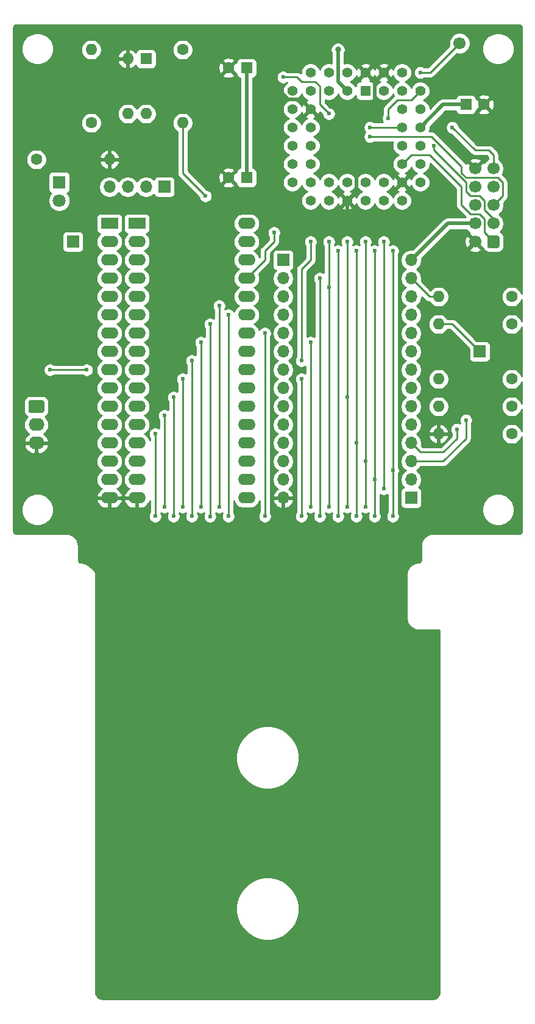
<source format=gbr>
G04 #@! TF.GenerationSoftware,KiCad,Pcbnew,(5.1.7)-1*
G04 #@! TF.CreationDate,2022-08-21T21:46:21-03:00*
G04 #@! TF.ProjectId,Squareboi2,53717561-7265-4626-9f69-322e6b696361,1*
G04 #@! TF.SameCoordinates,Original*
G04 #@! TF.FileFunction,Copper,L2,Bot*
G04 #@! TF.FilePolarity,Positive*
%FSLAX46Y46*%
G04 Gerber Fmt 4.6, Leading zero omitted, Abs format (unit mm)*
G04 Created by KiCad (PCBNEW (5.1.7)-1) date 2022-08-21 21:46:21*
%MOMM*%
%LPD*%
G01*
G04 APERTURE LIST*
G04 #@! TA.AperFunction,ComponentPad*
%ADD10O,1.600000X1.600000*%
G04 #@! TD*
G04 #@! TA.AperFunction,ComponentPad*
%ADD11C,1.600000*%
G04 #@! TD*
G04 #@! TA.AperFunction,ComponentPad*
%ADD12R,1.700000X1.700000*%
G04 #@! TD*
G04 #@! TA.AperFunction,ComponentPad*
%ADD13O,2.190000X1.740000*%
G04 #@! TD*
G04 #@! TA.AperFunction,ComponentPad*
%ADD14C,1.800000*%
G04 #@! TD*
G04 #@! TA.AperFunction,ComponentPad*
%ADD15R,1.800000X1.800000*%
G04 #@! TD*
G04 #@! TA.AperFunction,ComponentPad*
%ADD16R,1.600000X1.600000*%
G04 #@! TD*
G04 #@! TA.AperFunction,ComponentPad*
%ADD17C,1.700000*%
G04 #@! TD*
G04 #@! TA.AperFunction,ComponentPad*
%ADD18O,1.700000X1.700000*%
G04 #@! TD*
G04 #@! TA.AperFunction,ComponentPad*
%ADD19O,2.400000X1.600000*%
G04 #@! TD*
G04 #@! TA.AperFunction,ComponentPad*
%ADD20R,2.400000X1.600000*%
G04 #@! TD*
G04 #@! TA.AperFunction,ComponentPad*
%ADD21C,1.422400*%
G04 #@! TD*
G04 #@! TA.AperFunction,ComponentPad*
%ADD22R,1.422400X1.422400*%
G04 #@! TD*
G04 #@! TA.AperFunction,ViaPad*
%ADD23C,0.800000*%
G04 #@! TD*
G04 #@! TA.AperFunction,ViaPad*
%ADD24C,0.600000*%
G04 #@! TD*
G04 #@! TA.AperFunction,Conductor*
%ADD25C,0.500000*%
G04 #@! TD*
G04 #@! TA.AperFunction,Conductor*
%ADD26C,0.250000*%
G04 #@! TD*
G04 #@! TA.AperFunction,Conductor*
%ADD27C,0.254000*%
G04 #@! TD*
G04 #@! TA.AperFunction,Conductor*
%ADD28C,0.100000*%
G04 #@! TD*
G04 APERTURE END LIST*
D10*
X78740000Y-62230000D03*
D11*
X88900000Y-62230000D03*
D12*
X84455000Y-66040000D03*
D13*
X22860000Y-78740000D03*
X22860000Y-76200000D03*
G04 #@! TA.AperFunction,ComponentPad*
G36*
G01*
X22014999Y-72790000D02*
X23705001Y-72790000D01*
G75*
G02*
X23955000Y-73039999I0J-249999D01*
G01*
X23955000Y-74280001D01*
G75*
G02*
X23705001Y-74530000I-249999J0D01*
G01*
X22014999Y-74530000D01*
G75*
G02*
X21765000Y-74280001I0J249999D01*
G01*
X21765000Y-73039999D01*
G75*
G02*
X22014999Y-72790000I249999J0D01*
G01*
G37*
G04 #@! TD.AperFunction*
D14*
X26035000Y-45085000D03*
D15*
X26035000Y-42545000D03*
D10*
X33020000Y-39370000D03*
D11*
X22860000Y-39370000D03*
D10*
X78740000Y-77470000D03*
D11*
X88900000Y-77470000D03*
D10*
X78740000Y-73660000D03*
D11*
X88900000Y-73660000D03*
D10*
X78740000Y-69850000D03*
D11*
X88900000Y-69850000D03*
D10*
X78740000Y-58420000D03*
D11*
X88900000Y-58420000D03*
D10*
X30480000Y-24130000D03*
D11*
X30480000Y-34290000D03*
D10*
X43180000Y-34290000D03*
D11*
X43180000Y-24130000D03*
D10*
X38100000Y-33020000D03*
X35560000Y-25400000D03*
X35560000Y-33020000D03*
D16*
X38100000Y-25400000D03*
D17*
X83820000Y-40640000D03*
X83820000Y-43180000D03*
X83820000Y-45720000D03*
X83820000Y-48260000D03*
X83820000Y-50800000D03*
X86360000Y-40640000D03*
X86360000Y-43180000D03*
X86360000Y-45720000D03*
X86360000Y-48260000D03*
G04 #@! TA.AperFunction,ComponentPad*
G36*
G01*
X87210000Y-50200000D02*
X87210000Y-51400000D01*
G75*
G02*
X86960000Y-51650000I-250000J0D01*
G01*
X85760000Y-51650000D01*
G75*
G02*
X85510000Y-51400000I0J250000D01*
G01*
X85510000Y-50200000D01*
G75*
G02*
X85760000Y-49950000I250000J0D01*
G01*
X86960000Y-49950000D01*
G75*
G02*
X87210000Y-50200000I0J-250000D01*
G01*
G37*
G04 #@! TD.AperFunction*
D18*
X74930000Y-53340000D03*
X74930000Y-55880000D03*
X74930000Y-58420000D03*
X74930000Y-60960000D03*
X74930000Y-63500000D03*
X74930000Y-66040000D03*
X74930000Y-68580000D03*
X74930000Y-71120000D03*
X74930000Y-73660000D03*
X74930000Y-76200000D03*
X74930000Y-78740000D03*
X74930000Y-81280000D03*
X74930000Y-83820000D03*
D12*
X74930000Y-86360000D03*
D18*
X57150000Y-86360000D03*
X57150000Y-83820000D03*
X57150000Y-81280000D03*
X57150000Y-78740000D03*
X57150000Y-76200000D03*
X57150000Y-73660000D03*
X57150000Y-71120000D03*
X57150000Y-68580000D03*
X57150000Y-66040000D03*
X57150000Y-63500000D03*
X57150000Y-60960000D03*
X57150000Y-58420000D03*
X57150000Y-55880000D03*
D12*
X57150000Y-53340000D03*
D18*
X33020000Y-43180000D03*
X35560000Y-43180000D03*
X38100000Y-43180000D03*
D12*
X40640000Y-43180000D03*
D19*
X33020000Y-86360000D03*
X33020000Y-83820000D03*
X33020000Y-81280000D03*
X33020000Y-78740000D03*
X33020000Y-76200000D03*
X33020000Y-73660000D03*
X33020000Y-71120000D03*
X33020000Y-68580000D03*
X33020000Y-66040000D03*
X33020000Y-63500000D03*
X33020000Y-60960000D03*
X33020000Y-58420000D03*
X33020000Y-55880000D03*
X33020000Y-53340000D03*
X33020000Y-50800000D03*
D20*
X33020000Y-48260000D03*
D12*
X27940000Y-50800000D03*
D11*
X85050000Y-31750000D03*
D16*
X82550000Y-31750000D03*
D17*
X81661000Y-23241000D03*
D19*
X52070000Y-48260000D03*
X36830000Y-86360000D03*
X52070000Y-50800000D03*
X36830000Y-83820000D03*
X52070000Y-53340000D03*
X36830000Y-81280000D03*
X52070000Y-55880000D03*
X36830000Y-78740000D03*
X52070000Y-58420000D03*
X36830000Y-76200000D03*
X52070000Y-60960000D03*
X36830000Y-73660000D03*
X52070000Y-63500000D03*
X36830000Y-71120000D03*
X52070000Y-66040000D03*
X36830000Y-68580000D03*
X52070000Y-68580000D03*
X36830000Y-66040000D03*
X52070000Y-71120000D03*
X36830000Y-63500000D03*
X52070000Y-73660000D03*
X36830000Y-60960000D03*
X52070000Y-76200000D03*
X36830000Y-58420000D03*
X52070000Y-78740000D03*
X36830000Y-55880000D03*
X52070000Y-81280000D03*
X36830000Y-53340000D03*
X52070000Y-83820000D03*
X36830000Y-50800000D03*
X52070000Y-86360000D03*
D20*
X36830000Y-48260000D03*
D21*
X76200000Y-29845000D03*
X76200000Y-32385000D03*
X76200000Y-34925000D03*
X76200000Y-37465000D03*
X76200000Y-40005000D03*
X73660000Y-27305000D03*
X73660000Y-32385000D03*
X73660000Y-34925000D03*
X73660000Y-37465000D03*
X73660000Y-40005000D03*
X73660000Y-42545000D03*
X73660000Y-45085000D03*
X71120000Y-45085000D03*
X68580000Y-45085000D03*
X66040000Y-45085000D03*
X63500000Y-45085000D03*
X60960000Y-45085000D03*
X76200000Y-42545000D03*
X71120000Y-42545000D03*
X68580000Y-42545000D03*
X66040000Y-42545000D03*
X63500000Y-42545000D03*
X60960000Y-42545000D03*
X58420000Y-42545000D03*
X58420000Y-40005000D03*
X58420000Y-37465000D03*
X58420000Y-34925000D03*
X58420000Y-32385000D03*
X58420000Y-29845000D03*
X60960000Y-40005000D03*
X60960000Y-37465000D03*
X60960000Y-34925000D03*
X60960000Y-32385000D03*
X60960000Y-29845000D03*
X71120000Y-27305000D03*
X68580000Y-27305000D03*
X60960000Y-27305000D03*
X63500000Y-27305000D03*
X66040000Y-27305000D03*
X73660000Y-29845000D03*
X71120000Y-29845000D03*
X63500000Y-29845000D03*
X66040000Y-29845000D03*
D22*
X68580000Y-29845000D03*
D11*
X49570000Y-41910000D03*
D16*
X52070000Y-41910000D03*
D11*
X49570000Y-26670000D03*
D16*
X52070000Y-26670000D03*
D23*
X64770000Y-24130000D03*
D24*
X76000000Y-143000000D03*
X78000000Y-143000000D03*
X77000000Y-142000000D03*
X76000000Y-141000000D03*
X78000000Y-141000000D03*
X77000000Y-140000000D03*
X76000000Y-139000000D03*
X78000000Y-139000000D03*
X77000000Y-138000000D03*
X76000000Y-137000000D03*
X78000000Y-137000000D03*
X77000000Y-136000000D03*
X76000000Y-135000000D03*
X78000000Y-135000000D03*
X81280000Y-76835000D03*
X82550000Y-75565000D03*
X72390000Y-82550000D03*
X72390000Y-52070000D03*
X72390000Y-88900000D03*
X71120000Y-85090000D03*
X71120000Y-50800000D03*
X69850000Y-83820000D03*
X69850000Y-88900000D03*
X69850000Y-52070000D03*
X68580000Y-81280000D03*
X68580000Y-87630000D03*
X68580000Y-50800000D03*
X67310000Y-78740000D03*
X67310000Y-88900000D03*
X67310000Y-52070000D03*
X66040000Y-87630000D03*
X66040000Y-72390000D03*
X66040000Y-50800000D03*
X64770000Y-88900000D03*
X64770000Y-52070000D03*
X63500000Y-87630000D03*
X63500000Y-57150000D03*
X63500000Y-50800000D03*
X62230000Y-55880000D03*
X62230000Y-88900000D03*
X71755000Y-33655000D03*
X60960000Y-87630000D03*
X60960000Y-64770000D03*
X59690000Y-88900000D03*
X59690000Y-69850000D03*
X54610000Y-63500000D03*
X54610000Y-88900000D03*
X49530000Y-60960000D03*
X49530000Y-88900000D03*
X48260000Y-87630000D03*
X48260000Y-59690000D03*
X46990000Y-88920000D03*
X46990000Y-62230000D03*
X45720000Y-87630000D03*
X45720000Y-64770000D03*
X44450000Y-88900000D03*
X44450000Y-67310000D03*
X43180000Y-87630000D03*
X43180000Y-69850000D03*
X41910000Y-88900000D03*
X41910000Y-72390000D03*
X40640000Y-87630000D03*
X40640000Y-74930000D03*
X39370000Y-88900000D03*
X39370000Y-77470000D03*
X80645000Y-34925000D03*
X69215000Y-36195000D03*
X78105000Y-37465000D03*
X55880000Y-49530000D03*
X29845000Y-68580000D03*
X24765000Y-68580000D03*
X60960000Y-50800000D03*
X59690000Y-67310000D03*
X46355000Y-44450000D03*
X63500000Y-33020000D03*
X57150000Y-27940000D03*
X69215000Y-34925000D03*
X76200000Y-27305000D03*
D25*
X64770000Y-28575000D02*
X66040000Y-29845000D01*
X64770000Y-24130000D02*
X64770000Y-28575000D01*
X79375000Y-31750000D02*
X82550000Y-31750000D01*
X76200000Y-34925000D02*
X79375000Y-31750000D01*
X52070000Y-36830000D02*
X52070000Y-41910000D01*
X52070000Y-26670000D02*
X52070000Y-36830000D01*
X80010000Y-48260000D02*
X74930000Y-53340000D01*
X83820000Y-48260000D02*
X80010000Y-48260000D01*
X66040000Y-45085000D02*
X66040000Y-48895000D01*
X73660000Y-42545000D02*
X76200000Y-45085000D01*
X76200000Y-45085000D02*
X76200000Y-48895000D01*
X73660000Y-42545000D02*
X69215000Y-38100000D01*
X57862623Y-31006201D02*
X55245000Y-28388578D01*
X59581201Y-31006201D02*
X57862623Y-31006201D01*
X60960000Y-32385000D02*
X59581201Y-31006201D01*
X55245000Y-28388578D02*
X55245000Y-25400000D01*
X60960000Y-32385000D02*
X64135000Y-35560000D01*
X71120000Y-27305000D02*
X73660000Y-24765000D01*
X73660000Y-24765000D02*
X73660000Y-24130000D01*
X66040000Y-45085000D02*
X67310000Y-43815000D01*
X67310000Y-43815000D02*
X67310000Y-39370000D01*
X71120000Y-27305000D02*
X69850000Y-28575000D01*
X69850000Y-28575000D02*
X69850000Y-33020000D01*
D26*
X74930000Y-78740000D02*
X76200000Y-80010000D01*
X76200000Y-80010000D02*
X79375000Y-80010000D01*
X79375000Y-80010000D02*
X81280000Y-78105000D01*
X81280000Y-76835000D02*
X81280000Y-76835000D01*
X81280000Y-78105000D02*
X81280000Y-76835000D01*
X74930000Y-81280000D02*
X79375000Y-81280000D01*
X79375000Y-81280000D02*
X82550000Y-78105000D01*
X82550000Y-75565000D02*
X82550000Y-75565000D01*
X82550000Y-78105000D02*
X82550000Y-75565000D01*
X72390000Y-82550000D02*
X72390000Y-55880000D01*
X72390000Y-55880000D02*
X72390000Y-55880000D01*
X72390000Y-55880000D02*
X72390000Y-52070000D01*
X72390000Y-82550000D02*
X72390000Y-88900000D01*
X71120000Y-85090000D02*
X71120000Y-57150000D01*
X71120000Y-57150000D02*
X71120000Y-57150000D01*
X71120000Y-57150000D02*
X71120000Y-50800000D01*
X69850000Y-83820000D02*
X69850000Y-88900000D01*
X69850000Y-83820000D02*
X69850000Y-55880000D01*
X69850000Y-55880000D02*
X69850000Y-55880000D01*
X69850000Y-52070000D02*
X69850000Y-55880000D01*
X68580000Y-81280000D02*
X68580000Y-87630000D01*
X68580000Y-81280000D02*
X68580000Y-57150000D01*
X68580000Y-57150000D02*
X68580000Y-57150000D01*
X68580000Y-57150000D02*
X68580000Y-50800000D01*
X67310000Y-78740000D02*
X67310000Y-88900000D01*
X67310000Y-78740000D02*
X67310000Y-55880000D01*
X67310000Y-55880000D02*
X67310000Y-55880000D01*
X67310000Y-55880000D02*
X67310000Y-52070000D01*
X66040000Y-72390000D02*
X66040000Y-87630000D01*
X66040000Y-72390000D02*
X66040000Y-57150000D01*
X66040000Y-50800000D02*
X66040000Y-57150000D01*
X64770000Y-55880000D02*
X64770000Y-88900000D01*
X64770000Y-55880000D02*
X64770000Y-52070000D01*
X63500000Y-57150000D02*
X63500000Y-87630000D01*
X63500000Y-50800000D02*
X63500000Y-57150000D01*
X62230000Y-55880000D02*
X62230000Y-88900000D01*
X62230000Y-88900000D02*
X62230000Y-88900000D01*
X71755000Y-33655000D02*
X71755000Y-32385000D01*
X71755000Y-32385000D02*
X73025000Y-31115000D01*
X74930000Y-31115000D02*
X76200000Y-29845000D01*
X73025000Y-31115000D02*
X74930000Y-31115000D01*
X60960000Y-87630000D02*
X60960000Y-87630000D01*
X60960000Y-64770000D02*
X60960000Y-87630000D01*
X59690000Y-88900000D02*
X59690000Y-88900000D01*
X59690000Y-88900000D02*
X59690000Y-69850000D01*
X59690000Y-69850000D02*
X59690000Y-69850000D01*
X54610000Y-88900000D02*
X54610000Y-63500000D01*
X49530000Y-88900000D02*
X49530000Y-60960000D01*
X48260000Y-87630000D02*
X48260000Y-59690000D01*
X48260000Y-59690000D02*
X48260000Y-59690000D01*
X46990000Y-88920000D02*
X46990000Y-62230000D01*
X46990000Y-62230000D02*
X46990000Y-62230000D01*
X45720000Y-87630000D02*
X45720000Y-64770000D01*
X45720000Y-64770000D02*
X45720000Y-64770000D01*
X44450000Y-88900000D02*
X44450000Y-67310000D01*
X44450000Y-67310000D02*
X44450000Y-67310000D01*
X43180000Y-87630000D02*
X43180000Y-69850000D01*
X43180000Y-69850000D02*
X43180000Y-69850000D01*
X41910000Y-88900000D02*
X41910000Y-72390000D01*
X41910000Y-72390000D02*
X41910000Y-72390000D01*
X40640000Y-87630000D02*
X40640000Y-74930000D01*
X40640000Y-74930000D02*
X40640000Y-74930000D01*
X39370000Y-88900000D02*
X39370000Y-77470000D01*
X39370000Y-77470000D02*
X39370000Y-77470000D01*
X86360000Y-38735000D02*
X86360000Y-40640000D01*
X85725000Y-38100000D02*
X86360000Y-38735000D01*
X83820000Y-38100000D02*
X85725000Y-38100000D01*
X80645000Y-34925000D02*
X83820000Y-38100000D01*
X86995000Y-41910000D02*
X87630000Y-42545000D01*
X82551410Y-41910000D02*
X86995000Y-41910000D01*
X87630000Y-42545000D02*
X87630000Y-44450000D01*
X81915000Y-41273590D02*
X82551410Y-41910000D01*
X81915000Y-40349998D02*
X81915000Y-41273590D01*
X77760002Y-36195000D02*
X81915000Y-40349998D01*
X87630000Y-44450000D02*
X86360000Y-45720000D01*
X70485000Y-36195000D02*
X77760002Y-36195000D01*
X70485000Y-36195000D02*
X69215000Y-36195000D01*
X86360000Y-47625000D02*
X86360000Y-48260000D01*
X85090000Y-46355000D02*
X86360000Y-47625000D01*
X82550000Y-43815000D02*
X83185000Y-44450000D01*
X84455000Y-44450000D02*
X85090000Y-45085000D01*
X83185000Y-44450000D02*
X84455000Y-44450000D01*
X85090000Y-45085000D02*
X85090000Y-46355000D01*
X82550000Y-42545000D02*
X78105000Y-38100000D01*
X82550000Y-42545000D02*
X82550000Y-43815000D01*
X78105000Y-38100000D02*
X78105000Y-37465000D01*
X85090000Y-49530000D02*
X86360000Y-50800000D01*
X85090000Y-47625000D02*
X85090000Y-49530000D01*
X84455000Y-46990000D02*
X85090000Y-47625000D01*
X83185000Y-46990000D02*
X84455000Y-46990000D01*
X73660000Y-40005000D02*
X74930000Y-38735000D01*
X83185000Y-46990000D02*
X81915000Y-45720000D01*
X81915000Y-43180000D02*
X77470000Y-38735000D01*
X74930000Y-38735000D02*
X77470000Y-38735000D01*
X81915000Y-45720000D02*
X81915000Y-43180000D01*
X55880000Y-49530000D02*
X55880000Y-50800000D01*
X55880000Y-50800000D02*
X54610000Y-52070000D01*
X54610000Y-53340000D02*
X52070000Y-55880000D01*
X54610000Y-52070000D02*
X54610000Y-53340000D01*
X80645000Y-62230000D02*
X78740000Y-62230000D01*
X84455000Y-66040000D02*
X80645000Y-62230000D01*
X29845000Y-68580000D02*
X24765000Y-68580000D01*
X60960000Y-53340000D02*
X60960000Y-50800000D01*
X60960000Y-50800000D02*
X60960000Y-50800000D01*
X60960000Y-53340000D02*
X59690000Y-54610000D01*
X59690000Y-54610000D02*
X59690000Y-56515000D01*
X59690000Y-56515000D02*
X59690000Y-67310000D01*
X59690000Y-67310000D02*
X59690000Y-67310000D01*
X74930000Y-55880000D02*
X77470000Y-58420000D01*
X77470000Y-58420000D02*
X78740000Y-58420000D01*
X43180000Y-34290000D02*
X43180000Y-41275000D01*
X43180000Y-41275000D02*
X46355000Y-44450000D01*
X46355000Y-44450000D02*
X46355000Y-44450000D01*
X63500000Y-33020000D02*
X62230000Y-31750000D01*
X62230000Y-31750000D02*
X62230000Y-29210000D01*
X62230000Y-29210000D02*
X61595000Y-28575000D01*
X61595000Y-28575000D02*
X59690000Y-28575000D01*
X59055000Y-27940000D02*
X57150000Y-27940000D01*
X59690000Y-28575000D02*
X59055000Y-27940000D01*
X69215000Y-34925000D02*
X73660000Y-34925000D01*
X77597000Y-27305000D02*
X81661000Y-23241000D01*
X76200000Y-27305000D02*
X76200000Y-27305000D01*
X76200000Y-27305000D02*
X77597000Y-27305000D01*
D27*
X90055665Y-20718863D02*
X90109214Y-20735030D01*
X90158597Y-20761288D01*
X90201945Y-20796641D01*
X90237600Y-20839740D01*
X90264201Y-20888937D01*
X90280742Y-20942375D01*
X90290001Y-21030464D01*
X90290000Y-58052440D01*
X90279853Y-58001426D01*
X90171680Y-57740273D01*
X90014637Y-57505241D01*
X89814759Y-57305363D01*
X89579727Y-57148320D01*
X89318574Y-57040147D01*
X89041335Y-56985000D01*
X88758665Y-56985000D01*
X88481426Y-57040147D01*
X88220273Y-57148320D01*
X87985241Y-57305363D01*
X87785363Y-57505241D01*
X87628320Y-57740273D01*
X87520147Y-58001426D01*
X87465000Y-58278665D01*
X87465000Y-58561335D01*
X87520147Y-58838574D01*
X87628320Y-59099727D01*
X87785363Y-59334759D01*
X87985241Y-59534637D01*
X88220273Y-59691680D01*
X88481426Y-59799853D01*
X88758665Y-59855000D01*
X89041335Y-59855000D01*
X89318574Y-59799853D01*
X89579727Y-59691680D01*
X89814759Y-59534637D01*
X90014637Y-59334759D01*
X90171680Y-59099727D01*
X90279853Y-58838574D01*
X90290000Y-58787560D01*
X90290000Y-61862440D01*
X90279853Y-61811426D01*
X90171680Y-61550273D01*
X90014637Y-61315241D01*
X89814759Y-61115363D01*
X89579727Y-60958320D01*
X89318574Y-60850147D01*
X89041335Y-60795000D01*
X88758665Y-60795000D01*
X88481426Y-60850147D01*
X88220273Y-60958320D01*
X87985241Y-61115363D01*
X87785363Y-61315241D01*
X87628320Y-61550273D01*
X87520147Y-61811426D01*
X87465000Y-62088665D01*
X87465000Y-62371335D01*
X87520147Y-62648574D01*
X87628320Y-62909727D01*
X87785363Y-63144759D01*
X87985241Y-63344637D01*
X88220273Y-63501680D01*
X88481426Y-63609853D01*
X88758665Y-63665000D01*
X89041335Y-63665000D01*
X89318574Y-63609853D01*
X89579727Y-63501680D01*
X89814759Y-63344637D01*
X90014637Y-63144759D01*
X90171680Y-62909727D01*
X90279853Y-62648574D01*
X90290000Y-62597560D01*
X90290000Y-69482439D01*
X90279853Y-69431426D01*
X90171680Y-69170273D01*
X90014637Y-68935241D01*
X89814759Y-68735363D01*
X89579727Y-68578320D01*
X89318574Y-68470147D01*
X89041335Y-68415000D01*
X88758665Y-68415000D01*
X88481426Y-68470147D01*
X88220273Y-68578320D01*
X87985241Y-68735363D01*
X87785363Y-68935241D01*
X87628320Y-69170273D01*
X87520147Y-69431426D01*
X87465000Y-69708665D01*
X87465000Y-69991335D01*
X87520147Y-70268574D01*
X87628320Y-70529727D01*
X87785363Y-70764759D01*
X87985241Y-70964637D01*
X88220273Y-71121680D01*
X88481426Y-71229853D01*
X88758665Y-71285000D01*
X89041335Y-71285000D01*
X89318574Y-71229853D01*
X89579727Y-71121680D01*
X89814759Y-70964637D01*
X90014637Y-70764759D01*
X90171680Y-70529727D01*
X90279853Y-70268574D01*
X90290000Y-70217561D01*
X90290000Y-73292439D01*
X90279853Y-73241426D01*
X90171680Y-72980273D01*
X90014637Y-72745241D01*
X89814759Y-72545363D01*
X89579727Y-72388320D01*
X89318574Y-72280147D01*
X89041335Y-72225000D01*
X88758665Y-72225000D01*
X88481426Y-72280147D01*
X88220273Y-72388320D01*
X87985241Y-72545363D01*
X87785363Y-72745241D01*
X87628320Y-72980273D01*
X87520147Y-73241426D01*
X87465000Y-73518665D01*
X87465000Y-73801335D01*
X87520147Y-74078574D01*
X87628320Y-74339727D01*
X87785363Y-74574759D01*
X87985241Y-74774637D01*
X88220273Y-74931680D01*
X88481426Y-75039853D01*
X88758665Y-75095000D01*
X89041335Y-75095000D01*
X89318574Y-75039853D01*
X89579727Y-74931680D01*
X89814759Y-74774637D01*
X90014637Y-74574759D01*
X90171680Y-74339727D01*
X90279853Y-74078574D01*
X90290000Y-74027561D01*
X90290000Y-77102439D01*
X90279853Y-77051426D01*
X90171680Y-76790273D01*
X90014637Y-76555241D01*
X89814759Y-76355363D01*
X89579727Y-76198320D01*
X89318574Y-76090147D01*
X89041335Y-76035000D01*
X88758665Y-76035000D01*
X88481426Y-76090147D01*
X88220273Y-76198320D01*
X87985241Y-76355363D01*
X87785363Y-76555241D01*
X87628320Y-76790273D01*
X87520147Y-77051426D01*
X87465000Y-77328665D01*
X87465000Y-77611335D01*
X87520147Y-77888574D01*
X87628320Y-78149727D01*
X87785363Y-78384759D01*
X87985241Y-78584637D01*
X88220273Y-78741680D01*
X88481426Y-78849853D01*
X88758665Y-78905000D01*
X89041335Y-78905000D01*
X89318574Y-78849853D01*
X89579727Y-78741680D01*
X89814759Y-78584637D01*
X90014637Y-78384759D01*
X90171680Y-78149727D01*
X90279853Y-77888574D01*
X90290000Y-77837561D01*
X90290000Y-90965279D01*
X90281138Y-91055664D01*
X90264970Y-91109214D01*
X90238712Y-91158597D01*
X90203357Y-91201947D01*
X90160261Y-91237599D01*
X90111063Y-91264201D01*
X90057625Y-91280742D01*
X89969545Y-91290000D01*
X77965123Y-91290000D01*
X77934778Y-91292989D01*
X77928667Y-91292946D01*
X77918801Y-91293914D01*
X77724705Y-91314315D01*
X77661690Y-91327250D01*
X77598460Y-91339312D01*
X77588970Y-91342177D01*
X77402532Y-91399889D01*
X77343203Y-91424829D01*
X77283545Y-91448932D01*
X77274792Y-91453586D01*
X77103115Y-91546411D01*
X77049787Y-91582381D01*
X76995917Y-91617633D01*
X76988235Y-91623899D01*
X76837857Y-91748302D01*
X76792520Y-91793957D01*
X76746537Y-91838987D01*
X76740218Y-91846625D01*
X76616868Y-91997867D01*
X76581266Y-92051454D01*
X76544901Y-92104563D01*
X76540186Y-92113284D01*
X76448561Y-92285606D01*
X76424049Y-92345076D01*
X76398688Y-92404248D01*
X76395757Y-92413718D01*
X76339348Y-92600554D01*
X76326848Y-92663684D01*
X76313470Y-92726623D01*
X76312434Y-92736482D01*
X76293389Y-92930715D01*
X76293389Y-92930723D01*
X76290001Y-92965123D01*
X76290000Y-94965279D01*
X76281138Y-95055664D01*
X76264970Y-95109214D01*
X76238712Y-95158597D01*
X76203357Y-95201947D01*
X76160261Y-95237599D01*
X76111063Y-95264201D01*
X76057625Y-95280742D01*
X75940717Y-95293030D01*
X75928667Y-95292946D01*
X75918801Y-95293914D01*
X75724705Y-95314315D01*
X75661690Y-95327250D01*
X75598460Y-95339312D01*
X75588970Y-95342177D01*
X75402532Y-95399889D01*
X75343203Y-95424829D01*
X75283545Y-95448932D01*
X75274792Y-95453586D01*
X75103115Y-95546411D01*
X75049787Y-95582381D01*
X74995917Y-95617633D01*
X74988235Y-95623899D01*
X74837857Y-95748302D01*
X74792520Y-95793957D01*
X74746537Y-95838987D01*
X74740218Y-95846625D01*
X74616868Y-95997867D01*
X74581266Y-96051454D01*
X74544901Y-96104563D01*
X74540186Y-96113284D01*
X74448561Y-96285606D01*
X74424049Y-96345076D01*
X74398688Y-96404248D01*
X74395757Y-96413718D01*
X74339348Y-96600554D01*
X74326848Y-96663684D01*
X74313470Y-96726623D01*
X74312434Y-96736482D01*
X74293389Y-96930715D01*
X74293389Y-96930723D01*
X74290001Y-96965123D01*
X74290000Y-103034876D01*
X74292989Y-103065221D01*
X74292946Y-103071332D01*
X74293914Y-103081198D01*
X74314315Y-103275295D01*
X74327250Y-103338310D01*
X74339312Y-103401540D01*
X74342177Y-103411030D01*
X74399889Y-103597468D01*
X74424829Y-103656797D01*
X74448932Y-103716455D01*
X74453586Y-103725208D01*
X74546411Y-103896885D01*
X74582371Y-103950198D01*
X74617633Y-104004083D01*
X74623898Y-104011765D01*
X74748302Y-104162143D01*
X74793957Y-104207480D01*
X74838987Y-104253463D01*
X74846625Y-104259782D01*
X74997867Y-104383132D01*
X75051487Y-104418757D01*
X75104564Y-104455099D01*
X75113284Y-104459814D01*
X75285606Y-104551439D01*
X75345076Y-104575951D01*
X75404248Y-104601312D01*
X75413718Y-104604243D01*
X75600554Y-104660652D01*
X75663684Y-104673152D01*
X75726623Y-104686530D01*
X75736481Y-104687566D01*
X75930209Y-104706561D01*
X75965123Y-104710000D01*
X78819280Y-104710000D01*
X78855624Y-104829811D01*
X78873000Y-105006234D01*
X78873000Y-154993766D01*
X78855624Y-155170189D01*
X78805978Y-155333850D01*
X78725362Y-155484672D01*
X78616870Y-155616870D01*
X78484672Y-155725362D01*
X78333850Y-155805978D01*
X78170189Y-155855624D01*
X77993766Y-155873000D01*
X32006234Y-155873000D01*
X31829811Y-155855624D01*
X31666150Y-155805978D01*
X31515328Y-155725362D01*
X31383130Y-155616870D01*
X31274638Y-155484672D01*
X31194022Y-155333850D01*
X31144376Y-155170189D01*
X31127000Y-154993766D01*
X31127000Y-142968115D01*
X50615000Y-142968115D01*
X50615000Y-143831885D01*
X50783513Y-144679057D01*
X51114064Y-145477076D01*
X51593948Y-146195274D01*
X52204726Y-146806052D01*
X52922924Y-147285936D01*
X53720943Y-147616487D01*
X54568115Y-147785000D01*
X55431885Y-147785000D01*
X56279057Y-147616487D01*
X57077076Y-147285936D01*
X57795274Y-146806052D01*
X58406052Y-146195274D01*
X58885936Y-145477076D01*
X59216487Y-144679057D01*
X59385000Y-143831885D01*
X59385000Y-142968115D01*
X59216487Y-142120943D01*
X58885936Y-141322924D01*
X58406052Y-140604726D01*
X57795274Y-139993948D01*
X57077076Y-139514064D01*
X56279057Y-139183513D01*
X55431885Y-139015000D01*
X54568115Y-139015000D01*
X53720943Y-139183513D01*
X52922924Y-139514064D01*
X52204726Y-139993948D01*
X51593948Y-140604726D01*
X51114064Y-141322924D01*
X50783513Y-142120943D01*
X50615000Y-142968115D01*
X31127000Y-142968115D01*
X31127000Y-121968115D01*
X50615000Y-121968115D01*
X50615000Y-122831885D01*
X50783513Y-123679057D01*
X51114064Y-124477076D01*
X51593948Y-125195274D01*
X52204726Y-125806052D01*
X52922924Y-126285936D01*
X53720943Y-126616487D01*
X54568115Y-126785000D01*
X55431885Y-126785000D01*
X56279057Y-126616487D01*
X57077076Y-126285936D01*
X57795274Y-125806052D01*
X58406052Y-125195274D01*
X58885936Y-124477076D01*
X59216487Y-123679057D01*
X59385000Y-122831885D01*
X59385000Y-121968115D01*
X59216487Y-121120943D01*
X58885936Y-120322924D01*
X58406052Y-119604726D01*
X57795274Y-118993948D01*
X57077076Y-118514064D01*
X56279057Y-118183513D01*
X55431885Y-118015000D01*
X54568115Y-118015000D01*
X53720943Y-118183513D01*
X52922924Y-118514064D01*
X52204726Y-118993948D01*
X51593948Y-119604726D01*
X51114064Y-120322924D01*
X50783513Y-121120943D01*
X50615000Y-121968115D01*
X31127000Y-121968115D01*
X31127000Y-97000000D01*
X31126388Y-96987552D01*
X31107173Y-96792462D01*
X31102317Y-96768044D01*
X31045412Y-96580451D01*
X31035884Y-96557450D01*
X30943474Y-96384563D01*
X30929642Y-96363862D01*
X30805279Y-96212325D01*
X30787675Y-96194721D01*
X30636138Y-96070358D01*
X30615437Y-96056526D01*
X30442550Y-95964116D01*
X30419549Y-95954588D01*
X30324385Y-95925721D01*
X30251698Y-95837857D01*
X30206043Y-95792520D01*
X30161013Y-95746537D01*
X30153375Y-95740218D01*
X30002133Y-95616868D01*
X29948546Y-95581266D01*
X29895437Y-95544901D01*
X29886716Y-95540186D01*
X29714394Y-95448561D01*
X29654924Y-95424049D01*
X29595752Y-95398688D01*
X29586282Y-95395757D01*
X29399446Y-95339348D01*
X29336316Y-95326848D01*
X29273377Y-95313470D01*
X29263518Y-95312434D01*
X29069285Y-95293389D01*
X29069284Y-95293389D01*
X28944336Y-95281138D01*
X28890786Y-95264970D01*
X28841403Y-95238712D01*
X28798053Y-95203357D01*
X28762401Y-95160261D01*
X28735799Y-95111063D01*
X28719258Y-95057625D01*
X28710000Y-94969545D01*
X28710000Y-92965123D01*
X28707011Y-92934778D01*
X28707054Y-92928667D01*
X28706086Y-92918801D01*
X28685685Y-92724705D01*
X28672750Y-92661690D01*
X28660688Y-92598460D01*
X28657823Y-92588970D01*
X28600111Y-92402532D01*
X28575171Y-92343203D01*
X28551068Y-92283545D01*
X28546414Y-92274792D01*
X28453589Y-92103115D01*
X28417619Y-92049787D01*
X28382367Y-91995917D01*
X28376101Y-91988235D01*
X28251698Y-91837857D01*
X28206043Y-91792520D01*
X28161013Y-91746537D01*
X28153375Y-91740218D01*
X28002133Y-91616868D01*
X27948546Y-91581266D01*
X27895437Y-91544901D01*
X27886716Y-91540186D01*
X27714394Y-91448561D01*
X27654924Y-91424049D01*
X27595752Y-91398688D01*
X27586282Y-91395757D01*
X27399446Y-91339348D01*
X27336316Y-91326848D01*
X27273377Y-91313470D01*
X27263518Y-91312434D01*
X27069792Y-91293439D01*
X27034877Y-91290000D01*
X20034721Y-91290000D01*
X19944336Y-91281138D01*
X19890786Y-91264970D01*
X19841403Y-91238712D01*
X19798053Y-91203357D01*
X19762401Y-91160261D01*
X19735799Y-91111063D01*
X19719258Y-91057625D01*
X19710000Y-90969545D01*
X19710000Y-87779872D01*
X20765000Y-87779872D01*
X20765000Y-88220128D01*
X20850890Y-88651925D01*
X21019369Y-89058669D01*
X21263962Y-89424729D01*
X21575271Y-89736038D01*
X21941331Y-89980631D01*
X22348075Y-90149110D01*
X22779872Y-90235000D01*
X23220128Y-90235000D01*
X23651925Y-90149110D01*
X24058669Y-89980631D01*
X24424729Y-89736038D01*
X24736038Y-89424729D01*
X24980631Y-89058669D01*
X25149110Y-88651925D01*
X25235000Y-88220128D01*
X25235000Y-87779872D01*
X25149110Y-87348075D01*
X24980631Y-86941331D01*
X24825419Y-86709039D01*
X31228096Y-86709039D01*
X31245633Y-86791818D01*
X31356285Y-87051646D01*
X31515500Y-87284895D01*
X31717161Y-87482601D01*
X31953517Y-87637166D01*
X32215486Y-87742650D01*
X32493000Y-87795000D01*
X32893000Y-87795000D01*
X32893000Y-86487000D01*
X33147000Y-86487000D01*
X33147000Y-87795000D01*
X33547000Y-87795000D01*
X33824514Y-87742650D01*
X34086483Y-87637166D01*
X34322839Y-87482601D01*
X34524500Y-87284895D01*
X34683715Y-87051646D01*
X34794367Y-86791818D01*
X34811904Y-86709039D01*
X35038096Y-86709039D01*
X35055633Y-86791818D01*
X35166285Y-87051646D01*
X35325500Y-87284895D01*
X35527161Y-87482601D01*
X35763517Y-87637166D01*
X36025486Y-87742650D01*
X36303000Y-87795000D01*
X36703000Y-87795000D01*
X36703000Y-86487000D01*
X35160085Y-86487000D01*
X35038096Y-86709039D01*
X34811904Y-86709039D01*
X34689915Y-86487000D01*
X33147000Y-86487000D01*
X32893000Y-86487000D01*
X31350085Y-86487000D01*
X31228096Y-86709039D01*
X24825419Y-86709039D01*
X24736038Y-86575271D01*
X24424729Y-86263962D01*
X24058669Y-86019369D01*
X23651925Y-85850890D01*
X23220128Y-85765000D01*
X22779872Y-85765000D01*
X22348075Y-85850890D01*
X21941331Y-86019369D01*
X21575271Y-86263962D01*
X21263962Y-86575271D01*
X21019369Y-86941331D01*
X20850890Y-87348075D01*
X20765000Y-87779872D01*
X19710000Y-87779872D01*
X19710000Y-79100031D01*
X21173698Y-79100031D01*
X21190449Y-79187591D01*
X21305526Y-79460809D01*
X21471694Y-79706326D01*
X21682567Y-79914708D01*
X21930042Y-80077947D01*
X22204608Y-80189769D01*
X22495714Y-80245877D01*
X22733000Y-80090376D01*
X22733000Y-78867000D01*
X22987000Y-78867000D01*
X22987000Y-80090376D01*
X23224286Y-80245877D01*
X23515392Y-80189769D01*
X23789958Y-80077947D01*
X24037433Y-79914708D01*
X24248306Y-79706326D01*
X24414474Y-79460809D01*
X24529551Y-79187591D01*
X24546302Y-79100031D01*
X24425246Y-78867000D01*
X22987000Y-78867000D01*
X22733000Y-78867000D01*
X21294754Y-78867000D01*
X21173698Y-79100031D01*
X19710000Y-79100031D01*
X19710000Y-76200000D01*
X21122718Y-76200000D01*
X21151776Y-76495032D01*
X21237834Y-76778725D01*
X21377583Y-77040179D01*
X21565655Y-77269345D01*
X21794821Y-77457417D01*
X21823152Y-77472560D01*
X21682567Y-77565292D01*
X21471694Y-77773674D01*
X21305526Y-78019191D01*
X21190449Y-78292409D01*
X21173698Y-78379969D01*
X21294754Y-78613000D01*
X22733000Y-78613000D01*
X22733000Y-78593000D01*
X22987000Y-78593000D01*
X22987000Y-78613000D01*
X24425246Y-78613000D01*
X24546302Y-78379969D01*
X24529551Y-78292409D01*
X24414474Y-78019191D01*
X24248306Y-77773674D01*
X24037433Y-77565292D01*
X23896848Y-77472560D01*
X23925179Y-77457417D01*
X24154345Y-77269345D01*
X24342417Y-77040179D01*
X24482166Y-76778725D01*
X24568224Y-76495032D01*
X24597282Y-76200000D01*
X24568224Y-75904968D01*
X24482166Y-75621275D01*
X24342417Y-75359821D01*
X24154345Y-75130655D01*
X24088886Y-75076934D01*
X24198387Y-75018405D01*
X24332962Y-74907962D01*
X24443405Y-74773387D01*
X24525472Y-74619851D01*
X24576008Y-74453255D01*
X24593072Y-74280001D01*
X24593072Y-73039999D01*
X24576008Y-72866745D01*
X24525472Y-72700149D01*
X24443405Y-72546613D01*
X24332962Y-72412038D01*
X24198387Y-72301595D01*
X24044851Y-72219528D01*
X23878255Y-72168992D01*
X23705001Y-72151928D01*
X22014999Y-72151928D01*
X21841745Y-72168992D01*
X21675149Y-72219528D01*
X21521613Y-72301595D01*
X21387038Y-72412038D01*
X21276595Y-72546613D01*
X21194528Y-72700149D01*
X21143992Y-72866745D01*
X21126928Y-73039999D01*
X21126928Y-74280001D01*
X21143992Y-74453255D01*
X21194528Y-74619851D01*
X21276595Y-74773387D01*
X21387038Y-74907962D01*
X21521613Y-75018405D01*
X21631114Y-75076934D01*
X21565655Y-75130655D01*
X21377583Y-75359821D01*
X21237834Y-75621275D01*
X21151776Y-75904968D01*
X21122718Y-76200000D01*
X19710000Y-76200000D01*
X19710000Y-68487911D01*
X23830000Y-68487911D01*
X23830000Y-68672089D01*
X23865932Y-68852729D01*
X23936414Y-69022889D01*
X24038738Y-69176028D01*
X24168972Y-69306262D01*
X24322111Y-69408586D01*
X24492271Y-69479068D01*
X24672911Y-69515000D01*
X24857089Y-69515000D01*
X25037729Y-69479068D01*
X25207889Y-69408586D01*
X25310535Y-69340000D01*
X29299465Y-69340000D01*
X29402111Y-69408586D01*
X29572271Y-69479068D01*
X29752911Y-69515000D01*
X29937089Y-69515000D01*
X30117729Y-69479068D01*
X30287889Y-69408586D01*
X30441028Y-69306262D01*
X30571262Y-69176028D01*
X30673586Y-69022889D01*
X30744068Y-68852729D01*
X30780000Y-68672089D01*
X30780000Y-68487911D01*
X30744068Y-68307271D01*
X30673586Y-68137111D01*
X30571262Y-67983972D01*
X30441028Y-67853738D01*
X30287889Y-67751414D01*
X30117729Y-67680932D01*
X29937089Y-67645000D01*
X29752911Y-67645000D01*
X29572271Y-67680932D01*
X29402111Y-67751414D01*
X29299465Y-67820000D01*
X25310535Y-67820000D01*
X25207889Y-67751414D01*
X25037729Y-67680932D01*
X24857089Y-67645000D01*
X24672911Y-67645000D01*
X24492271Y-67680932D01*
X24322111Y-67751414D01*
X24168972Y-67853738D01*
X24038738Y-67983972D01*
X23936414Y-68137111D01*
X23865932Y-68307271D01*
X23830000Y-68487911D01*
X19710000Y-68487911D01*
X19710000Y-49950000D01*
X26451928Y-49950000D01*
X26451928Y-51650000D01*
X26464188Y-51774482D01*
X26500498Y-51894180D01*
X26559463Y-52004494D01*
X26638815Y-52101185D01*
X26735506Y-52180537D01*
X26845820Y-52239502D01*
X26965518Y-52275812D01*
X27090000Y-52288072D01*
X28790000Y-52288072D01*
X28914482Y-52275812D01*
X29034180Y-52239502D01*
X29144494Y-52180537D01*
X29241185Y-52101185D01*
X29320537Y-52004494D01*
X29379502Y-51894180D01*
X29415812Y-51774482D01*
X29428072Y-51650000D01*
X29428072Y-50800000D01*
X31178057Y-50800000D01*
X31205764Y-51081309D01*
X31287818Y-51351808D01*
X31421068Y-51601101D01*
X31600392Y-51819608D01*
X31818899Y-51998932D01*
X31951858Y-52070000D01*
X31818899Y-52141068D01*
X31600392Y-52320392D01*
X31421068Y-52538899D01*
X31287818Y-52788192D01*
X31205764Y-53058691D01*
X31178057Y-53340000D01*
X31205764Y-53621309D01*
X31287818Y-53891808D01*
X31421068Y-54141101D01*
X31600392Y-54359608D01*
X31818899Y-54538932D01*
X31951858Y-54610000D01*
X31818899Y-54681068D01*
X31600392Y-54860392D01*
X31421068Y-55078899D01*
X31287818Y-55328192D01*
X31205764Y-55598691D01*
X31178057Y-55880000D01*
X31205764Y-56161309D01*
X31287818Y-56431808D01*
X31421068Y-56681101D01*
X31600392Y-56899608D01*
X31818899Y-57078932D01*
X31951858Y-57150000D01*
X31818899Y-57221068D01*
X31600392Y-57400392D01*
X31421068Y-57618899D01*
X31287818Y-57868192D01*
X31205764Y-58138691D01*
X31178057Y-58420000D01*
X31205764Y-58701309D01*
X31287818Y-58971808D01*
X31421068Y-59221101D01*
X31600392Y-59439608D01*
X31818899Y-59618932D01*
X31951858Y-59690000D01*
X31818899Y-59761068D01*
X31600392Y-59940392D01*
X31421068Y-60158899D01*
X31287818Y-60408192D01*
X31205764Y-60678691D01*
X31178057Y-60960000D01*
X31205764Y-61241309D01*
X31287818Y-61511808D01*
X31421068Y-61761101D01*
X31600392Y-61979608D01*
X31818899Y-62158932D01*
X31951858Y-62230000D01*
X31818899Y-62301068D01*
X31600392Y-62480392D01*
X31421068Y-62698899D01*
X31287818Y-62948192D01*
X31205764Y-63218691D01*
X31178057Y-63500000D01*
X31205764Y-63781309D01*
X31287818Y-64051808D01*
X31421068Y-64301101D01*
X31600392Y-64519608D01*
X31818899Y-64698932D01*
X31951858Y-64770000D01*
X31818899Y-64841068D01*
X31600392Y-65020392D01*
X31421068Y-65238899D01*
X31287818Y-65488192D01*
X31205764Y-65758691D01*
X31178057Y-66040000D01*
X31205764Y-66321309D01*
X31287818Y-66591808D01*
X31421068Y-66841101D01*
X31600392Y-67059608D01*
X31818899Y-67238932D01*
X31951858Y-67310000D01*
X31818899Y-67381068D01*
X31600392Y-67560392D01*
X31421068Y-67778899D01*
X31287818Y-68028192D01*
X31205764Y-68298691D01*
X31178057Y-68580000D01*
X31205764Y-68861309D01*
X31287818Y-69131808D01*
X31421068Y-69381101D01*
X31600392Y-69599608D01*
X31818899Y-69778932D01*
X31951858Y-69850000D01*
X31818899Y-69921068D01*
X31600392Y-70100392D01*
X31421068Y-70318899D01*
X31287818Y-70568192D01*
X31205764Y-70838691D01*
X31178057Y-71120000D01*
X31205764Y-71401309D01*
X31287818Y-71671808D01*
X31421068Y-71921101D01*
X31600392Y-72139608D01*
X31818899Y-72318932D01*
X31951858Y-72390000D01*
X31818899Y-72461068D01*
X31600392Y-72640392D01*
X31421068Y-72858899D01*
X31287818Y-73108192D01*
X31205764Y-73378691D01*
X31178057Y-73660000D01*
X31205764Y-73941309D01*
X31287818Y-74211808D01*
X31421068Y-74461101D01*
X31600392Y-74679608D01*
X31818899Y-74858932D01*
X31951858Y-74930000D01*
X31818899Y-75001068D01*
X31600392Y-75180392D01*
X31421068Y-75398899D01*
X31287818Y-75648192D01*
X31205764Y-75918691D01*
X31178057Y-76200000D01*
X31205764Y-76481309D01*
X31287818Y-76751808D01*
X31421068Y-77001101D01*
X31600392Y-77219608D01*
X31818899Y-77398932D01*
X31951858Y-77470000D01*
X31818899Y-77541068D01*
X31600392Y-77720392D01*
X31421068Y-77938899D01*
X31287818Y-78188192D01*
X31205764Y-78458691D01*
X31178057Y-78740000D01*
X31205764Y-79021309D01*
X31287818Y-79291808D01*
X31421068Y-79541101D01*
X31600392Y-79759608D01*
X31818899Y-79938932D01*
X31951858Y-80010000D01*
X31818899Y-80081068D01*
X31600392Y-80260392D01*
X31421068Y-80478899D01*
X31287818Y-80728192D01*
X31205764Y-80998691D01*
X31178057Y-81280000D01*
X31205764Y-81561309D01*
X31287818Y-81831808D01*
X31421068Y-82081101D01*
X31600392Y-82299608D01*
X31818899Y-82478932D01*
X31951858Y-82550000D01*
X31818899Y-82621068D01*
X31600392Y-82800392D01*
X31421068Y-83018899D01*
X31287818Y-83268192D01*
X31205764Y-83538691D01*
X31178057Y-83820000D01*
X31205764Y-84101309D01*
X31287818Y-84371808D01*
X31421068Y-84621101D01*
X31600392Y-84839608D01*
X31818899Y-85018932D01*
X31946741Y-85087265D01*
X31717161Y-85237399D01*
X31515500Y-85435105D01*
X31356285Y-85668354D01*
X31245633Y-85928182D01*
X31228096Y-86010961D01*
X31350085Y-86233000D01*
X32893000Y-86233000D01*
X32893000Y-86213000D01*
X33147000Y-86213000D01*
X33147000Y-86233000D01*
X34689915Y-86233000D01*
X34811904Y-86010961D01*
X34794367Y-85928182D01*
X34683715Y-85668354D01*
X34524500Y-85435105D01*
X34322839Y-85237399D01*
X34093259Y-85087265D01*
X34221101Y-85018932D01*
X34439608Y-84839608D01*
X34618932Y-84621101D01*
X34752182Y-84371808D01*
X34834236Y-84101309D01*
X34861943Y-83820000D01*
X34834236Y-83538691D01*
X34752182Y-83268192D01*
X34618932Y-83018899D01*
X34439608Y-82800392D01*
X34221101Y-82621068D01*
X34088142Y-82550000D01*
X34221101Y-82478932D01*
X34439608Y-82299608D01*
X34618932Y-82081101D01*
X34752182Y-81831808D01*
X34834236Y-81561309D01*
X34861943Y-81280000D01*
X34834236Y-80998691D01*
X34752182Y-80728192D01*
X34618932Y-80478899D01*
X34439608Y-80260392D01*
X34221101Y-80081068D01*
X34088142Y-80010000D01*
X34221101Y-79938932D01*
X34439608Y-79759608D01*
X34618932Y-79541101D01*
X34752182Y-79291808D01*
X34834236Y-79021309D01*
X34861943Y-78740000D01*
X34834236Y-78458691D01*
X34752182Y-78188192D01*
X34618932Y-77938899D01*
X34439608Y-77720392D01*
X34221101Y-77541068D01*
X34088142Y-77470000D01*
X34221101Y-77398932D01*
X34439608Y-77219608D01*
X34618932Y-77001101D01*
X34752182Y-76751808D01*
X34834236Y-76481309D01*
X34861943Y-76200000D01*
X34834236Y-75918691D01*
X34752182Y-75648192D01*
X34618932Y-75398899D01*
X34439608Y-75180392D01*
X34221101Y-75001068D01*
X34088142Y-74930000D01*
X34221101Y-74858932D01*
X34439608Y-74679608D01*
X34618932Y-74461101D01*
X34752182Y-74211808D01*
X34834236Y-73941309D01*
X34861943Y-73660000D01*
X34834236Y-73378691D01*
X34752182Y-73108192D01*
X34618932Y-72858899D01*
X34439608Y-72640392D01*
X34221101Y-72461068D01*
X34088142Y-72390000D01*
X34221101Y-72318932D01*
X34439608Y-72139608D01*
X34618932Y-71921101D01*
X34752182Y-71671808D01*
X34834236Y-71401309D01*
X34861943Y-71120000D01*
X34834236Y-70838691D01*
X34752182Y-70568192D01*
X34618932Y-70318899D01*
X34439608Y-70100392D01*
X34221101Y-69921068D01*
X34088142Y-69850000D01*
X34221101Y-69778932D01*
X34439608Y-69599608D01*
X34618932Y-69381101D01*
X34752182Y-69131808D01*
X34834236Y-68861309D01*
X34861943Y-68580000D01*
X34834236Y-68298691D01*
X34752182Y-68028192D01*
X34618932Y-67778899D01*
X34439608Y-67560392D01*
X34221101Y-67381068D01*
X34088142Y-67310000D01*
X34221101Y-67238932D01*
X34439608Y-67059608D01*
X34618932Y-66841101D01*
X34752182Y-66591808D01*
X34834236Y-66321309D01*
X34861943Y-66040000D01*
X34834236Y-65758691D01*
X34752182Y-65488192D01*
X34618932Y-65238899D01*
X34439608Y-65020392D01*
X34221101Y-64841068D01*
X34088142Y-64770000D01*
X34221101Y-64698932D01*
X34439608Y-64519608D01*
X34618932Y-64301101D01*
X34752182Y-64051808D01*
X34834236Y-63781309D01*
X34861943Y-63500000D01*
X34834236Y-63218691D01*
X34752182Y-62948192D01*
X34618932Y-62698899D01*
X34439608Y-62480392D01*
X34221101Y-62301068D01*
X34088142Y-62230000D01*
X34221101Y-62158932D01*
X34439608Y-61979608D01*
X34618932Y-61761101D01*
X34752182Y-61511808D01*
X34834236Y-61241309D01*
X34861943Y-60960000D01*
X34834236Y-60678691D01*
X34752182Y-60408192D01*
X34618932Y-60158899D01*
X34439608Y-59940392D01*
X34221101Y-59761068D01*
X34088142Y-59690000D01*
X34221101Y-59618932D01*
X34439608Y-59439608D01*
X34618932Y-59221101D01*
X34752182Y-58971808D01*
X34834236Y-58701309D01*
X34861943Y-58420000D01*
X34834236Y-58138691D01*
X34752182Y-57868192D01*
X34618932Y-57618899D01*
X34439608Y-57400392D01*
X34221101Y-57221068D01*
X34088142Y-57150000D01*
X34221101Y-57078932D01*
X34439608Y-56899608D01*
X34618932Y-56681101D01*
X34752182Y-56431808D01*
X34834236Y-56161309D01*
X34861943Y-55880000D01*
X34834236Y-55598691D01*
X34752182Y-55328192D01*
X34618932Y-55078899D01*
X34439608Y-54860392D01*
X34221101Y-54681068D01*
X34088142Y-54610000D01*
X34221101Y-54538932D01*
X34439608Y-54359608D01*
X34618932Y-54141101D01*
X34752182Y-53891808D01*
X34834236Y-53621309D01*
X34861943Y-53340000D01*
X34834236Y-53058691D01*
X34752182Y-52788192D01*
X34618932Y-52538899D01*
X34439608Y-52320392D01*
X34221101Y-52141068D01*
X34088142Y-52070000D01*
X34221101Y-51998932D01*
X34439608Y-51819608D01*
X34618932Y-51601101D01*
X34752182Y-51351808D01*
X34834236Y-51081309D01*
X34861943Y-50800000D01*
X34988057Y-50800000D01*
X35015764Y-51081309D01*
X35097818Y-51351808D01*
X35231068Y-51601101D01*
X35410392Y-51819608D01*
X35628899Y-51998932D01*
X35761858Y-52070000D01*
X35628899Y-52141068D01*
X35410392Y-52320392D01*
X35231068Y-52538899D01*
X35097818Y-52788192D01*
X35015764Y-53058691D01*
X34988057Y-53340000D01*
X35015764Y-53621309D01*
X35097818Y-53891808D01*
X35231068Y-54141101D01*
X35410392Y-54359608D01*
X35628899Y-54538932D01*
X35761858Y-54610000D01*
X35628899Y-54681068D01*
X35410392Y-54860392D01*
X35231068Y-55078899D01*
X35097818Y-55328192D01*
X35015764Y-55598691D01*
X34988057Y-55880000D01*
X35015764Y-56161309D01*
X35097818Y-56431808D01*
X35231068Y-56681101D01*
X35410392Y-56899608D01*
X35628899Y-57078932D01*
X35761858Y-57150000D01*
X35628899Y-57221068D01*
X35410392Y-57400392D01*
X35231068Y-57618899D01*
X35097818Y-57868192D01*
X35015764Y-58138691D01*
X34988057Y-58420000D01*
X35015764Y-58701309D01*
X35097818Y-58971808D01*
X35231068Y-59221101D01*
X35410392Y-59439608D01*
X35628899Y-59618932D01*
X35761858Y-59690000D01*
X35628899Y-59761068D01*
X35410392Y-59940392D01*
X35231068Y-60158899D01*
X35097818Y-60408192D01*
X35015764Y-60678691D01*
X34988057Y-60960000D01*
X35015764Y-61241309D01*
X35097818Y-61511808D01*
X35231068Y-61761101D01*
X35410392Y-61979608D01*
X35628899Y-62158932D01*
X35761858Y-62230000D01*
X35628899Y-62301068D01*
X35410392Y-62480392D01*
X35231068Y-62698899D01*
X35097818Y-62948192D01*
X35015764Y-63218691D01*
X34988057Y-63500000D01*
X35015764Y-63781309D01*
X35097818Y-64051808D01*
X35231068Y-64301101D01*
X35410392Y-64519608D01*
X35628899Y-64698932D01*
X35761858Y-64770000D01*
X35628899Y-64841068D01*
X35410392Y-65020392D01*
X35231068Y-65238899D01*
X35097818Y-65488192D01*
X35015764Y-65758691D01*
X34988057Y-66040000D01*
X35015764Y-66321309D01*
X35097818Y-66591808D01*
X35231068Y-66841101D01*
X35410392Y-67059608D01*
X35628899Y-67238932D01*
X35761858Y-67310000D01*
X35628899Y-67381068D01*
X35410392Y-67560392D01*
X35231068Y-67778899D01*
X35097818Y-68028192D01*
X35015764Y-68298691D01*
X34988057Y-68580000D01*
X35015764Y-68861309D01*
X35097818Y-69131808D01*
X35231068Y-69381101D01*
X35410392Y-69599608D01*
X35628899Y-69778932D01*
X35761858Y-69850000D01*
X35628899Y-69921068D01*
X35410392Y-70100392D01*
X35231068Y-70318899D01*
X35097818Y-70568192D01*
X35015764Y-70838691D01*
X34988057Y-71120000D01*
X35015764Y-71401309D01*
X35097818Y-71671808D01*
X35231068Y-71921101D01*
X35410392Y-72139608D01*
X35628899Y-72318932D01*
X35761858Y-72390000D01*
X35628899Y-72461068D01*
X35410392Y-72640392D01*
X35231068Y-72858899D01*
X35097818Y-73108192D01*
X35015764Y-73378691D01*
X34988057Y-73660000D01*
X35015764Y-73941309D01*
X35097818Y-74211808D01*
X35231068Y-74461101D01*
X35410392Y-74679608D01*
X35628899Y-74858932D01*
X35761858Y-74930000D01*
X35628899Y-75001068D01*
X35410392Y-75180392D01*
X35231068Y-75398899D01*
X35097818Y-75648192D01*
X35015764Y-75918691D01*
X34988057Y-76200000D01*
X35015764Y-76481309D01*
X35097818Y-76751808D01*
X35231068Y-77001101D01*
X35410392Y-77219608D01*
X35628899Y-77398932D01*
X35761858Y-77470000D01*
X35628899Y-77541068D01*
X35410392Y-77720392D01*
X35231068Y-77938899D01*
X35097818Y-78188192D01*
X35015764Y-78458691D01*
X34988057Y-78740000D01*
X35015764Y-79021309D01*
X35097818Y-79291808D01*
X35231068Y-79541101D01*
X35410392Y-79759608D01*
X35628899Y-79938932D01*
X35761858Y-80010000D01*
X35628899Y-80081068D01*
X35410392Y-80260392D01*
X35231068Y-80478899D01*
X35097818Y-80728192D01*
X35015764Y-80998691D01*
X34988057Y-81280000D01*
X35015764Y-81561309D01*
X35097818Y-81831808D01*
X35231068Y-82081101D01*
X35410392Y-82299608D01*
X35628899Y-82478932D01*
X35761858Y-82550000D01*
X35628899Y-82621068D01*
X35410392Y-82800392D01*
X35231068Y-83018899D01*
X35097818Y-83268192D01*
X35015764Y-83538691D01*
X34988057Y-83820000D01*
X35015764Y-84101309D01*
X35097818Y-84371808D01*
X35231068Y-84621101D01*
X35410392Y-84839608D01*
X35628899Y-85018932D01*
X35756741Y-85087265D01*
X35527161Y-85237399D01*
X35325500Y-85435105D01*
X35166285Y-85668354D01*
X35055633Y-85928182D01*
X35038096Y-86010961D01*
X35160085Y-86233000D01*
X36703000Y-86233000D01*
X36703000Y-86213000D01*
X36957000Y-86213000D01*
X36957000Y-86233000D01*
X36977000Y-86233000D01*
X36977000Y-86487000D01*
X36957000Y-86487000D01*
X36957000Y-87795000D01*
X37357000Y-87795000D01*
X37634514Y-87742650D01*
X37896483Y-87637166D01*
X38132839Y-87482601D01*
X38334500Y-87284895D01*
X38493715Y-87051646D01*
X38604367Y-86791818D01*
X38610000Y-86765228D01*
X38610000Y-88354465D01*
X38541414Y-88457111D01*
X38470932Y-88627271D01*
X38435000Y-88807911D01*
X38435000Y-88992089D01*
X38470932Y-89172729D01*
X38541414Y-89342889D01*
X38643738Y-89496028D01*
X38773972Y-89626262D01*
X38927111Y-89728586D01*
X39097271Y-89799068D01*
X39277911Y-89835000D01*
X39462089Y-89835000D01*
X39642729Y-89799068D01*
X39812889Y-89728586D01*
X39966028Y-89626262D01*
X40096262Y-89496028D01*
X40198586Y-89342889D01*
X40269068Y-89172729D01*
X40305000Y-88992089D01*
X40305000Y-88807911D01*
X40269068Y-88627271D01*
X40199629Y-88459629D01*
X40367271Y-88529068D01*
X40547911Y-88565000D01*
X40732089Y-88565000D01*
X40912729Y-88529068D01*
X41080371Y-88459629D01*
X41010932Y-88627271D01*
X40975000Y-88807911D01*
X40975000Y-88992089D01*
X41010932Y-89172729D01*
X41081414Y-89342889D01*
X41183738Y-89496028D01*
X41313972Y-89626262D01*
X41467111Y-89728586D01*
X41637271Y-89799068D01*
X41817911Y-89835000D01*
X42002089Y-89835000D01*
X42182729Y-89799068D01*
X42352889Y-89728586D01*
X42506028Y-89626262D01*
X42636262Y-89496028D01*
X42738586Y-89342889D01*
X42809068Y-89172729D01*
X42845000Y-88992089D01*
X42845000Y-88807911D01*
X42809068Y-88627271D01*
X42739629Y-88459629D01*
X42907271Y-88529068D01*
X43087911Y-88565000D01*
X43272089Y-88565000D01*
X43452729Y-88529068D01*
X43620371Y-88459629D01*
X43550932Y-88627271D01*
X43515000Y-88807911D01*
X43515000Y-88992089D01*
X43550932Y-89172729D01*
X43621414Y-89342889D01*
X43723738Y-89496028D01*
X43853972Y-89626262D01*
X44007111Y-89728586D01*
X44177271Y-89799068D01*
X44357911Y-89835000D01*
X44542089Y-89835000D01*
X44722729Y-89799068D01*
X44892889Y-89728586D01*
X45046028Y-89626262D01*
X45176262Y-89496028D01*
X45278586Y-89342889D01*
X45349068Y-89172729D01*
X45385000Y-88992089D01*
X45385000Y-88807911D01*
X45349068Y-88627271D01*
X45279629Y-88459629D01*
X45447271Y-88529068D01*
X45627911Y-88565000D01*
X45812089Y-88565000D01*
X45992729Y-88529068D01*
X46162889Y-88458586D01*
X46182586Y-88445425D01*
X46161414Y-88477111D01*
X46090932Y-88647271D01*
X46055000Y-88827911D01*
X46055000Y-89012089D01*
X46090932Y-89192729D01*
X46161414Y-89362889D01*
X46263738Y-89516028D01*
X46393972Y-89646262D01*
X46547111Y-89748586D01*
X46717271Y-89819068D01*
X46897911Y-89855000D01*
X47082089Y-89855000D01*
X47262729Y-89819068D01*
X47432889Y-89748586D01*
X47586028Y-89646262D01*
X47716262Y-89516028D01*
X47818586Y-89362889D01*
X47889068Y-89192729D01*
X47925000Y-89012089D01*
X47925000Y-88827911D01*
X47889068Y-88647271D01*
X47818586Y-88477111D01*
X47797414Y-88445425D01*
X47817111Y-88458586D01*
X47987271Y-88529068D01*
X48167911Y-88565000D01*
X48352089Y-88565000D01*
X48532729Y-88529068D01*
X48700371Y-88459629D01*
X48630932Y-88627271D01*
X48595000Y-88807911D01*
X48595000Y-88992089D01*
X48630932Y-89172729D01*
X48701414Y-89342889D01*
X48803738Y-89496028D01*
X48933972Y-89626262D01*
X49087111Y-89728586D01*
X49257271Y-89799068D01*
X49437911Y-89835000D01*
X49622089Y-89835000D01*
X49802729Y-89799068D01*
X49972889Y-89728586D01*
X50126028Y-89626262D01*
X50256262Y-89496028D01*
X50358586Y-89342889D01*
X50429068Y-89172729D01*
X50465000Y-88992089D01*
X50465000Y-88807911D01*
X50429068Y-88627271D01*
X50358586Y-88457111D01*
X50290000Y-88354465D01*
X50290000Y-86754171D01*
X50337818Y-86911808D01*
X50471068Y-87161101D01*
X50650392Y-87379608D01*
X50868899Y-87558932D01*
X51118192Y-87692182D01*
X51388691Y-87774236D01*
X51599508Y-87795000D01*
X52540492Y-87795000D01*
X52751309Y-87774236D01*
X53021808Y-87692182D01*
X53271101Y-87558932D01*
X53489608Y-87379608D01*
X53668932Y-87161101D01*
X53802182Y-86911808D01*
X53850000Y-86754171D01*
X53850000Y-88354465D01*
X53781414Y-88457111D01*
X53710932Y-88627271D01*
X53675000Y-88807911D01*
X53675000Y-88992089D01*
X53710932Y-89172729D01*
X53781414Y-89342889D01*
X53883738Y-89496028D01*
X54013972Y-89626262D01*
X54167111Y-89728586D01*
X54337271Y-89799068D01*
X54517911Y-89835000D01*
X54702089Y-89835000D01*
X54882729Y-89799068D01*
X55052889Y-89728586D01*
X55206028Y-89626262D01*
X55336262Y-89496028D01*
X55438586Y-89342889D01*
X55509068Y-89172729D01*
X55545000Y-88992089D01*
X55545000Y-88807911D01*
X55509068Y-88627271D01*
X55438586Y-88457111D01*
X55370000Y-88354465D01*
X55370000Y-86716890D01*
X55708524Y-86716890D01*
X55753175Y-86864099D01*
X55878359Y-87126920D01*
X56052412Y-87360269D01*
X56268645Y-87555178D01*
X56518748Y-87704157D01*
X56793109Y-87801481D01*
X57023000Y-87680814D01*
X57023000Y-86487000D01*
X57277000Y-86487000D01*
X57277000Y-87680814D01*
X57506891Y-87801481D01*
X57781252Y-87704157D01*
X58031355Y-87555178D01*
X58247588Y-87360269D01*
X58421641Y-87126920D01*
X58546825Y-86864099D01*
X58591476Y-86716890D01*
X58470155Y-86487000D01*
X57277000Y-86487000D01*
X57023000Y-86487000D01*
X55829845Y-86487000D01*
X55708524Y-86716890D01*
X55370000Y-86716890D01*
X55370000Y-64045535D01*
X55438586Y-63942889D01*
X55509068Y-63772729D01*
X55545000Y-63592089D01*
X55545000Y-63407911D01*
X55509068Y-63227271D01*
X55438586Y-63057111D01*
X55336262Y-62903972D01*
X55206028Y-62773738D01*
X55052889Y-62671414D01*
X54882729Y-62600932D01*
X54702089Y-62565000D01*
X54517911Y-62565000D01*
X54337271Y-62600932D01*
X54167111Y-62671414D01*
X54013972Y-62773738D01*
X53883738Y-62903972D01*
X53818421Y-63001726D01*
X53802182Y-62948192D01*
X53668932Y-62698899D01*
X53489608Y-62480392D01*
X53271101Y-62301068D01*
X53138142Y-62230000D01*
X53271101Y-62158932D01*
X53489608Y-61979608D01*
X53668932Y-61761101D01*
X53802182Y-61511808D01*
X53884236Y-61241309D01*
X53911943Y-60960000D01*
X53884236Y-60678691D01*
X53802182Y-60408192D01*
X53668932Y-60158899D01*
X53489608Y-59940392D01*
X53271101Y-59761068D01*
X53138142Y-59690000D01*
X53271101Y-59618932D01*
X53489608Y-59439608D01*
X53668932Y-59221101D01*
X53802182Y-58971808D01*
X53884236Y-58701309D01*
X53911943Y-58420000D01*
X53884236Y-58138691D01*
X53802182Y-57868192D01*
X53668932Y-57618899D01*
X53489608Y-57400392D01*
X53271101Y-57221068D01*
X53138142Y-57150000D01*
X53271101Y-57078932D01*
X53489608Y-56899608D01*
X53668932Y-56681101D01*
X53802182Y-56431808D01*
X53884236Y-56161309D01*
X53911943Y-55880000D01*
X53884236Y-55598691D01*
X53802182Y-55328192D01*
X53765408Y-55259394D01*
X55121008Y-53903795D01*
X55150001Y-53880001D01*
X55173795Y-53851008D01*
X55173799Y-53851004D01*
X55244973Y-53764277D01*
X55244974Y-53764276D01*
X55315546Y-53632247D01*
X55359003Y-53488986D01*
X55370000Y-53377333D01*
X55370000Y-53377324D01*
X55373676Y-53340001D01*
X55370000Y-53302678D01*
X55370000Y-52490000D01*
X55661928Y-52490000D01*
X55661928Y-54190000D01*
X55674188Y-54314482D01*
X55710498Y-54434180D01*
X55769463Y-54544494D01*
X55848815Y-54641185D01*
X55945506Y-54720537D01*
X56055820Y-54779502D01*
X56128380Y-54801513D01*
X55996525Y-54933368D01*
X55834010Y-55176589D01*
X55722068Y-55446842D01*
X55665000Y-55733740D01*
X55665000Y-56026260D01*
X55722068Y-56313158D01*
X55834010Y-56583411D01*
X55996525Y-56826632D01*
X56203368Y-57033475D01*
X56377760Y-57150000D01*
X56203368Y-57266525D01*
X55996525Y-57473368D01*
X55834010Y-57716589D01*
X55722068Y-57986842D01*
X55665000Y-58273740D01*
X55665000Y-58566260D01*
X55722068Y-58853158D01*
X55834010Y-59123411D01*
X55996525Y-59366632D01*
X56203368Y-59573475D01*
X56377760Y-59690000D01*
X56203368Y-59806525D01*
X55996525Y-60013368D01*
X55834010Y-60256589D01*
X55722068Y-60526842D01*
X55665000Y-60813740D01*
X55665000Y-61106260D01*
X55722068Y-61393158D01*
X55834010Y-61663411D01*
X55996525Y-61906632D01*
X56203368Y-62113475D01*
X56377760Y-62230000D01*
X56203368Y-62346525D01*
X55996525Y-62553368D01*
X55834010Y-62796589D01*
X55722068Y-63066842D01*
X55665000Y-63353740D01*
X55665000Y-63646260D01*
X55722068Y-63933158D01*
X55834010Y-64203411D01*
X55996525Y-64446632D01*
X56203368Y-64653475D01*
X56377760Y-64770000D01*
X56203368Y-64886525D01*
X55996525Y-65093368D01*
X55834010Y-65336589D01*
X55722068Y-65606842D01*
X55665000Y-65893740D01*
X55665000Y-66186260D01*
X55722068Y-66473158D01*
X55834010Y-66743411D01*
X55996525Y-66986632D01*
X56203368Y-67193475D01*
X56377760Y-67310000D01*
X56203368Y-67426525D01*
X55996525Y-67633368D01*
X55834010Y-67876589D01*
X55722068Y-68146842D01*
X55665000Y-68433740D01*
X55665000Y-68726260D01*
X55722068Y-69013158D01*
X55834010Y-69283411D01*
X55996525Y-69526632D01*
X56203368Y-69733475D01*
X56377760Y-69850000D01*
X56203368Y-69966525D01*
X55996525Y-70173368D01*
X55834010Y-70416589D01*
X55722068Y-70686842D01*
X55665000Y-70973740D01*
X55665000Y-71266260D01*
X55722068Y-71553158D01*
X55834010Y-71823411D01*
X55996525Y-72066632D01*
X56203368Y-72273475D01*
X56377760Y-72390000D01*
X56203368Y-72506525D01*
X55996525Y-72713368D01*
X55834010Y-72956589D01*
X55722068Y-73226842D01*
X55665000Y-73513740D01*
X55665000Y-73806260D01*
X55722068Y-74093158D01*
X55834010Y-74363411D01*
X55996525Y-74606632D01*
X56203368Y-74813475D01*
X56377760Y-74930000D01*
X56203368Y-75046525D01*
X55996525Y-75253368D01*
X55834010Y-75496589D01*
X55722068Y-75766842D01*
X55665000Y-76053740D01*
X55665000Y-76346260D01*
X55722068Y-76633158D01*
X55834010Y-76903411D01*
X55996525Y-77146632D01*
X56203368Y-77353475D01*
X56377760Y-77470000D01*
X56203368Y-77586525D01*
X55996525Y-77793368D01*
X55834010Y-78036589D01*
X55722068Y-78306842D01*
X55665000Y-78593740D01*
X55665000Y-78886260D01*
X55722068Y-79173158D01*
X55834010Y-79443411D01*
X55996525Y-79686632D01*
X56203368Y-79893475D01*
X56377760Y-80010000D01*
X56203368Y-80126525D01*
X55996525Y-80333368D01*
X55834010Y-80576589D01*
X55722068Y-80846842D01*
X55665000Y-81133740D01*
X55665000Y-81426260D01*
X55722068Y-81713158D01*
X55834010Y-81983411D01*
X55996525Y-82226632D01*
X56203368Y-82433475D01*
X56377760Y-82550000D01*
X56203368Y-82666525D01*
X55996525Y-82873368D01*
X55834010Y-83116589D01*
X55722068Y-83386842D01*
X55665000Y-83673740D01*
X55665000Y-83966260D01*
X55722068Y-84253158D01*
X55834010Y-84523411D01*
X55996525Y-84766632D01*
X56203368Y-84973475D01*
X56385534Y-85095195D01*
X56268645Y-85164822D01*
X56052412Y-85359731D01*
X55878359Y-85593080D01*
X55753175Y-85855901D01*
X55708524Y-86003110D01*
X55829845Y-86233000D01*
X57023000Y-86233000D01*
X57023000Y-86213000D01*
X57277000Y-86213000D01*
X57277000Y-86233000D01*
X58470155Y-86233000D01*
X58591476Y-86003110D01*
X58546825Y-85855901D01*
X58421641Y-85593080D01*
X58247588Y-85359731D01*
X58031355Y-85164822D01*
X57914466Y-85095195D01*
X58096632Y-84973475D01*
X58303475Y-84766632D01*
X58465990Y-84523411D01*
X58577932Y-84253158D01*
X58635000Y-83966260D01*
X58635000Y-83673740D01*
X58577932Y-83386842D01*
X58465990Y-83116589D01*
X58303475Y-82873368D01*
X58096632Y-82666525D01*
X57922240Y-82550000D01*
X58096632Y-82433475D01*
X58303475Y-82226632D01*
X58465990Y-81983411D01*
X58577932Y-81713158D01*
X58635000Y-81426260D01*
X58635000Y-81133740D01*
X58577932Y-80846842D01*
X58465990Y-80576589D01*
X58303475Y-80333368D01*
X58096632Y-80126525D01*
X57922240Y-80010000D01*
X58096632Y-79893475D01*
X58303475Y-79686632D01*
X58465990Y-79443411D01*
X58577932Y-79173158D01*
X58635000Y-78886260D01*
X58635000Y-78593740D01*
X58577932Y-78306842D01*
X58465990Y-78036589D01*
X58303475Y-77793368D01*
X58096632Y-77586525D01*
X57922240Y-77470000D01*
X58096632Y-77353475D01*
X58303475Y-77146632D01*
X58465990Y-76903411D01*
X58577932Y-76633158D01*
X58635000Y-76346260D01*
X58635000Y-76053740D01*
X58577932Y-75766842D01*
X58465990Y-75496589D01*
X58303475Y-75253368D01*
X58096632Y-75046525D01*
X57922240Y-74930000D01*
X58096632Y-74813475D01*
X58303475Y-74606632D01*
X58465990Y-74363411D01*
X58577932Y-74093158D01*
X58635000Y-73806260D01*
X58635000Y-73513740D01*
X58577932Y-73226842D01*
X58465990Y-72956589D01*
X58303475Y-72713368D01*
X58096632Y-72506525D01*
X57922240Y-72390000D01*
X58096632Y-72273475D01*
X58303475Y-72066632D01*
X58465990Y-71823411D01*
X58577932Y-71553158D01*
X58635000Y-71266260D01*
X58635000Y-70973740D01*
X58577932Y-70686842D01*
X58465990Y-70416589D01*
X58303475Y-70173368D01*
X58096632Y-69966525D01*
X57922240Y-69850000D01*
X58096632Y-69733475D01*
X58303475Y-69526632D01*
X58465990Y-69283411D01*
X58577932Y-69013158D01*
X58635000Y-68726260D01*
X58635000Y-68433740D01*
X58577932Y-68146842D01*
X58465990Y-67876589D01*
X58303475Y-67633368D01*
X58096632Y-67426525D01*
X57922240Y-67310000D01*
X58060060Y-67217911D01*
X58755000Y-67217911D01*
X58755000Y-67402089D01*
X58790932Y-67582729D01*
X58861414Y-67752889D01*
X58963738Y-67906028D01*
X59093972Y-68036262D01*
X59247111Y-68138586D01*
X59417271Y-68209068D01*
X59597911Y-68245000D01*
X59782089Y-68245000D01*
X59962729Y-68209068D01*
X60132889Y-68138586D01*
X60200000Y-68093744D01*
X60200000Y-69066256D01*
X60132889Y-69021414D01*
X59962729Y-68950932D01*
X59782089Y-68915000D01*
X59597911Y-68915000D01*
X59417271Y-68950932D01*
X59247111Y-69021414D01*
X59093972Y-69123738D01*
X58963738Y-69253972D01*
X58861414Y-69407111D01*
X58790932Y-69577271D01*
X58755000Y-69757911D01*
X58755000Y-69942089D01*
X58790932Y-70122729D01*
X58861414Y-70292889D01*
X58930001Y-70395537D01*
X58930000Y-88354465D01*
X58861414Y-88457111D01*
X58790932Y-88627271D01*
X58755000Y-88807911D01*
X58755000Y-88992089D01*
X58790932Y-89172729D01*
X58861414Y-89342889D01*
X58963738Y-89496028D01*
X59093972Y-89626262D01*
X59247111Y-89728586D01*
X59417271Y-89799068D01*
X59597911Y-89835000D01*
X59782089Y-89835000D01*
X59962729Y-89799068D01*
X60132889Y-89728586D01*
X60286028Y-89626262D01*
X60416262Y-89496028D01*
X60518586Y-89342889D01*
X60589068Y-89172729D01*
X60625000Y-88992089D01*
X60625000Y-88807911D01*
X60589068Y-88627271D01*
X60519629Y-88459629D01*
X60687271Y-88529068D01*
X60867911Y-88565000D01*
X61052089Y-88565000D01*
X61232729Y-88529068D01*
X61400371Y-88459629D01*
X61330932Y-88627271D01*
X61295000Y-88807911D01*
X61295000Y-88992089D01*
X61330932Y-89172729D01*
X61401414Y-89342889D01*
X61503738Y-89496028D01*
X61633972Y-89626262D01*
X61787111Y-89728586D01*
X61957271Y-89799068D01*
X62137911Y-89835000D01*
X62322089Y-89835000D01*
X62502729Y-89799068D01*
X62672889Y-89728586D01*
X62826028Y-89626262D01*
X62956262Y-89496028D01*
X63058586Y-89342889D01*
X63129068Y-89172729D01*
X63165000Y-88992089D01*
X63165000Y-88807911D01*
X63129068Y-88627271D01*
X63059629Y-88459629D01*
X63227271Y-88529068D01*
X63407911Y-88565000D01*
X63592089Y-88565000D01*
X63772729Y-88529068D01*
X63940371Y-88459629D01*
X63870932Y-88627271D01*
X63835000Y-88807911D01*
X63835000Y-88992089D01*
X63870932Y-89172729D01*
X63941414Y-89342889D01*
X64043738Y-89496028D01*
X64173972Y-89626262D01*
X64327111Y-89728586D01*
X64497271Y-89799068D01*
X64677911Y-89835000D01*
X64862089Y-89835000D01*
X65042729Y-89799068D01*
X65212889Y-89728586D01*
X65366028Y-89626262D01*
X65496262Y-89496028D01*
X65598586Y-89342889D01*
X65669068Y-89172729D01*
X65705000Y-88992089D01*
X65705000Y-88807911D01*
X65669068Y-88627271D01*
X65599629Y-88459629D01*
X65767271Y-88529068D01*
X65947911Y-88565000D01*
X66132089Y-88565000D01*
X66312729Y-88529068D01*
X66480371Y-88459629D01*
X66410932Y-88627271D01*
X66375000Y-88807911D01*
X66375000Y-88992089D01*
X66410932Y-89172729D01*
X66481414Y-89342889D01*
X66583738Y-89496028D01*
X66713972Y-89626262D01*
X66867111Y-89728586D01*
X67037271Y-89799068D01*
X67217911Y-89835000D01*
X67402089Y-89835000D01*
X67582729Y-89799068D01*
X67752889Y-89728586D01*
X67906028Y-89626262D01*
X68036262Y-89496028D01*
X68138586Y-89342889D01*
X68209068Y-89172729D01*
X68245000Y-88992089D01*
X68245000Y-88807911D01*
X68209068Y-88627271D01*
X68139629Y-88459629D01*
X68307271Y-88529068D01*
X68487911Y-88565000D01*
X68672089Y-88565000D01*
X68852729Y-88529068D01*
X69020371Y-88459629D01*
X68950932Y-88627271D01*
X68915000Y-88807911D01*
X68915000Y-88992089D01*
X68950932Y-89172729D01*
X69021414Y-89342889D01*
X69123738Y-89496028D01*
X69253972Y-89626262D01*
X69407111Y-89728586D01*
X69577271Y-89799068D01*
X69757911Y-89835000D01*
X69942089Y-89835000D01*
X70122729Y-89799068D01*
X70292889Y-89728586D01*
X70446028Y-89626262D01*
X70576262Y-89496028D01*
X70678586Y-89342889D01*
X70749068Y-89172729D01*
X70785000Y-88992089D01*
X70785000Y-88807911D01*
X70749068Y-88627271D01*
X70678586Y-88457111D01*
X70610000Y-88354465D01*
X70610000Y-85873744D01*
X70677111Y-85918586D01*
X70847271Y-85989068D01*
X71027911Y-86025000D01*
X71212089Y-86025000D01*
X71392729Y-85989068D01*
X71562889Y-85918586D01*
X71630001Y-85873744D01*
X71630001Y-88354463D01*
X71561414Y-88457111D01*
X71490932Y-88627271D01*
X71455000Y-88807911D01*
X71455000Y-88992089D01*
X71490932Y-89172729D01*
X71561414Y-89342889D01*
X71663738Y-89496028D01*
X71793972Y-89626262D01*
X71947111Y-89728586D01*
X72117271Y-89799068D01*
X72297911Y-89835000D01*
X72482089Y-89835000D01*
X72662729Y-89799068D01*
X72832889Y-89728586D01*
X72986028Y-89626262D01*
X73116262Y-89496028D01*
X73218586Y-89342889D01*
X73289068Y-89172729D01*
X73325000Y-88992089D01*
X73325000Y-88807911D01*
X73289068Y-88627271D01*
X73218586Y-88457111D01*
X73150000Y-88354465D01*
X73150000Y-83095535D01*
X73218586Y-82992889D01*
X73289068Y-82822729D01*
X73325000Y-82642089D01*
X73325000Y-82457911D01*
X73289068Y-82277271D01*
X73218586Y-82107111D01*
X73150000Y-82004465D01*
X73150000Y-55917332D01*
X73153677Y-55880000D01*
X73150000Y-55842667D01*
X73150000Y-52615535D01*
X73218586Y-52512889D01*
X73289068Y-52342729D01*
X73325000Y-52162089D01*
X73325000Y-51977911D01*
X73289068Y-51797271D01*
X73218586Y-51627111D01*
X73116262Y-51473972D01*
X72986028Y-51343738D01*
X72832889Y-51241414D01*
X72662729Y-51170932D01*
X72482089Y-51135000D01*
X72297911Y-51135000D01*
X72117271Y-51170932D01*
X71949629Y-51240371D01*
X72019068Y-51072729D01*
X72055000Y-50892089D01*
X72055000Y-50707911D01*
X72019068Y-50527271D01*
X71948586Y-50357111D01*
X71846262Y-50203972D01*
X71716028Y-50073738D01*
X71562889Y-49971414D01*
X71392729Y-49900932D01*
X71212089Y-49865000D01*
X71027911Y-49865000D01*
X70847271Y-49900932D01*
X70677111Y-49971414D01*
X70523972Y-50073738D01*
X70393738Y-50203972D01*
X70291414Y-50357111D01*
X70220932Y-50527271D01*
X70185000Y-50707911D01*
X70185000Y-50892089D01*
X70220932Y-51072729D01*
X70290371Y-51240371D01*
X70122729Y-51170932D01*
X69942089Y-51135000D01*
X69757911Y-51135000D01*
X69577271Y-51170932D01*
X69409629Y-51240371D01*
X69479068Y-51072729D01*
X69515000Y-50892089D01*
X69515000Y-50707911D01*
X69479068Y-50527271D01*
X69408586Y-50357111D01*
X69306262Y-50203972D01*
X69176028Y-50073738D01*
X69022889Y-49971414D01*
X68852729Y-49900932D01*
X68672089Y-49865000D01*
X68487911Y-49865000D01*
X68307271Y-49900932D01*
X68137111Y-49971414D01*
X67983972Y-50073738D01*
X67853738Y-50203972D01*
X67751414Y-50357111D01*
X67680932Y-50527271D01*
X67645000Y-50707911D01*
X67645000Y-50892089D01*
X67680932Y-51072729D01*
X67750371Y-51240371D01*
X67582729Y-51170932D01*
X67402089Y-51135000D01*
X67217911Y-51135000D01*
X67037271Y-51170932D01*
X66869629Y-51240371D01*
X66939068Y-51072729D01*
X66975000Y-50892089D01*
X66975000Y-50707911D01*
X66939068Y-50527271D01*
X66868586Y-50357111D01*
X66766262Y-50203972D01*
X66636028Y-50073738D01*
X66482889Y-49971414D01*
X66312729Y-49900932D01*
X66132089Y-49865000D01*
X65947911Y-49865000D01*
X65767271Y-49900932D01*
X65597111Y-49971414D01*
X65443972Y-50073738D01*
X65313738Y-50203972D01*
X65211414Y-50357111D01*
X65140932Y-50527271D01*
X65105000Y-50707911D01*
X65105000Y-50892089D01*
X65140932Y-51072729D01*
X65210371Y-51240371D01*
X65042729Y-51170932D01*
X64862089Y-51135000D01*
X64677911Y-51135000D01*
X64497271Y-51170932D01*
X64329629Y-51240371D01*
X64399068Y-51072729D01*
X64435000Y-50892089D01*
X64435000Y-50707911D01*
X64399068Y-50527271D01*
X64328586Y-50357111D01*
X64226262Y-50203972D01*
X64096028Y-50073738D01*
X63942889Y-49971414D01*
X63772729Y-49900932D01*
X63592089Y-49865000D01*
X63407911Y-49865000D01*
X63227271Y-49900932D01*
X63057111Y-49971414D01*
X62903972Y-50073738D01*
X62773738Y-50203972D01*
X62671414Y-50357111D01*
X62600932Y-50527271D01*
X62565000Y-50707911D01*
X62565000Y-50892089D01*
X62600932Y-51072729D01*
X62671414Y-51242889D01*
X62740000Y-51345536D01*
X62740001Y-55096256D01*
X62672889Y-55051414D01*
X62502729Y-54980932D01*
X62322089Y-54945000D01*
X62137911Y-54945000D01*
X61957271Y-54980932D01*
X61787111Y-55051414D01*
X61633972Y-55153738D01*
X61503738Y-55283972D01*
X61401414Y-55437111D01*
X61330932Y-55607271D01*
X61295000Y-55787911D01*
X61295000Y-55972089D01*
X61330932Y-56152729D01*
X61401414Y-56322889D01*
X61470000Y-56425535D01*
X61470000Y-63986256D01*
X61402889Y-63941414D01*
X61232729Y-63870932D01*
X61052089Y-63835000D01*
X60867911Y-63835000D01*
X60687271Y-63870932D01*
X60517111Y-63941414D01*
X60450000Y-63986256D01*
X60450000Y-54924801D01*
X61471004Y-53903798D01*
X61500001Y-53880001D01*
X61594974Y-53764276D01*
X61665546Y-53632247D01*
X61709003Y-53488986D01*
X61720000Y-53377333D01*
X61720000Y-53377324D01*
X61723676Y-53340001D01*
X61720000Y-53302678D01*
X61720000Y-51345535D01*
X61788586Y-51242889D01*
X61859068Y-51072729D01*
X61895000Y-50892089D01*
X61895000Y-50707911D01*
X61859068Y-50527271D01*
X61788586Y-50357111D01*
X61686262Y-50203972D01*
X61556028Y-50073738D01*
X61402889Y-49971414D01*
X61232729Y-49900932D01*
X61052089Y-49865000D01*
X60867911Y-49865000D01*
X60687271Y-49900932D01*
X60517111Y-49971414D01*
X60363972Y-50073738D01*
X60233738Y-50203972D01*
X60131414Y-50357111D01*
X60060932Y-50527271D01*
X60025000Y-50707911D01*
X60025000Y-50892089D01*
X60060932Y-51072729D01*
X60131414Y-51242889D01*
X60200001Y-51345537D01*
X60200000Y-53025198D01*
X59179003Y-54046196D01*
X59149999Y-54069999D01*
X59094871Y-54137174D01*
X59055026Y-54185724D01*
X59040877Y-54212195D01*
X58984454Y-54317754D01*
X58940997Y-54461015D01*
X58930000Y-54572668D01*
X58930000Y-54572678D01*
X58926324Y-54610000D01*
X58930000Y-54647323D01*
X58930001Y-56477658D01*
X58930000Y-56477668D01*
X58930001Y-66764463D01*
X58861414Y-66867111D01*
X58790932Y-67037271D01*
X58755000Y-67217911D01*
X58060060Y-67217911D01*
X58096632Y-67193475D01*
X58303475Y-66986632D01*
X58465990Y-66743411D01*
X58577932Y-66473158D01*
X58635000Y-66186260D01*
X58635000Y-65893740D01*
X58577932Y-65606842D01*
X58465990Y-65336589D01*
X58303475Y-65093368D01*
X58096632Y-64886525D01*
X57922240Y-64770000D01*
X58096632Y-64653475D01*
X58303475Y-64446632D01*
X58465990Y-64203411D01*
X58577932Y-63933158D01*
X58635000Y-63646260D01*
X58635000Y-63353740D01*
X58577932Y-63066842D01*
X58465990Y-62796589D01*
X58303475Y-62553368D01*
X58096632Y-62346525D01*
X57922240Y-62230000D01*
X58096632Y-62113475D01*
X58303475Y-61906632D01*
X58465990Y-61663411D01*
X58577932Y-61393158D01*
X58635000Y-61106260D01*
X58635000Y-60813740D01*
X58577932Y-60526842D01*
X58465990Y-60256589D01*
X58303475Y-60013368D01*
X58096632Y-59806525D01*
X57922240Y-59690000D01*
X58096632Y-59573475D01*
X58303475Y-59366632D01*
X58465990Y-59123411D01*
X58577932Y-58853158D01*
X58635000Y-58566260D01*
X58635000Y-58273740D01*
X58577932Y-57986842D01*
X58465990Y-57716589D01*
X58303475Y-57473368D01*
X58096632Y-57266525D01*
X57922240Y-57150000D01*
X58096632Y-57033475D01*
X58303475Y-56826632D01*
X58465990Y-56583411D01*
X58577932Y-56313158D01*
X58635000Y-56026260D01*
X58635000Y-55733740D01*
X58577932Y-55446842D01*
X58465990Y-55176589D01*
X58303475Y-54933368D01*
X58171620Y-54801513D01*
X58244180Y-54779502D01*
X58354494Y-54720537D01*
X58451185Y-54641185D01*
X58530537Y-54544494D01*
X58589502Y-54434180D01*
X58625812Y-54314482D01*
X58638072Y-54190000D01*
X58638072Y-52490000D01*
X58625812Y-52365518D01*
X58589502Y-52245820D01*
X58530537Y-52135506D01*
X58451185Y-52038815D01*
X58354494Y-51959463D01*
X58244180Y-51900498D01*
X58124482Y-51864188D01*
X58000000Y-51851928D01*
X56300000Y-51851928D01*
X56175518Y-51864188D01*
X56055820Y-51900498D01*
X55945506Y-51959463D01*
X55848815Y-52038815D01*
X55769463Y-52135506D01*
X55710498Y-52245820D01*
X55674188Y-52365518D01*
X55661928Y-52490000D01*
X55370000Y-52490000D01*
X55370000Y-52384801D01*
X56391003Y-51363799D01*
X56420001Y-51340001D01*
X56514974Y-51224276D01*
X56585546Y-51092247D01*
X56629003Y-50948986D01*
X56640000Y-50837333D01*
X56640000Y-50837324D01*
X56643676Y-50800001D01*
X56640000Y-50762678D01*
X56640000Y-50075535D01*
X56708586Y-49972889D01*
X56779068Y-49802729D01*
X56815000Y-49622089D01*
X56815000Y-49437911D01*
X56779068Y-49257271D01*
X56708586Y-49087111D01*
X56606262Y-48933972D01*
X56476028Y-48803738D01*
X56322889Y-48701414D01*
X56152729Y-48630932D01*
X55972089Y-48595000D01*
X55787911Y-48595000D01*
X55607271Y-48630932D01*
X55437111Y-48701414D01*
X55283972Y-48803738D01*
X55153738Y-48933972D01*
X55051414Y-49087111D01*
X54980932Y-49257271D01*
X54945000Y-49437911D01*
X54945000Y-49622089D01*
X54980932Y-49802729D01*
X55051414Y-49972889D01*
X55120000Y-50075536D01*
X55120001Y-50485197D01*
X54099003Y-51506196D01*
X54069999Y-51529999D01*
X54036222Y-51571157D01*
X53975026Y-51645724D01*
X53946513Y-51699068D01*
X53904454Y-51777754D01*
X53860997Y-51921015D01*
X53850000Y-52032668D01*
X53850000Y-52032678D01*
X53846324Y-52070000D01*
X53850000Y-52107323D01*
X53850001Y-52945831D01*
X53802182Y-52788192D01*
X53668932Y-52538899D01*
X53489608Y-52320392D01*
X53271101Y-52141068D01*
X53138142Y-52070000D01*
X53271101Y-51998932D01*
X53489608Y-51819608D01*
X53668932Y-51601101D01*
X53802182Y-51351808D01*
X53884236Y-51081309D01*
X53911943Y-50800000D01*
X53884236Y-50518691D01*
X53802182Y-50248192D01*
X53668932Y-49998899D01*
X53489608Y-49780392D01*
X53271101Y-49601068D01*
X53138142Y-49530000D01*
X53271101Y-49458932D01*
X53489608Y-49279608D01*
X53668932Y-49061101D01*
X53802182Y-48811808D01*
X53884236Y-48541309D01*
X53911943Y-48260000D01*
X53884236Y-47978691D01*
X53802182Y-47708192D01*
X53668932Y-47458899D01*
X53489608Y-47240392D01*
X53271101Y-47061068D01*
X53021808Y-46927818D01*
X52751309Y-46845764D01*
X52540492Y-46825000D01*
X51599508Y-46825000D01*
X51388691Y-46845764D01*
X51118192Y-46927818D01*
X50868899Y-47061068D01*
X50650392Y-47240392D01*
X50471068Y-47458899D01*
X50337818Y-47708192D01*
X50255764Y-47978691D01*
X50228057Y-48260000D01*
X50255764Y-48541309D01*
X50337818Y-48811808D01*
X50471068Y-49061101D01*
X50650392Y-49279608D01*
X50868899Y-49458932D01*
X51001858Y-49530000D01*
X50868899Y-49601068D01*
X50650392Y-49780392D01*
X50471068Y-49998899D01*
X50337818Y-50248192D01*
X50255764Y-50518691D01*
X50228057Y-50800000D01*
X50255764Y-51081309D01*
X50337818Y-51351808D01*
X50471068Y-51601101D01*
X50650392Y-51819608D01*
X50868899Y-51998932D01*
X51001858Y-52070000D01*
X50868899Y-52141068D01*
X50650392Y-52320392D01*
X50471068Y-52538899D01*
X50337818Y-52788192D01*
X50255764Y-53058691D01*
X50228057Y-53340000D01*
X50255764Y-53621309D01*
X50337818Y-53891808D01*
X50471068Y-54141101D01*
X50650392Y-54359608D01*
X50868899Y-54538932D01*
X51001858Y-54610000D01*
X50868899Y-54681068D01*
X50650392Y-54860392D01*
X50471068Y-55078899D01*
X50337818Y-55328192D01*
X50255764Y-55598691D01*
X50228057Y-55880000D01*
X50255764Y-56161309D01*
X50337818Y-56431808D01*
X50471068Y-56681101D01*
X50650392Y-56899608D01*
X50868899Y-57078932D01*
X51001858Y-57150000D01*
X50868899Y-57221068D01*
X50650392Y-57400392D01*
X50471068Y-57618899D01*
X50337818Y-57868192D01*
X50255764Y-58138691D01*
X50228057Y-58420000D01*
X50255764Y-58701309D01*
X50337818Y-58971808D01*
X50471068Y-59221101D01*
X50650392Y-59439608D01*
X50868899Y-59618932D01*
X51001858Y-59690000D01*
X50868899Y-59761068D01*
X50650392Y-59940392D01*
X50471068Y-60158899D01*
X50337818Y-60408192D01*
X50321579Y-60461726D01*
X50256262Y-60363972D01*
X50126028Y-60233738D01*
X49972889Y-60131414D01*
X49802729Y-60060932D01*
X49622089Y-60025000D01*
X49437911Y-60025000D01*
X49257271Y-60060932D01*
X49089629Y-60130371D01*
X49159068Y-59962729D01*
X49195000Y-59782089D01*
X49195000Y-59597911D01*
X49159068Y-59417271D01*
X49088586Y-59247111D01*
X48986262Y-59093972D01*
X48856028Y-58963738D01*
X48702889Y-58861414D01*
X48532729Y-58790932D01*
X48352089Y-58755000D01*
X48167911Y-58755000D01*
X47987271Y-58790932D01*
X47817111Y-58861414D01*
X47663972Y-58963738D01*
X47533738Y-59093972D01*
X47431414Y-59247111D01*
X47360932Y-59417271D01*
X47325000Y-59597911D01*
X47325000Y-59782089D01*
X47360932Y-59962729D01*
X47431414Y-60132889D01*
X47500001Y-60235537D01*
X47500001Y-61446257D01*
X47432889Y-61401414D01*
X47262729Y-61330932D01*
X47082089Y-61295000D01*
X46897911Y-61295000D01*
X46717271Y-61330932D01*
X46547111Y-61401414D01*
X46393972Y-61503738D01*
X46263738Y-61633972D01*
X46161414Y-61787111D01*
X46090932Y-61957271D01*
X46055000Y-62137911D01*
X46055000Y-62322089D01*
X46090932Y-62502729D01*
X46161414Y-62672889D01*
X46230001Y-62775537D01*
X46230001Y-63986257D01*
X46162889Y-63941414D01*
X45992729Y-63870932D01*
X45812089Y-63835000D01*
X45627911Y-63835000D01*
X45447271Y-63870932D01*
X45277111Y-63941414D01*
X45123972Y-64043738D01*
X44993738Y-64173972D01*
X44891414Y-64327111D01*
X44820932Y-64497271D01*
X44785000Y-64677911D01*
X44785000Y-64862089D01*
X44820932Y-65042729D01*
X44891414Y-65212889D01*
X44960001Y-65315537D01*
X44960001Y-66526257D01*
X44892889Y-66481414D01*
X44722729Y-66410932D01*
X44542089Y-66375000D01*
X44357911Y-66375000D01*
X44177271Y-66410932D01*
X44007111Y-66481414D01*
X43853972Y-66583738D01*
X43723738Y-66713972D01*
X43621414Y-66867111D01*
X43550932Y-67037271D01*
X43515000Y-67217911D01*
X43515000Y-67402089D01*
X43550932Y-67582729D01*
X43621414Y-67752889D01*
X43690001Y-67855537D01*
X43690001Y-69066257D01*
X43622889Y-69021414D01*
X43452729Y-68950932D01*
X43272089Y-68915000D01*
X43087911Y-68915000D01*
X42907271Y-68950932D01*
X42737111Y-69021414D01*
X42583972Y-69123738D01*
X42453738Y-69253972D01*
X42351414Y-69407111D01*
X42280932Y-69577271D01*
X42245000Y-69757911D01*
X42245000Y-69942089D01*
X42280932Y-70122729D01*
X42351414Y-70292889D01*
X42420001Y-70395537D01*
X42420001Y-71606257D01*
X42352889Y-71561414D01*
X42182729Y-71490932D01*
X42002089Y-71455000D01*
X41817911Y-71455000D01*
X41637271Y-71490932D01*
X41467111Y-71561414D01*
X41313972Y-71663738D01*
X41183738Y-71793972D01*
X41081414Y-71947111D01*
X41010932Y-72117271D01*
X40975000Y-72297911D01*
X40975000Y-72482089D01*
X41010932Y-72662729D01*
X41081414Y-72832889D01*
X41150001Y-72935537D01*
X41150001Y-74146257D01*
X41082889Y-74101414D01*
X40912729Y-74030932D01*
X40732089Y-73995000D01*
X40547911Y-73995000D01*
X40367271Y-74030932D01*
X40197111Y-74101414D01*
X40043972Y-74203738D01*
X39913738Y-74333972D01*
X39811414Y-74487111D01*
X39740932Y-74657271D01*
X39705000Y-74837911D01*
X39705000Y-75022089D01*
X39740932Y-75202729D01*
X39811414Y-75372889D01*
X39880001Y-75475537D01*
X39880001Y-76686257D01*
X39812889Y-76641414D01*
X39642729Y-76570932D01*
X39462089Y-76535000D01*
X39277911Y-76535000D01*
X39097271Y-76570932D01*
X38927111Y-76641414D01*
X38773972Y-76743738D01*
X38643738Y-76873972D01*
X38541414Y-77027111D01*
X38470932Y-77197271D01*
X38435000Y-77377911D01*
X38435000Y-77562089D01*
X38470932Y-77742729D01*
X38541414Y-77912889D01*
X38610001Y-78015537D01*
X38610001Y-78345832D01*
X38562182Y-78188192D01*
X38428932Y-77938899D01*
X38249608Y-77720392D01*
X38031101Y-77541068D01*
X37898142Y-77470000D01*
X38031101Y-77398932D01*
X38249608Y-77219608D01*
X38428932Y-77001101D01*
X38562182Y-76751808D01*
X38644236Y-76481309D01*
X38671943Y-76200000D01*
X38644236Y-75918691D01*
X38562182Y-75648192D01*
X38428932Y-75398899D01*
X38249608Y-75180392D01*
X38031101Y-75001068D01*
X37898142Y-74930000D01*
X38031101Y-74858932D01*
X38249608Y-74679608D01*
X38428932Y-74461101D01*
X38562182Y-74211808D01*
X38644236Y-73941309D01*
X38671943Y-73660000D01*
X38644236Y-73378691D01*
X38562182Y-73108192D01*
X38428932Y-72858899D01*
X38249608Y-72640392D01*
X38031101Y-72461068D01*
X37898142Y-72390000D01*
X38031101Y-72318932D01*
X38249608Y-72139608D01*
X38428932Y-71921101D01*
X38562182Y-71671808D01*
X38644236Y-71401309D01*
X38671943Y-71120000D01*
X38644236Y-70838691D01*
X38562182Y-70568192D01*
X38428932Y-70318899D01*
X38249608Y-70100392D01*
X38031101Y-69921068D01*
X37898142Y-69850000D01*
X38031101Y-69778932D01*
X38249608Y-69599608D01*
X38428932Y-69381101D01*
X38562182Y-69131808D01*
X38644236Y-68861309D01*
X38671943Y-68580000D01*
X38644236Y-68298691D01*
X38562182Y-68028192D01*
X38428932Y-67778899D01*
X38249608Y-67560392D01*
X38031101Y-67381068D01*
X37898142Y-67310000D01*
X38031101Y-67238932D01*
X38249608Y-67059608D01*
X38428932Y-66841101D01*
X38562182Y-66591808D01*
X38644236Y-66321309D01*
X38671943Y-66040000D01*
X38644236Y-65758691D01*
X38562182Y-65488192D01*
X38428932Y-65238899D01*
X38249608Y-65020392D01*
X38031101Y-64841068D01*
X37898142Y-64770000D01*
X38031101Y-64698932D01*
X38249608Y-64519608D01*
X38428932Y-64301101D01*
X38562182Y-64051808D01*
X38644236Y-63781309D01*
X38671943Y-63500000D01*
X38644236Y-63218691D01*
X38562182Y-62948192D01*
X38428932Y-62698899D01*
X38249608Y-62480392D01*
X38031101Y-62301068D01*
X37898142Y-62230000D01*
X38031101Y-62158932D01*
X38249608Y-61979608D01*
X38428932Y-61761101D01*
X38562182Y-61511808D01*
X38644236Y-61241309D01*
X38671943Y-60960000D01*
X38644236Y-60678691D01*
X38562182Y-60408192D01*
X38428932Y-60158899D01*
X38249608Y-59940392D01*
X38031101Y-59761068D01*
X37898142Y-59690000D01*
X38031101Y-59618932D01*
X38249608Y-59439608D01*
X38428932Y-59221101D01*
X38562182Y-58971808D01*
X38644236Y-58701309D01*
X38671943Y-58420000D01*
X38644236Y-58138691D01*
X38562182Y-57868192D01*
X38428932Y-57618899D01*
X38249608Y-57400392D01*
X38031101Y-57221068D01*
X37898142Y-57150000D01*
X38031101Y-57078932D01*
X38249608Y-56899608D01*
X38428932Y-56681101D01*
X38562182Y-56431808D01*
X38644236Y-56161309D01*
X38671943Y-55880000D01*
X38644236Y-55598691D01*
X38562182Y-55328192D01*
X38428932Y-55078899D01*
X38249608Y-54860392D01*
X38031101Y-54681068D01*
X37898142Y-54610000D01*
X38031101Y-54538932D01*
X38249608Y-54359608D01*
X38428932Y-54141101D01*
X38562182Y-53891808D01*
X38644236Y-53621309D01*
X38671943Y-53340000D01*
X38644236Y-53058691D01*
X38562182Y-52788192D01*
X38428932Y-52538899D01*
X38249608Y-52320392D01*
X38031101Y-52141068D01*
X37898142Y-52070000D01*
X38031101Y-51998932D01*
X38249608Y-51819608D01*
X38428932Y-51601101D01*
X38562182Y-51351808D01*
X38644236Y-51081309D01*
X38671943Y-50800000D01*
X38644236Y-50518691D01*
X38562182Y-50248192D01*
X38428932Y-49998899D01*
X38249608Y-49780392D01*
X38136518Y-49687581D01*
X38154482Y-49685812D01*
X38274180Y-49649502D01*
X38384494Y-49590537D01*
X38481185Y-49511185D01*
X38560537Y-49414494D01*
X38619502Y-49304180D01*
X38655812Y-49184482D01*
X38668072Y-49060000D01*
X38668072Y-47460000D01*
X38655812Y-47335518D01*
X38619502Y-47215820D01*
X38560537Y-47105506D01*
X38481185Y-47008815D01*
X38384494Y-46929463D01*
X38274180Y-46870498D01*
X38154482Y-46834188D01*
X38030000Y-46821928D01*
X35630000Y-46821928D01*
X35505518Y-46834188D01*
X35385820Y-46870498D01*
X35275506Y-46929463D01*
X35178815Y-47008815D01*
X35099463Y-47105506D01*
X35040498Y-47215820D01*
X35004188Y-47335518D01*
X34991928Y-47460000D01*
X34991928Y-49060000D01*
X35004188Y-49184482D01*
X35040498Y-49304180D01*
X35099463Y-49414494D01*
X35178815Y-49511185D01*
X35275506Y-49590537D01*
X35385820Y-49649502D01*
X35505518Y-49685812D01*
X35523482Y-49687581D01*
X35410392Y-49780392D01*
X35231068Y-49998899D01*
X35097818Y-50248192D01*
X35015764Y-50518691D01*
X34988057Y-50800000D01*
X34861943Y-50800000D01*
X34834236Y-50518691D01*
X34752182Y-50248192D01*
X34618932Y-49998899D01*
X34439608Y-49780392D01*
X34326518Y-49687581D01*
X34344482Y-49685812D01*
X34464180Y-49649502D01*
X34574494Y-49590537D01*
X34671185Y-49511185D01*
X34750537Y-49414494D01*
X34809502Y-49304180D01*
X34845812Y-49184482D01*
X34858072Y-49060000D01*
X34858072Y-47460000D01*
X34845812Y-47335518D01*
X34809502Y-47215820D01*
X34750537Y-47105506D01*
X34671185Y-47008815D01*
X34574494Y-46929463D01*
X34464180Y-46870498D01*
X34344482Y-46834188D01*
X34220000Y-46821928D01*
X31820000Y-46821928D01*
X31695518Y-46834188D01*
X31575820Y-46870498D01*
X31465506Y-46929463D01*
X31368815Y-47008815D01*
X31289463Y-47105506D01*
X31230498Y-47215820D01*
X31194188Y-47335518D01*
X31181928Y-47460000D01*
X31181928Y-49060000D01*
X31194188Y-49184482D01*
X31230498Y-49304180D01*
X31289463Y-49414494D01*
X31368815Y-49511185D01*
X31465506Y-49590537D01*
X31575820Y-49649502D01*
X31695518Y-49685812D01*
X31713482Y-49687581D01*
X31600392Y-49780392D01*
X31421068Y-49998899D01*
X31287818Y-50248192D01*
X31205764Y-50518691D01*
X31178057Y-50800000D01*
X29428072Y-50800000D01*
X29428072Y-49950000D01*
X29415812Y-49825518D01*
X29379502Y-49705820D01*
X29320537Y-49595506D01*
X29241185Y-49498815D01*
X29144494Y-49419463D01*
X29034180Y-49360498D01*
X28914482Y-49324188D01*
X28790000Y-49311928D01*
X27090000Y-49311928D01*
X26965518Y-49324188D01*
X26845820Y-49360498D01*
X26735506Y-49419463D01*
X26638815Y-49498815D01*
X26559463Y-49595506D01*
X26500498Y-49705820D01*
X26464188Y-49825518D01*
X26451928Y-49950000D01*
X19710000Y-49950000D01*
X19710000Y-41645000D01*
X24496928Y-41645000D01*
X24496928Y-43445000D01*
X24509188Y-43569482D01*
X24545498Y-43689180D01*
X24604463Y-43799494D01*
X24683815Y-43896185D01*
X24780506Y-43975537D01*
X24890820Y-44034502D01*
X24909127Y-44040056D01*
X24842688Y-44106495D01*
X24674701Y-44357905D01*
X24558989Y-44637257D01*
X24500000Y-44933816D01*
X24500000Y-45236184D01*
X24558989Y-45532743D01*
X24674701Y-45812095D01*
X24842688Y-46063505D01*
X25056495Y-46277312D01*
X25307905Y-46445299D01*
X25587257Y-46561011D01*
X25883816Y-46620000D01*
X26186184Y-46620000D01*
X26482743Y-46561011D01*
X26762095Y-46445299D01*
X27013505Y-46277312D01*
X27227312Y-46063505D01*
X27395299Y-45812095D01*
X27511011Y-45532743D01*
X27570000Y-45236184D01*
X27570000Y-44933816D01*
X27511011Y-44637257D01*
X27395299Y-44357905D01*
X27227312Y-44106495D01*
X27160873Y-44040056D01*
X27179180Y-44034502D01*
X27289494Y-43975537D01*
X27386185Y-43896185D01*
X27465537Y-43799494D01*
X27524502Y-43689180D01*
X27560812Y-43569482D01*
X27573072Y-43445000D01*
X27573072Y-43033740D01*
X31535000Y-43033740D01*
X31535000Y-43326260D01*
X31592068Y-43613158D01*
X31704010Y-43883411D01*
X31866525Y-44126632D01*
X32073368Y-44333475D01*
X32316589Y-44495990D01*
X32586842Y-44607932D01*
X32873740Y-44665000D01*
X33166260Y-44665000D01*
X33453158Y-44607932D01*
X33723411Y-44495990D01*
X33966632Y-44333475D01*
X34173475Y-44126632D01*
X34290000Y-43952240D01*
X34406525Y-44126632D01*
X34613368Y-44333475D01*
X34856589Y-44495990D01*
X35126842Y-44607932D01*
X35413740Y-44665000D01*
X35706260Y-44665000D01*
X35993158Y-44607932D01*
X36263411Y-44495990D01*
X36506632Y-44333475D01*
X36713475Y-44126632D01*
X36830000Y-43952240D01*
X36946525Y-44126632D01*
X37153368Y-44333475D01*
X37396589Y-44495990D01*
X37666842Y-44607932D01*
X37953740Y-44665000D01*
X38246260Y-44665000D01*
X38533158Y-44607932D01*
X38803411Y-44495990D01*
X39046632Y-44333475D01*
X39178487Y-44201620D01*
X39200498Y-44274180D01*
X39259463Y-44384494D01*
X39338815Y-44481185D01*
X39435506Y-44560537D01*
X39545820Y-44619502D01*
X39665518Y-44655812D01*
X39790000Y-44668072D01*
X41490000Y-44668072D01*
X41614482Y-44655812D01*
X41734180Y-44619502D01*
X41844494Y-44560537D01*
X41941185Y-44481185D01*
X42020537Y-44384494D01*
X42079502Y-44274180D01*
X42115812Y-44154482D01*
X42128072Y-44030000D01*
X42128072Y-42330000D01*
X42115812Y-42205518D01*
X42079502Y-42085820D01*
X42020537Y-41975506D01*
X41941185Y-41878815D01*
X41844494Y-41799463D01*
X41734180Y-41740498D01*
X41614482Y-41704188D01*
X41490000Y-41691928D01*
X39790000Y-41691928D01*
X39665518Y-41704188D01*
X39545820Y-41740498D01*
X39435506Y-41799463D01*
X39338815Y-41878815D01*
X39259463Y-41975506D01*
X39200498Y-42085820D01*
X39178487Y-42158380D01*
X39046632Y-42026525D01*
X38803411Y-41864010D01*
X38533158Y-41752068D01*
X38246260Y-41695000D01*
X37953740Y-41695000D01*
X37666842Y-41752068D01*
X37396589Y-41864010D01*
X37153368Y-42026525D01*
X36946525Y-42233368D01*
X36830000Y-42407760D01*
X36713475Y-42233368D01*
X36506632Y-42026525D01*
X36263411Y-41864010D01*
X35993158Y-41752068D01*
X35706260Y-41695000D01*
X35413740Y-41695000D01*
X35126842Y-41752068D01*
X34856589Y-41864010D01*
X34613368Y-42026525D01*
X34406525Y-42233368D01*
X34290000Y-42407760D01*
X34173475Y-42233368D01*
X33966632Y-42026525D01*
X33723411Y-41864010D01*
X33453158Y-41752068D01*
X33166260Y-41695000D01*
X32873740Y-41695000D01*
X32586842Y-41752068D01*
X32316589Y-41864010D01*
X32073368Y-42026525D01*
X31866525Y-42233368D01*
X31704010Y-42476589D01*
X31592068Y-42746842D01*
X31535000Y-43033740D01*
X27573072Y-43033740D01*
X27573072Y-41645000D01*
X27560812Y-41520518D01*
X27524502Y-41400820D01*
X27465537Y-41290506D01*
X27386185Y-41193815D01*
X27289494Y-41114463D01*
X27179180Y-41055498D01*
X27059482Y-41019188D01*
X26935000Y-41006928D01*
X25135000Y-41006928D01*
X25010518Y-41019188D01*
X24890820Y-41055498D01*
X24780506Y-41114463D01*
X24683815Y-41193815D01*
X24604463Y-41290506D01*
X24545498Y-41400820D01*
X24509188Y-41520518D01*
X24496928Y-41645000D01*
X19710000Y-41645000D01*
X19710000Y-39228665D01*
X21425000Y-39228665D01*
X21425000Y-39511335D01*
X21480147Y-39788574D01*
X21588320Y-40049727D01*
X21745363Y-40284759D01*
X21945241Y-40484637D01*
X22180273Y-40641680D01*
X22441426Y-40749853D01*
X22718665Y-40805000D01*
X23001335Y-40805000D01*
X23278574Y-40749853D01*
X23539727Y-40641680D01*
X23774759Y-40484637D01*
X23974637Y-40284759D01*
X24131680Y-40049727D01*
X24239853Y-39788574D01*
X24253684Y-39719039D01*
X31628096Y-39719039D01*
X31668754Y-39853087D01*
X31788963Y-40107420D01*
X31956481Y-40333414D01*
X32164869Y-40522385D01*
X32406119Y-40667070D01*
X32670960Y-40761909D01*
X32893000Y-40640624D01*
X32893000Y-39497000D01*
X33147000Y-39497000D01*
X33147000Y-40640624D01*
X33369040Y-40761909D01*
X33633881Y-40667070D01*
X33875131Y-40522385D01*
X34083519Y-40333414D01*
X34251037Y-40107420D01*
X34371246Y-39853087D01*
X34411904Y-39719039D01*
X34289915Y-39497000D01*
X33147000Y-39497000D01*
X32893000Y-39497000D01*
X31750085Y-39497000D01*
X31628096Y-39719039D01*
X24253684Y-39719039D01*
X24295000Y-39511335D01*
X24295000Y-39228665D01*
X24253685Y-39020961D01*
X31628096Y-39020961D01*
X31750085Y-39243000D01*
X32893000Y-39243000D01*
X32893000Y-38099376D01*
X33147000Y-38099376D01*
X33147000Y-39243000D01*
X34289915Y-39243000D01*
X34411904Y-39020961D01*
X34371246Y-38886913D01*
X34251037Y-38632580D01*
X34083519Y-38406586D01*
X33875131Y-38217615D01*
X33633881Y-38072930D01*
X33369040Y-37978091D01*
X33147000Y-38099376D01*
X32893000Y-38099376D01*
X32670960Y-37978091D01*
X32406119Y-38072930D01*
X32164869Y-38217615D01*
X31956481Y-38406586D01*
X31788963Y-38632580D01*
X31668754Y-38886913D01*
X31628096Y-39020961D01*
X24253685Y-39020961D01*
X24239853Y-38951426D01*
X24131680Y-38690273D01*
X23974637Y-38455241D01*
X23774759Y-38255363D01*
X23539727Y-38098320D01*
X23278574Y-37990147D01*
X23001335Y-37935000D01*
X22718665Y-37935000D01*
X22441426Y-37990147D01*
X22180273Y-38098320D01*
X21945241Y-38255363D01*
X21745363Y-38455241D01*
X21588320Y-38690273D01*
X21480147Y-38951426D01*
X21425000Y-39228665D01*
X19710000Y-39228665D01*
X19710000Y-34148665D01*
X29045000Y-34148665D01*
X29045000Y-34431335D01*
X29100147Y-34708574D01*
X29208320Y-34969727D01*
X29365363Y-35204759D01*
X29565241Y-35404637D01*
X29800273Y-35561680D01*
X30061426Y-35669853D01*
X30338665Y-35725000D01*
X30621335Y-35725000D01*
X30898574Y-35669853D01*
X31159727Y-35561680D01*
X31394759Y-35404637D01*
X31594637Y-35204759D01*
X31751680Y-34969727D01*
X31859853Y-34708574D01*
X31915000Y-34431335D01*
X31915000Y-34148665D01*
X31859853Y-33871426D01*
X31751680Y-33610273D01*
X31594637Y-33375241D01*
X31394759Y-33175363D01*
X31159727Y-33018320D01*
X30898574Y-32910147D01*
X30740306Y-32878665D01*
X34125000Y-32878665D01*
X34125000Y-33161335D01*
X34180147Y-33438574D01*
X34288320Y-33699727D01*
X34445363Y-33934759D01*
X34645241Y-34134637D01*
X34880273Y-34291680D01*
X35141426Y-34399853D01*
X35418665Y-34455000D01*
X35701335Y-34455000D01*
X35978574Y-34399853D01*
X36239727Y-34291680D01*
X36474759Y-34134637D01*
X36674637Y-33934759D01*
X36830000Y-33702241D01*
X36985363Y-33934759D01*
X37185241Y-34134637D01*
X37420273Y-34291680D01*
X37681426Y-34399853D01*
X37958665Y-34455000D01*
X38241335Y-34455000D01*
X38518574Y-34399853D01*
X38779727Y-34291680D01*
X38993764Y-34148665D01*
X41745000Y-34148665D01*
X41745000Y-34431335D01*
X41800147Y-34708574D01*
X41908320Y-34969727D01*
X42065363Y-35204759D01*
X42265241Y-35404637D01*
X42420000Y-35508044D01*
X42420001Y-41237668D01*
X42416324Y-41275000D01*
X42420001Y-41312333D01*
X42429735Y-41411157D01*
X42430998Y-41423985D01*
X42474454Y-41567246D01*
X42545026Y-41699276D01*
X42612361Y-41781323D01*
X42640000Y-41815001D01*
X42668998Y-41838799D01*
X45431847Y-44601649D01*
X45455932Y-44722729D01*
X45526414Y-44892889D01*
X45628738Y-45046028D01*
X45758972Y-45176262D01*
X45912111Y-45278586D01*
X46082271Y-45349068D01*
X46262911Y-45385000D01*
X46447089Y-45385000D01*
X46627729Y-45349068D01*
X46797889Y-45278586D01*
X46951028Y-45176262D01*
X47081262Y-45046028D01*
X47183586Y-44892889D01*
X47254068Y-44722729D01*
X47290000Y-44542089D01*
X47290000Y-44357911D01*
X47254068Y-44177271D01*
X47183586Y-44007111D01*
X47081262Y-43853972D01*
X46951028Y-43723738D01*
X46797889Y-43621414D01*
X46627729Y-43550932D01*
X46506649Y-43526847D01*
X45882504Y-42902702D01*
X48756903Y-42902702D01*
X48828486Y-43146671D01*
X49083996Y-43267571D01*
X49358184Y-43336300D01*
X49640512Y-43350217D01*
X49920130Y-43308787D01*
X50186292Y-43213603D01*
X50311514Y-43146671D01*
X50383097Y-42902702D01*
X49570000Y-42089605D01*
X48756903Y-42902702D01*
X45882504Y-42902702D01*
X44960314Y-41980512D01*
X48129783Y-41980512D01*
X48171213Y-42260130D01*
X48266397Y-42526292D01*
X48333329Y-42651514D01*
X48577298Y-42723097D01*
X49390395Y-41910000D01*
X48577298Y-41096903D01*
X48333329Y-41168486D01*
X48212429Y-41423996D01*
X48143700Y-41698184D01*
X48129783Y-41980512D01*
X44960314Y-41980512D01*
X43940000Y-40960199D01*
X43940000Y-40917298D01*
X48756903Y-40917298D01*
X49570000Y-41730395D01*
X50383097Y-40917298D01*
X50311514Y-40673329D01*
X50056004Y-40552429D01*
X49781816Y-40483700D01*
X49499488Y-40469783D01*
X49219870Y-40511213D01*
X48953708Y-40606397D01*
X48828486Y-40673329D01*
X48756903Y-40917298D01*
X43940000Y-40917298D01*
X43940000Y-35508043D01*
X44094759Y-35404637D01*
X44294637Y-35204759D01*
X44451680Y-34969727D01*
X44559853Y-34708574D01*
X44615000Y-34431335D01*
X44615000Y-34148665D01*
X44559853Y-33871426D01*
X44451680Y-33610273D01*
X44294637Y-33375241D01*
X44094759Y-33175363D01*
X43859727Y-33018320D01*
X43598574Y-32910147D01*
X43321335Y-32855000D01*
X43038665Y-32855000D01*
X42761426Y-32910147D01*
X42500273Y-33018320D01*
X42265241Y-33175363D01*
X42065363Y-33375241D01*
X41908320Y-33610273D01*
X41800147Y-33871426D01*
X41745000Y-34148665D01*
X38993764Y-34148665D01*
X39014759Y-34134637D01*
X39214637Y-33934759D01*
X39371680Y-33699727D01*
X39479853Y-33438574D01*
X39535000Y-33161335D01*
X39535000Y-32878665D01*
X39479853Y-32601426D01*
X39371680Y-32340273D01*
X39214637Y-32105241D01*
X39014759Y-31905363D01*
X38779727Y-31748320D01*
X38518574Y-31640147D01*
X38241335Y-31585000D01*
X37958665Y-31585000D01*
X37681426Y-31640147D01*
X37420273Y-31748320D01*
X37185241Y-31905363D01*
X36985363Y-32105241D01*
X36830000Y-32337759D01*
X36674637Y-32105241D01*
X36474759Y-31905363D01*
X36239727Y-31748320D01*
X35978574Y-31640147D01*
X35701335Y-31585000D01*
X35418665Y-31585000D01*
X35141426Y-31640147D01*
X34880273Y-31748320D01*
X34645241Y-31905363D01*
X34445363Y-32105241D01*
X34288320Y-32340273D01*
X34180147Y-32601426D01*
X34125000Y-32878665D01*
X30740306Y-32878665D01*
X30621335Y-32855000D01*
X30338665Y-32855000D01*
X30061426Y-32910147D01*
X29800273Y-33018320D01*
X29565241Y-33175363D01*
X29365363Y-33375241D01*
X29208320Y-33610273D01*
X29100147Y-33871426D01*
X29045000Y-34148665D01*
X19710000Y-34148665D01*
X19710000Y-27662702D01*
X48756903Y-27662702D01*
X48828486Y-27906671D01*
X49083996Y-28027571D01*
X49358184Y-28096300D01*
X49640512Y-28110217D01*
X49920130Y-28068787D01*
X50186292Y-27973603D01*
X50311514Y-27906671D01*
X50383097Y-27662702D01*
X49570000Y-26849605D01*
X48756903Y-27662702D01*
X19710000Y-27662702D01*
X19710000Y-23779872D01*
X20765000Y-23779872D01*
X20765000Y-24220128D01*
X20850890Y-24651925D01*
X21019369Y-25058669D01*
X21263962Y-25424729D01*
X21575271Y-25736038D01*
X21941331Y-25980631D01*
X22348075Y-26149110D01*
X22779872Y-26235000D01*
X23220128Y-26235000D01*
X23651925Y-26149110D01*
X24058669Y-25980631D01*
X24405270Y-25749040D01*
X34168091Y-25749040D01*
X34262930Y-26013881D01*
X34407615Y-26255131D01*
X34596586Y-26463519D01*
X34822580Y-26631037D01*
X35076913Y-26751246D01*
X35210961Y-26791904D01*
X35433000Y-26669915D01*
X35433000Y-25527000D01*
X34289376Y-25527000D01*
X34168091Y-25749040D01*
X24405270Y-25749040D01*
X24424729Y-25736038D01*
X24736038Y-25424729D01*
X24980631Y-25058669D01*
X25149110Y-24651925D01*
X25235000Y-24220128D01*
X25235000Y-23988665D01*
X29045000Y-23988665D01*
X29045000Y-24271335D01*
X29100147Y-24548574D01*
X29208320Y-24809727D01*
X29365363Y-25044759D01*
X29565241Y-25244637D01*
X29800273Y-25401680D01*
X30061426Y-25509853D01*
X30338665Y-25565000D01*
X30621335Y-25565000D01*
X30898574Y-25509853D01*
X31159727Y-25401680D01*
X31394759Y-25244637D01*
X31588436Y-25050960D01*
X34168091Y-25050960D01*
X34289376Y-25273000D01*
X35433000Y-25273000D01*
X35433000Y-24130085D01*
X35687000Y-24130085D01*
X35687000Y-25273000D01*
X35707000Y-25273000D01*
X35707000Y-25527000D01*
X35687000Y-25527000D01*
X35687000Y-26669915D01*
X35909039Y-26791904D01*
X36043087Y-26751246D01*
X36297420Y-26631037D01*
X36523414Y-26463519D01*
X36671769Y-26299920D01*
X36674188Y-26324482D01*
X36710498Y-26444180D01*
X36769463Y-26554494D01*
X36848815Y-26651185D01*
X36945506Y-26730537D01*
X37055820Y-26789502D01*
X37175518Y-26825812D01*
X37300000Y-26838072D01*
X38900000Y-26838072D01*
X39024482Y-26825812D01*
X39144180Y-26789502D01*
X39235832Y-26740512D01*
X48129783Y-26740512D01*
X48171213Y-27020130D01*
X48266397Y-27286292D01*
X48333329Y-27411514D01*
X48577298Y-27483097D01*
X49390395Y-26670000D01*
X49749605Y-26670000D01*
X50562702Y-27483097D01*
X50631928Y-27462785D01*
X50631928Y-27470000D01*
X50644188Y-27594482D01*
X50680498Y-27714180D01*
X50739463Y-27824494D01*
X50818815Y-27921185D01*
X50915506Y-28000537D01*
X51025820Y-28059502D01*
X51145518Y-28095812D01*
X51185000Y-28099701D01*
X51185001Y-36786514D01*
X51185000Y-36786524D01*
X51185001Y-40480299D01*
X51145518Y-40484188D01*
X51025820Y-40520498D01*
X50915506Y-40579463D01*
X50818815Y-40658815D01*
X50739463Y-40755506D01*
X50680498Y-40865820D01*
X50644188Y-40985518D01*
X50631928Y-41110000D01*
X50631928Y-41117215D01*
X50562702Y-41096903D01*
X49749605Y-41910000D01*
X50562702Y-42723097D01*
X50631928Y-42702785D01*
X50631928Y-42710000D01*
X50644188Y-42834482D01*
X50680498Y-42954180D01*
X50739463Y-43064494D01*
X50818815Y-43161185D01*
X50915506Y-43240537D01*
X51025820Y-43299502D01*
X51145518Y-43335812D01*
X51270000Y-43348072D01*
X52870000Y-43348072D01*
X52994482Y-43335812D01*
X53114180Y-43299502D01*
X53224494Y-43240537D01*
X53321185Y-43161185D01*
X53400537Y-43064494D01*
X53459502Y-42954180D01*
X53495812Y-42834482D01*
X53508072Y-42710000D01*
X53508072Y-41110000D01*
X53495812Y-40985518D01*
X53459502Y-40865820D01*
X53400537Y-40755506D01*
X53321185Y-40658815D01*
X53224494Y-40579463D01*
X53114180Y-40520498D01*
X52994482Y-40484188D01*
X52955000Y-40480299D01*
X52955000Y-28099701D01*
X52994482Y-28095812D01*
X53114180Y-28059502D01*
X53224494Y-28000537D01*
X53321185Y-27921185D01*
X53381319Y-27847911D01*
X56215000Y-27847911D01*
X56215000Y-28032089D01*
X56250932Y-28212729D01*
X56321414Y-28382889D01*
X56423738Y-28536028D01*
X56553972Y-28666262D01*
X56707111Y-28768586D01*
X56877271Y-28839068D01*
X57057911Y-28875000D01*
X57242089Y-28875000D01*
X57422729Y-28839068D01*
X57592889Y-28768586D01*
X57695535Y-28700000D01*
X57710517Y-28700000D01*
X57561847Y-28799338D01*
X57374338Y-28986847D01*
X57227013Y-29207335D01*
X57125533Y-29452328D01*
X57073800Y-29712411D01*
X57073800Y-29977589D01*
X57125533Y-30237672D01*
X57227013Y-30482665D01*
X57374338Y-30703153D01*
X57561847Y-30890662D01*
X57782335Y-31037987D01*
X57968260Y-31115000D01*
X57782335Y-31192013D01*
X57561847Y-31339338D01*
X57374338Y-31526847D01*
X57227013Y-31747335D01*
X57125533Y-31992328D01*
X57073800Y-32252411D01*
X57073800Y-32517589D01*
X57125533Y-32777672D01*
X57227013Y-33022665D01*
X57374338Y-33243153D01*
X57561847Y-33430662D01*
X57782335Y-33577987D01*
X57968260Y-33655000D01*
X57782335Y-33732013D01*
X57561847Y-33879338D01*
X57374338Y-34066847D01*
X57227013Y-34287335D01*
X57125533Y-34532328D01*
X57073800Y-34792411D01*
X57073800Y-35057589D01*
X57125533Y-35317672D01*
X57227013Y-35562665D01*
X57374338Y-35783153D01*
X57561847Y-35970662D01*
X57782335Y-36117987D01*
X57968260Y-36195000D01*
X57782335Y-36272013D01*
X57561847Y-36419338D01*
X57374338Y-36606847D01*
X57227013Y-36827335D01*
X57125533Y-37072328D01*
X57073800Y-37332411D01*
X57073800Y-37597589D01*
X57125533Y-37857672D01*
X57227013Y-38102665D01*
X57374338Y-38323153D01*
X57561847Y-38510662D01*
X57782335Y-38657987D01*
X57968260Y-38735000D01*
X57782335Y-38812013D01*
X57561847Y-38959338D01*
X57374338Y-39146847D01*
X57227013Y-39367335D01*
X57125533Y-39612328D01*
X57073800Y-39872411D01*
X57073800Y-40137589D01*
X57125533Y-40397672D01*
X57227013Y-40642665D01*
X57374338Y-40863153D01*
X57561847Y-41050662D01*
X57782335Y-41197987D01*
X57968260Y-41275000D01*
X57782335Y-41352013D01*
X57561847Y-41499338D01*
X57374338Y-41686847D01*
X57227013Y-41907335D01*
X57125533Y-42152328D01*
X57073800Y-42412411D01*
X57073800Y-42677589D01*
X57125533Y-42937672D01*
X57227013Y-43182665D01*
X57374338Y-43403153D01*
X57561847Y-43590662D01*
X57782335Y-43737987D01*
X58027328Y-43839467D01*
X58287411Y-43891200D01*
X58552589Y-43891200D01*
X58812672Y-43839467D01*
X59057665Y-43737987D01*
X59278153Y-43590662D01*
X59465662Y-43403153D01*
X59612987Y-43182665D01*
X59690000Y-42996740D01*
X59767013Y-43182665D01*
X59914338Y-43403153D01*
X60101847Y-43590662D01*
X60322335Y-43737987D01*
X60508260Y-43815000D01*
X60322335Y-43892013D01*
X60101847Y-44039338D01*
X59914338Y-44226847D01*
X59767013Y-44447335D01*
X59665533Y-44692328D01*
X59613800Y-44952411D01*
X59613800Y-45217589D01*
X59665533Y-45477672D01*
X59767013Y-45722665D01*
X59914338Y-45943153D01*
X60101847Y-46130662D01*
X60322335Y-46277987D01*
X60567328Y-46379467D01*
X60827411Y-46431200D01*
X61092589Y-46431200D01*
X61352672Y-46379467D01*
X61597665Y-46277987D01*
X61818153Y-46130662D01*
X62005662Y-45943153D01*
X62152987Y-45722665D01*
X62230000Y-45536740D01*
X62307013Y-45722665D01*
X62454338Y-45943153D01*
X62641847Y-46130662D01*
X62862335Y-46277987D01*
X63107328Y-46379467D01*
X63367411Y-46431200D01*
X63632589Y-46431200D01*
X63892672Y-46379467D01*
X64137665Y-46277987D01*
X64358153Y-46130662D01*
X64474542Y-46014273D01*
X65290332Y-46014273D01*
X65351152Y-46249183D01*
X65591509Y-46361202D01*
X65849102Y-46424176D01*
X66114030Y-46435687D01*
X66376113Y-46395291D01*
X66625280Y-46304542D01*
X66728848Y-46249183D01*
X66789668Y-46014273D01*
X66040000Y-45264605D01*
X65290332Y-46014273D01*
X64474542Y-46014273D01*
X64545662Y-45943153D01*
X64692987Y-45722665D01*
X64770969Y-45534400D01*
X64820458Y-45670280D01*
X64875817Y-45773848D01*
X65110727Y-45834668D01*
X65860395Y-45085000D01*
X65110727Y-44335332D01*
X64875817Y-44396152D01*
X64767794Y-44627934D01*
X64692987Y-44447335D01*
X64545662Y-44226847D01*
X64358153Y-44039338D01*
X64137665Y-43892013D01*
X63951740Y-43815000D01*
X64137665Y-43737987D01*
X64358153Y-43590662D01*
X64545662Y-43403153D01*
X64692987Y-43182665D01*
X64770000Y-42996740D01*
X64847013Y-43182665D01*
X64994338Y-43403153D01*
X65181847Y-43590662D01*
X65402335Y-43737987D01*
X65590600Y-43815969D01*
X65454720Y-43865458D01*
X65351152Y-43920817D01*
X65290332Y-44155727D01*
X66040000Y-44905395D01*
X66789668Y-44155727D01*
X66728848Y-43920817D01*
X66497066Y-43812794D01*
X66677665Y-43737987D01*
X66898153Y-43590662D01*
X67085662Y-43403153D01*
X67232987Y-43182665D01*
X67310000Y-42996740D01*
X67387013Y-43182665D01*
X67534338Y-43403153D01*
X67721847Y-43590662D01*
X67942335Y-43737987D01*
X68128260Y-43815000D01*
X67942335Y-43892013D01*
X67721847Y-44039338D01*
X67534338Y-44226847D01*
X67387013Y-44447335D01*
X67309031Y-44635600D01*
X67259542Y-44499720D01*
X67204183Y-44396152D01*
X66969273Y-44335332D01*
X66219605Y-45085000D01*
X66969273Y-45834668D01*
X67204183Y-45773848D01*
X67312206Y-45542066D01*
X67387013Y-45722665D01*
X67534338Y-45943153D01*
X67721847Y-46130662D01*
X67942335Y-46277987D01*
X68187328Y-46379467D01*
X68447411Y-46431200D01*
X68712589Y-46431200D01*
X68972672Y-46379467D01*
X69217665Y-46277987D01*
X69438153Y-46130662D01*
X69625662Y-45943153D01*
X69772987Y-45722665D01*
X69850000Y-45536740D01*
X69927013Y-45722665D01*
X70074338Y-45943153D01*
X70261847Y-46130662D01*
X70482335Y-46277987D01*
X70727328Y-46379467D01*
X70987411Y-46431200D01*
X71252589Y-46431200D01*
X71512672Y-46379467D01*
X71757665Y-46277987D01*
X71978153Y-46130662D01*
X72165662Y-45943153D01*
X72312987Y-45722665D01*
X72390000Y-45536740D01*
X72467013Y-45722665D01*
X72614338Y-45943153D01*
X72801847Y-46130662D01*
X73022335Y-46277987D01*
X73267328Y-46379467D01*
X73527411Y-46431200D01*
X73792589Y-46431200D01*
X74052672Y-46379467D01*
X74297665Y-46277987D01*
X74518153Y-46130662D01*
X74705662Y-45943153D01*
X74852987Y-45722665D01*
X74954467Y-45477672D01*
X75006200Y-45217589D01*
X75006200Y-44952411D01*
X74954467Y-44692328D01*
X74852987Y-44447335D01*
X74705662Y-44226847D01*
X74518153Y-44039338D01*
X74297665Y-43892013D01*
X74109400Y-43814031D01*
X74245280Y-43764542D01*
X74348848Y-43709183D01*
X74409668Y-43474273D01*
X73660000Y-42724605D01*
X72910332Y-43474273D01*
X72971152Y-43709183D01*
X73202934Y-43817206D01*
X73022335Y-43892013D01*
X72801847Y-44039338D01*
X72614338Y-44226847D01*
X72467013Y-44447335D01*
X72390000Y-44633260D01*
X72312987Y-44447335D01*
X72165662Y-44226847D01*
X71978153Y-44039338D01*
X71757665Y-43892013D01*
X71571740Y-43815000D01*
X71757665Y-43737987D01*
X71978153Y-43590662D01*
X72165662Y-43403153D01*
X72312987Y-43182665D01*
X72390969Y-42994400D01*
X72440458Y-43130280D01*
X72495817Y-43233848D01*
X72730727Y-43294668D01*
X73480395Y-42545000D01*
X72730727Y-41795332D01*
X72495817Y-41856152D01*
X72387794Y-42087934D01*
X72312987Y-41907335D01*
X72165662Y-41686847D01*
X71978153Y-41499338D01*
X71757665Y-41352013D01*
X71512672Y-41250533D01*
X71252589Y-41198800D01*
X70987411Y-41198800D01*
X70727328Y-41250533D01*
X70482335Y-41352013D01*
X70261847Y-41499338D01*
X70074338Y-41686847D01*
X69927013Y-41907335D01*
X69850000Y-42093260D01*
X69772987Y-41907335D01*
X69625662Y-41686847D01*
X69438153Y-41499338D01*
X69217665Y-41352013D01*
X68972672Y-41250533D01*
X68712589Y-41198800D01*
X68447411Y-41198800D01*
X68187328Y-41250533D01*
X67942335Y-41352013D01*
X67721847Y-41499338D01*
X67534338Y-41686847D01*
X67387013Y-41907335D01*
X67310000Y-42093260D01*
X67232987Y-41907335D01*
X67085662Y-41686847D01*
X66898153Y-41499338D01*
X66677665Y-41352013D01*
X66432672Y-41250533D01*
X66172589Y-41198800D01*
X65907411Y-41198800D01*
X65647328Y-41250533D01*
X65402335Y-41352013D01*
X65181847Y-41499338D01*
X64994338Y-41686847D01*
X64847013Y-41907335D01*
X64770000Y-42093260D01*
X64692987Y-41907335D01*
X64545662Y-41686847D01*
X64358153Y-41499338D01*
X64137665Y-41352013D01*
X63892672Y-41250533D01*
X63632589Y-41198800D01*
X63367411Y-41198800D01*
X63107328Y-41250533D01*
X62862335Y-41352013D01*
X62641847Y-41499338D01*
X62454338Y-41686847D01*
X62307013Y-41907335D01*
X62230000Y-42093260D01*
X62152987Y-41907335D01*
X62005662Y-41686847D01*
X61818153Y-41499338D01*
X61597665Y-41352013D01*
X61411740Y-41275000D01*
X61597665Y-41197987D01*
X61818153Y-41050662D01*
X62005662Y-40863153D01*
X62152987Y-40642665D01*
X62254467Y-40397672D01*
X62306200Y-40137589D01*
X62306200Y-39872411D01*
X62254467Y-39612328D01*
X62152987Y-39367335D01*
X62005662Y-39146847D01*
X61818153Y-38959338D01*
X61597665Y-38812013D01*
X61411740Y-38735000D01*
X61597665Y-38657987D01*
X61818153Y-38510662D01*
X62005662Y-38323153D01*
X62152987Y-38102665D01*
X62254467Y-37857672D01*
X62306200Y-37597589D01*
X62306200Y-37332411D01*
X62254467Y-37072328D01*
X62152987Y-36827335D01*
X62005662Y-36606847D01*
X61818153Y-36419338D01*
X61597665Y-36272013D01*
X61411740Y-36195000D01*
X61597665Y-36117987D01*
X61818153Y-35970662D01*
X62005662Y-35783153D01*
X62152987Y-35562665D01*
X62254467Y-35317672D01*
X62306200Y-35057589D01*
X62306200Y-34792411D01*
X62254467Y-34532328D01*
X62152987Y-34287335D01*
X62005662Y-34066847D01*
X61818153Y-33879338D01*
X61597665Y-33732013D01*
X61409400Y-33654031D01*
X61545280Y-33604542D01*
X61648848Y-33549183D01*
X61709668Y-33314273D01*
X60960000Y-32564605D01*
X60210332Y-33314273D01*
X60271152Y-33549183D01*
X60502934Y-33657206D01*
X60322335Y-33732013D01*
X60101847Y-33879338D01*
X59914338Y-34066847D01*
X59767013Y-34287335D01*
X59690000Y-34473260D01*
X59612987Y-34287335D01*
X59465662Y-34066847D01*
X59278153Y-33879338D01*
X59057665Y-33732013D01*
X58871740Y-33655000D01*
X59057665Y-33577987D01*
X59278153Y-33430662D01*
X59465662Y-33243153D01*
X59612987Y-33022665D01*
X59690969Y-32834400D01*
X59740458Y-32970280D01*
X59795817Y-33073848D01*
X60030727Y-33134668D01*
X60780395Y-32385000D01*
X60030727Y-31635332D01*
X59795817Y-31696152D01*
X59687794Y-31927934D01*
X59612987Y-31747335D01*
X59465662Y-31526847D01*
X59278153Y-31339338D01*
X59057665Y-31192013D01*
X58871740Y-31115000D01*
X59057665Y-31037987D01*
X59278153Y-30890662D01*
X59465662Y-30703153D01*
X59612987Y-30482665D01*
X59690000Y-30296740D01*
X59767013Y-30482665D01*
X59914338Y-30703153D01*
X60101847Y-30890662D01*
X60322335Y-31037987D01*
X60510600Y-31115969D01*
X60374720Y-31165458D01*
X60271152Y-31220817D01*
X60210332Y-31455727D01*
X60960000Y-32205395D01*
X60974143Y-32191253D01*
X61153748Y-32370858D01*
X61139605Y-32385000D01*
X61889273Y-33134668D01*
X62124183Y-33073848D01*
X62236202Y-32833491D01*
X62236691Y-32831492D01*
X62576847Y-33171649D01*
X62600932Y-33292729D01*
X62671414Y-33462889D01*
X62773738Y-33616028D01*
X62903972Y-33746262D01*
X63057111Y-33848586D01*
X63227271Y-33919068D01*
X63407911Y-33955000D01*
X63592089Y-33955000D01*
X63772729Y-33919068D01*
X63942889Y-33848586D01*
X64096028Y-33746262D01*
X64226262Y-33616028D01*
X64328586Y-33462889D01*
X64399068Y-33292729D01*
X64435000Y-33112089D01*
X64435000Y-32927911D01*
X64399068Y-32747271D01*
X64328586Y-32577111D01*
X64226262Y-32423972D01*
X64096028Y-32293738D01*
X63942889Y-32191414D01*
X63772729Y-32120932D01*
X63651649Y-32096847D01*
X62990000Y-31435199D01*
X62990000Y-31090868D01*
X63107328Y-31139467D01*
X63367411Y-31191200D01*
X63632589Y-31191200D01*
X63892672Y-31139467D01*
X64137665Y-31037987D01*
X64358153Y-30890662D01*
X64545662Y-30703153D01*
X64692987Y-30482665D01*
X64770000Y-30296740D01*
X64847013Y-30482665D01*
X64994338Y-30703153D01*
X65181847Y-30890662D01*
X65402335Y-31037987D01*
X65647328Y-31139467D01*
X65907411Y-31191200D01*
X66172589Y-31191200D01*
X66432672Y-31139467D01*
X66677665Y-31037987D01*
X66898153Y-30890662D01*
X67085662Y-30703153D01*
X67230728Y-30486046D01*
X67230728Y-30556200D01*
X67242988Y-30680682D01*
X67279298Y-30800380D01*
X67338263Y-30910694D01*
X67417615Y-31007385D01*
X67514306Y-31086737D01*
X67624620Y-31145702D01*
X67744318Y-31182012D01*
X67868800Y-31194272D01*
X69291200Y-31194272D01*
X69415682Y-31182012D01*
X69535380Y-31145702D01*
X69645694Y-31086737D01*
X69742385Y-31007385D01*
X69821737Y-30910694D01*
X69880702Y-30800380D01*
X69917012Y-30680682D01*
X69929272Y-30556200D01*
X69929272Y-30486046D01*
X70074338Y-30703153D01*
X70261847Y-30890662D01*
X70482335Y-31037987D01*
X70727328Y-31139467D01*
X70987411Y-31191200D01*
X71252589Y-31191200D01*
X71512672Y-31139467D01*
X71757665Y-31037987D01*
X71978153Y-30890662D01*
X72165662Y-30703153D01*
X72312987Y-30482665D01*
X72390000Y-30296740D01*
X72467013Y-30482665D01*
X72513229Y-30551832D01*
X72484999Y-30574999D01*
X72461201Y-30603997D01*
X71243998Y-31821201D01*
X71215000Y-31844999D01*
X71191202Y-31873997D01*
X71191201Y-31873998D01*
X71120026Y-31960724D01*
X71049454Y-32092754D01*
X71005998Y-32236015D01*
X70991324Y-32385000D01*
X70995001Y-32422332D01*
X70995000Y-33109464D01*
X70926414Y-33212111D01*
X70855932Y-33382271D01*
X70820000Y-33562911D01*
X70820000Y-33747089D01*
X70855932Y-33927729D01*
X70926414Y-34097889D01*
X70971256Y-34165000D01*
X69760535Y-34165000D01*
X69657889Y-34096414D01*
X69487729Y-34025932D01*
X69307089Y-33990000D01*
X69122911Y-33990000D01*
X68942271Y-34025932D01*
X68772111Y-34096414D01*
X68618972Y-34198738D01*
X68488738Y-34328972D01*
X68386414Y-34482111D01*
X68315932Y-34652271D01*
X68280000Y-34832911D01*
X68280000Y-35017089D01*
X68315932Y-35197729D01*
X68386414Y-35367889D01*
X68488738Y-35521028D01*
X68527710Y-35560000D01*
X68488738Y-35598972D01*
X68386414Y-35752111D01*
X68315932Y-35922271D01*
X68280000Y-36102911D01*
X68280000Y-36287089D01*
X68315932Y-36467729D01*
X68386414Y-36637889D01*
X68488738Y-36791028D01*
X68618972Y-36921262D01*
X68772111Y-37023586D01*
X68942271Y-37094068D01*
X69122911Y-37130000D01*
X69307089Y-37130000D01*
X69487729Y-37094068D01*
X69657889Y-37023586D01*
X69760535Y-36955000D01*
X72414132Y-36955000D01*
X72365533Y-37072328D01*
X72313800Y-37332411D01*
X72313800Y-37597589D01*
X72365533Y-37857672D01*
X72467013Y-38102665D01*
X72614338Y-38323153D01*
X72801847Y-38510662D01*
X73022335Y-38657987D01*
X73208260Y-38735000D01*
X73022335Y-38812013D01*
X72801847Y-38959338D01*
X72614338Y-39146847D01*
X72467013Y-39367335D01*
X72365533Y-39612328D01*
X72313800Y-39872411D01*
X72313800Y-40137589D01*
X72365533Y-40397672D01*
X72467013Y-40642665D01*
X72614338Y-40863153D01*
X72801847Y-41050662D01*
X73022335Y-41197987D01*
X73210600Y-41275969D01*
X73074720Y-41325458D01*
X72971152Y-41380817D01*
X72910332Y-41615727D01*
X73660000Y-42365395D01*
X74409668Y-41615727D01*
X74348848Y-41380817D01*
X74117066Y-41272794D01*
X74297665Y-41197987D01*
X74518153Y-41050662D01*
X74705662Y-40863153D01*
X74852987Y-40642665D01*
X74930000Y-40456740D01*
X75007013Y-40642665D01*
X75154338Y-40863153D01*
X75341847Y-41050662D01*
X75562335Y-41197987D01*
X75748260Y-41275000D01*
X75562335Y-41352013D01*
X75341847Y-41499338D01*
X75154338Y-41686847D01*
X75007013Y-41907335D01*
X74929031Y-42095600D01*
X74879542Y-41959720D01*
X74824183Y-41856152D01*
X74589273Y-41795332D01*
X73839605Y-42545000D01*
X74589273Y-43294668D01*
X74824183Y-43233848D01*
X74932206Y-43002066D01*
X75007013Y-43182665D01*
X75154338Y-43403153D01*
X75341847Y-43590662D01*
X75562335Y-43737987D01*
X75807328Y-43839467D01*
X76067411Y-43891200D01*
X76332589Y-43891200D01*
X76592672Y-43839467D01*
X76837665Y-43737987D01*
X77058153Y-43590662D01*
X77245662Y-43403153D01*
X77392987Y-43182665D01*
X77494467Y-42937672D01*
X77546200Y-42677589D01*
X77546200Y-42412411D01*
X77494467Y-42152328D01*
X77392987Y-41907335D01*
X77245662Y-41686847D01*
X77058153Y-41499338D01*
X76837665Y-41352013D01*
X76651740Y-41275000D01*
X76837665Y-41197987D01*
X77058153Y-41050662D01*
X77245662Y-40863153D01*
X77392987Y-40642665D01*
X77494467Y-40397672D01*
X77546200Y-40137589D01*
X77546200Y-39886001D01*
X81155001Y-43494803D01*
X81155000Y-45682677D01*
X81151324Y-45720000D01*
X81155000Y-45757322D01*
X81155000Y-45757332D01*
X81165997Y-45868985D01*
X81209454Y-46012246D01*
X81280026Y-46144276D01*
X81319871Y-46192826D01*
X81374999Y-46260001D01*
X81404003Y-46283804D01*
X82495198Y-47375000D01*
X80053469Y-47375000D01*
X80010000Y-47370719D01*
X79966531Y-47375000D01*
X79966523Y-47375000D01*
X79836510Y-47387805D01*
X79669687Y-47438411D01*
X79552586Y-47501002D01*
X79515941Y-47520589D01*
X79414953Y-47603468D01*
X79414951Y-47603470D01*
X79381183Y-47631183D01*
X79353470Y-47664951D01*
X75148961Y-51869461D01*
X75076260Y-51855000D01*
X74783740Y-51855000D01*
X74496842Y-51912068D01*
X74226589Y-52024010D01*
X73983368Y-52186525D01*
X73776525Y-52393368D01*
X73614010Y-52636589D01*
X73502068Y-52906842D01*
X73445000Y-53193740D01*
X73445000Y-53486260D01*
X73502068Y-53773158D01*
X73614010Y-54043411D01*
X73776525Y-54286632D01*
X73983368Y-54493475D01*
X74157760Y-54610000D01*
X73983368Y-54726525D01*
X73776525Y-54933368D01*
X73614010Y-55176589D01*
X73502068Y-55446842D01*
X73445000Y-55733740D01*
X73445000Y-56026260D01*
X73502068Y-56313158D01*
X73614010Y-56583411D01*
X73776525Y-56826632D01*
X73983368Y-57033475D01*
X74157760Y-57150000D01*
X73983368Y-57266525D01*
X73776525Y-57473368D01*
X73614010Y-57716589D01*
X73502068Y-57986842D01*
X73445000Y-58273740D01*
X73445000Y-58566260D01*
X73502068Y-58853158D01*
X73614010Y-59123411D01*
X73776525Y-59366632D01*
X73983368Y-59573475D01*
X74157760Y-59690000D01*
X73983368Y-59806525D01*
X73776525Y-60013368D01*
X73614010Y-60256589D01*
X73502068Y-60526842D01*
X73445000Y-60813740D01*
X73445000Y-61106260D01*
X73502068Y-61393158D01*
X73614010Y-61663411D01*
X73776525Y-61906632D01*
X73983368Y-62113475D01*
X74157760Y-62230000D01*
X73983368Y-62346525D01*
X73776525Y-62553368D01*
X73614010Y-62796589D01*
X73502068Y-63066842D01*
X73445000Y-63353740D01*
X73445000Y-63646260D01*
X73502068Y-63933158D01*
X73614010Y-64203411D01*
X73776525Y-64446632D01*
X73983368Y-64653475D01*
X74157760Y-64770000D01*
X73983368Y-64886525D01*
X73776525Y-65093368D01*
X73614010Y-65336589D01*
X73502068Y-65606842D01*
X73445000Y-65893740D01*
X73445000Y-66186260D01*
X73502068Y-66473158D01*
X73614010Y-66743411D01*
X73776525Y-66986632D01*
X73983368Y-67193475D01*
X74157760Y-67310000D01*
X73983368Y-67426525D01*
X73776525Y-67633368D01*
X73614010Y-67876589D01*
X73502068Y-68146842D01*
X73445000Y-68433740D01*
X73445000Y-68726260D01*
X73502068Y-69013158D01*
X73614010Y-69283411D01*
X73776525Y-69526632D01*
X73983368Y-69733475D01*
X74157760Y-69850000D01*
X73983368Y-69966525D01*
X73776525Y-70173368D01*
X73614010Y-70416589D01*
X73502068Y-70686842D01*
X73445000Y-70973740D01*
X73445000Y-71266260D01*
X73502068Y-71553158D01*
X73614010Y-71823411D01*
X73776525Y-72066632D01*
X73983368Y-72273475D01*
X74157760Y-72390000D01*
X73983368Y-72506525D01*
X73776525Y-72713368D01*
X73614010Y-72956589D01*
X73502068Y-73226842D01*
X73445000Y-73513740D01*
X73445000Y-73806260D01*
X73502068Y-74093158D01*
X73614010Y-74363411D01*
X73776525Y-74606632D01*
X73983368Y-74813475D01*
X74157760Y-74930000D01*
X73983368Y-75046525D01*
X73776525Y-75253368D01*
X73614010Y-75496589D01*
X73502068Y-75766842D01*
X73445000Y-76053740D01*
X73445000Y-76346260D01*
X73502068Y-76633158D01*
X73614010Y-76903411D01*
X73776525Y-77146632D01*
X73983368Y-77353475D01*
X74157760Y-77470000D01*
X73983368Y-77586525D01*
X73776525Y-77793368D01*
X73614010Y-78036589D01*
X73502068Y-78306842D01*
X73445000Y-78593740D01*
X73445000Y-78886260D01*
X73502068Y-79173158D01*
X73614010Y-79443411D01*
X73776525Y-79686632D01*
X73983368Y-79893475D01*
X74157760Y-80010000D01*
X73983368Y-80126525D01*
X73776525Y-80333368D01*
X73614010Y-80576589D01*
X73502068Y-80846842D01*
X73445000Y-81133740D01*
X73445000Y-81426260D01*
X73502068Y-81713158D01*
X73614010Y-81983411D01*
X73776525Y-82226632D01*
X73983368Y-82433475D01*
X74157760Y-82550000D01*
X73983368Y-82666525D01*
X73776525Y-82873368D01*
X73614010Y-83116589D01*
X73502068Y-83386842D01*
X73445000Y-83673740D01*
X73445000Y-83966260D01*
X73502068Y-84253158D01*
X73614010Y-84523411D01*
X73776525Y-84766632D01*
X73908380Y-84898487D01*
X73835820Y-84920498D01*
X73725506Y-84979463D01*
X73628815Y-85058815D01*
X73549463Y-85155506D01*
X73490498Y-85265820D01*
X73454188Y-85385518D01*
X73441928Y-85510000D01*
X73441928Y-87210000D01*
X73454188Y-87334482D01*
X73490498Y-87454180D01*
X73549463Y-87564494D01*
X73628815Y-87661185D01*
X73725506Y-87740537D01*
X73835820Y-87799502D01*
X73955518Y-87835812D01*
X74080000Y-87848072D01*
X75780000Y-87848072D01*
X75904482Y-87835812D01*
X76024180Y-87799502D01*
X76060904Y-87779872D01*
X84765000Y-87779872D01*
X84765000Y-88220128D01*
X84850890Y-88651925D01*
X85019369Y-89058669D01*
X85263962Y-89424729D01*
X85575271Y-89736038D01*
X85941331Y-89980631D01*
X86348075Y-90149110D01*
X86779872Y-90235000D01*
X87220128Y-90235000D01*
X87651925Y-90149110D01*
X88058669Y-89980631D01*
X88424729Y-89736038D01*
X88736038Y-89424729D01*
X88980631Y-89058669D01*
X89149110Y-88651925D01*
X89235000Y-88220128D01*
X89235000Y-87779872D01*
X89149110Y-87348075D01*
X88980631Y-86941331D01*
X88736038Y-86575271D01*
X88424729Y-86263962D01*
X88058669Y-86019369D01*
X87651925Y-85850890D01*
X87220128Y-85765000D01*
X86779872Y-85765000D01*
X86348075Y-85850890D01*
X85941331Y-86019369D01*
X85575271Y-86263962D01*
X85263962Y-86575271D01*
X85019369Y-86941331D01*
X84850890Y-87348075D01*
X84765000Y-87779872D01*
X76060904Y-87779872D01*
X76134494Y-87740537D01*
X76231185Y-87661185D01*
X76310537Y-87564494D01*
X76369502Y-87454180D01*
X76405812Y-87334482D01*
X76418072Y-87210000D01*
X76418072Y-85510000D01*
X76405812Y-85385518D01*
X76369502Y-85265820D01*
X76310537Y-85155506D01*
X76231185Y-85058815D01*
X76134494Y-84979463D01*
X76024180Y-84920498D01*
X75951620Y-84898487D01*
X76083475Y-84766632D01*
X76245990Y-84523411D01*
X76357932Y-84253158D01*
X76415000Y-83966260D01*
X76415000Y-83673740D01*
X76357932Y-83386842D01*
X76245990Y-83116589D01*
X76083475Y-82873368D01*
X75876632Y-82666525D01*
X75702240Y-82550000D01*
X75876632Y-82433475D01*
X76083475Y-82226632D01*
X76208178Y-82040000D01*
X79337678Y-82040000D01*
X79375000Y-82043676D01*
X79412322Y-82040000D01*
X79412333Y-82040000D01*
X79523986Y-82029003D01*
X79667247Y-81985546D01*
X79799276Y-81914974D01*
X79915001Y-81820001D01*
X79938804Y-81790997D01*
X83061004Y-78668798D01*
X83090001Y-78645001D01*
X83134307Y-78591014D01*
X83184974Y-78529277D01*
X83255546Y-78397247D01*
X83280275Y-78315724D01*
X83299003Y-78253986D01*
X83310000Y-78142333D01*
X83310000Y-78142324D01*
X83313676Y-78105001D01*
X83310000Y-78067678D01*
X83310000Y-76110535D01*
X83378586Y-76007889D01*
X83449068Y-75837729D01*
X83485000Y-75657089D01*
X83485000Y-75472911D01*
X83449068Y-75292271D01*
X83378586Y-75122111D01*
X83276262Y-74968972D01*
X83146028Y-74838738D01*
X82992889Y-74736414D01*
X82822729Y-74665932D01*
X82642089Y-74630000D01*
X82457911Y-74630000D01*
X82277271Y-74665932D01*
X82107111Y-74736414D01*
X81953972Y-74838738D01*
X81823738Y-74968972D01*
X81721414Y-75122111D01*
X81650932Y-75292271D01*
X81615000Y-75472911D01*
X81615000Y-75657089D01*
X81650932Y-75837729D01*
X81720371Y-76005371D01*
X81552729Y-75935932D01*
X81372089Y-75900000D01*
X81187911Y-75900000D01*
X81007271Y-75935932D01*
X80837111Y-76006414D01*
X80683972Y-76108738D01*
X80553738Y-76238972D01*
X80451414Y-76392111D01*
X80380932Y-76562271D01*
X80345000Y-76742911D01*
X80345000Y-76927089D01*
X80380932Y-77107729D01*
X80451414Y-77277889D01*
X80520001Y-77380536D01*
X80520000Y-77790198D01*
X79060199Y-79250000D01*
X76514802Y-79250000D01*
X76371210Y-79106408D01*
X76415000Y-78886260D01*
X76415000Y-78593740D01*
X76357932Y-78306842D01*
X76245990Y-78036589D01*
X76100628Y-77819039D01*
X77348096Y-77819039D01*
X77388754Y-77953087D01*
X77508963Y-78207420D01*
X77676481Y-78433414D01*
X77884869Y-78622385D01*
X78126119Y-78767070D01*
X78390960Y-78861909D01*
X78613000Y-78740624D01*
X78613000Y-77597000D01*
X78867000Y-77597000D01*
X78867000Y-78740624D01*
X79089040Y-78861909D01*
X79353881Y-78767070D01*
X79595131Y-78622385D01*
X79803519Y-78433414D01*
X79971037Y-78207420D01*
X80091246Y-77953087D01*
X80131904Y-77819039D01*
X80009915Y-77597000D01*
X78867000Y-77597000D01*
X78613000Y-77597000D01*
X77470085Y-77597000D01*
X77348096Y-77819039D01*
X76100628Y-77819039D01*
X76083475Y-77793368D01*
X75876632Y-77586525D01*
X75702240Y-77470000D01*
X75876632Y-77353475D01*
X76083475Y-77146632D01*
X76100627Y-77120961D01*
X77348096Y-77120961D01*
X77470085Y-77343000D01*
X78613000Y-77343000D01*
X78613000Y-76199376D01*
X78867000Y-76199376D01*
X78867000Y-77343000D01*
X80009915Y-77343000D01*
X80131904Y-77120961D01*
X80091246Y-76986913D01*
X79971037Y-76732580D01*
X79803519Y-76506586D01*
X79595131Y-76317615D01*
X79353881Y-76172930D01*
X79089040Y-76078091D01*
X78867000Y-76199376D01*
X78613000Y-76199376D01*
X78390960Y-76078091D01*
X78126119Y-76172930D01*
X77884869Y-76317615D01*
X77676481Y-76506586D01*
X77508963Y-76732580D01*
X77388754Y-76986913D01*
X77348096Y-77120961D01*
X76100627Y-77120961D01*
X76245990Y-76903411D01*
X76357932Y-76633158D01*
X76415000Y-76346260D01*
X76415000Y-76053740D01*
X76357932Y-75766842D01*
X76245990Y-75496589D01*
X76083475Y-75253368D01*
X75876632Y-75046525D01*
X75702240Y-74930000D01*
X75876632Y-74813475D01*
X76083475Y-74606632D01*
X76245990Y-74363411D01*
X76357932Y-74093158D01*
X76415000Y-73806260D01*
X76415000Y-73518665D01*
X77305000Y-73518665D01*
X77305000Y-73801335D01*
X77360147Y-74078574D01*
X77468320Y-74339727D01*
X77625363Y-74574759D01*
X77825241Y-74774637D01*
X78060273Y-74931680D01*
X78321426Y-75039853D01*
X78598665Y-75095000D01*
X78881335Y-75095000D01*
X79158574Y-75039853D01*
X79419727Y-74931680D01*
X79654759Y-74774637D01*
X79854637Y-74574759D01*
X80011680Y-74339727D01*
X80119853Y-74078574D01*
X80175000Y-73801335D01*
X80175000Y-73518665D01*
X80119853Y-73241426D01*
X80011680Y-72980273D01*
X79854637Y-72745241D01*
X79654759Y-72545363D01*
X79419727Y-72388320D01*
X79158574Y-72280147D01*
X78881335Y-72225000D01*
X78598665Y-72225000D01*
X78321426Y-72280147D01*
X78060273Y-72388320D01*
X77825241Y-72545363D01*
X77625363Y-72745241D01*
X77468320Y-72980273D01*
X77360147Y-73241426D01*
X77305000Y-73518665D01*
X76415000Y-73518665D01*
X76415000Y-73513740D01*
X76357932Y-73226842D01*
X76245990Y-72956589D01*
X76083475Y-72713368D01*
X75876632Y-72506525D01*
X75702240Y-72390000D01*
X75876632Y-72273475D01*
X76083475Y-72066632D01*
X76245990Y-71823411D01*
X76357932Y-71553158D01*
X76415000Y-71266260D01*
X76415000Y-70973740D01*
X76357932Y-70686842D01*
X76245990Y-70416589D01*
X76083475Y-70173368D01*
X75876632Y-69966525D01*
X75702240Y-69850000D01*
X75876632Y-69733475D01*
X75901442Y-69708665D01*
X77305000Y-69708665D01*
X77305000Y-69991335D01*
X77360147Y-70268574D01*
X77468320Y-70529727D01*
X77625363Y-70764759D01*
X77825241Y-70964637D01*
X78060273Y-71121680D01*
X78321426Y-71229853D01*
X78598665Y-71285000D01*
X78881335Y-71285000D01*
X79158574Y-71229853D01*
X79419727Y-71121680D01*
X79654759Y-70964637D01*
X79854637Y-70764759D01*
X80011680Y-70529727D01*
X80119853Y-70268574D01*
X80175000Y-69991335D01*
X80175000Y-69708665D01*
X80119853Y-69431426D01*
X80011680Y-69170273D01*
X79854637Y-68935241D01*
X79654759Y-68735363D01*
X79419727Y-68578320D01*
X79158574Y-68470147D01*
X78881335Y-68415000D01*
X78598665Y-68415000D01*
X78321426Y-68470147D01*
X78060273Y-68578320D01*
X77825241Y-68735363D01*
X77625363Y-68935241D01*
X77468320Y-69170273D01*
X77360147Y-69431426D01*
X77305000Y-69708665D01*
X75901442Y-69708665D01*
X76083475Y-69526632D01*
X76245990Y-69283411D01*
X76357932Y-69013158D01*
X76415000Y-68726260D01*
X76415000Y-68433740D01*
X76357932Y-68146842D01*
X76245990Y-67876589D01*
X76083475Y-67633368D01*
X75876632Y-67426525D01*
X75702240Y-67310000D01*
X75876632Y-67193475D01*
X76083475Y-66986632D01*
X76245990Y-66743411D01*
X76357932Y-66473158D01*
X76415000Y-66186260D01*
X76415000Y-65893740D01*
X76357932Y-65606842D01*
X76245990Y-65336589D01*
X76083475Y-65093368D01*
X75876632Y-64886525D01*
X75702240Y-64770000D01*
X75876632Y-64653475D01*
X76083475Y-64446632D01*
X76245990Y-64203411D01*
X76357932Y-63933158D01*
X76415000Y-63646260D01*
X76415000Y-63353740D01*
X76357932Y-63066842D01*
X76245990Y-62796589D01*
X76083475Y-62553368D01*
X75876632Y-62346525D01*
X75702240Y-62230000D01*
X75876632Y-62113475D01*
X75901442Y-62088665D01*
X77305000Y-62088665D01*
X77305000Y-62371335D01*
X77360147Y-62648574D01*
X77468320Y-62909727D01*
X77625363Y-63144759D01*
X77825241Y-63344637D01*
X78060273Y-63501680D01*
X78321426Y-63609853D01*
X78598665Y-63665000D01*
X78881335Y-63665000D01*
X79158574Y-63609853D01*
X79419727Y-63501680D01*
X79654759Y-63344637D01*
X79854637Y-63144759D01*
X79958043Y-62990000D01*
X80330199Y-62990000D01*
X82966928Y-65626730D01*
X82966928Y-66890000D01*
X82979188Y-67014482D01*
X83015498Y-67134180D01*
X83074463Y-67244494D01*
X83153815Y-67341185D01*
X83250506Y-67420537D01*
X83360820Y-67479502D01*
X83480518Y-67515812D01*
X83605000Y-67528072D01*
X85305000Y-67528072D01*
X85429482Y-67515812D01*
X85549180Y-67479502D01*
X85659494Y-67420537D01*
X85756185Y-67341185D01*
X85835537Y-67244494D01*
X85894502Y-67134180D01*
X85930812Y-67014482D01*
X85943072Y-66890000D01*
X85943072Y-65190000D01*
X85930812Y-65065518D01*
X85894502Y-64945820D01*
X85835537Y-64835506D01*
X85756185Y-64738815D01*
X85659494Y-64659463D01*
X85549180Y-64600498D01*
X85429482Y-64564188D01*
X85305000Y-64551928D01*
X84041730Y-64551928D01*
X81208804Y-61719003D01*
X81185001Y-61689999D01*
X81069276Y-61595026D01*
X80937247Y-61524454D01*
X80793986Y-61480997D01*
X80682333Y-61470000D01*
X80682322Y-61470000D01*
X80645000Y-61466324D01*
X80607678Y-61470000D01*
X79958043Y-61470000D01*
X79854637Y-61315241D01*
X79654759Y-61115363D01*
X79419727Y-60958320D01*
X79158574Y-60850147D01*
X78881335Y-60795000D01*
X78598665Y-60795000D01*
X78321426Y-60850147D01*
X78060273Y-60958320D01*
X77825241Y-61115363D01*
X77625363Y-61315241D01*
X77468320Y-61550273D01*
X77360147Y-61811426D01*
X77305000Y-62088665D01*
X75901442Y-62088665D01*
X76083475Y-61906632D01*
X76245990Y-61663411D01*
X76357932Y-61393158D01*
X76415000Y-61106260D01*
X76415000Y-60813740D01*
X76357932Y-60526842D01*
X76245990Y-60256589D01*
X76083475Y-60013368D01*
X75876632Y-59806525D01*
X75702240Y-59690000D01*
X75876632Y-59573475D01*
X76083475Y-59366632D01*
X76245990Y-59123411D01*
X76357932Y-58853158D01*
X76415000Y-58566260D01*
X76415000Y-58439803D01*
X76906205Y-58931008D01*
X76929999Y-58960001D01*
X76958992Y-58983795D01*
X76958996Y-58983799D01*
X77029685Y-59041811D01*
X77045724Y-59054974D01*
X77177753Y-59125546D01*
X77321014Y-59169003D01*
X77432667Y-59180000D01*
X77432676Y-59180000D01*
X77469999Y-59183676D01*
X77507322Y-59180000D01*
X77521957Y-59180000D01*
X77625363Y-59334759D01*
X77825241Y-59534637D01*
X78060273Y-59691680D01*
X78321426Y-59799853D01*
X78598665Y-59855000D01*
X78881335Y-59855000D01*
X79158574Y-59799853D01*
X79419727Y-59691680D01*
X79654759Y-59534637D01*
X79854637Y-59334759D01*
X80011680Y-59099727D01*
X80119853Y-58838574D01*
X80175000Y-58561335D01*
X80175000Y-58278665D01*
X80119853Y-58001426D01*
X80011680Y-57740273D01*
X79854637Y-57505241D01*
X79654759Y-57305363D01*
X79419727Y-57148320D01*
X79158574Y-57040147D01*
X78881335Y-56985000D01*
X78598665Y-56985000D01*
X78321426Y-57040147D01*
X78060273Y-57148320D01*
X77825241Y-57305363D01*
X77627703Y-57502901D01*
X76371210Y-56246408D01*
X76415000Y-56026260D01*
X76415000Y-55733740D01*
X76357932Y-55446842D01*
X76245990Y-55176589D01*
X76083475Y-54933368D01*
X75876632Y-54726525D01*
X75702240Y-54610000D01*
X75876632Y-54493475D01*
X76083475Y-54286632D01*
X76245990Y-54043411D01*
X76357932Y-53773158D01*
X76415000Y-53486260D01*
X76415000Y-53193740D01*
X76400539Y-53121039D01*
X77693181Y-51828397D01*
X82971208Y-51828397D01*
X83048843Y-52077472D01*
X83312883Y-52203371D01*
X83596411Y-52275339D01*
X83888531Y-52290611D01*
X84178019Y-52248599D01*
X84453747Y-52150919D01*
X84591157Y-52077472D01*
X84668792Y-51828397D01*
X83820000Y-50979605D01*
X82971208Y-51828397D01*
X77693181Y-51828397D01*
X78653047Y-50868531D01*
X82329389Y-50868531D01*
X82371401Y-51158019D01*
X82469081Y-51433747D01*
X82542528Y-51571157D01*
X82791603Y-51648792D01*
X83640395Y-50800000D01*
X82791603Y-49951208D01*
X82542528Y-50028843D01*
X82416629Y-50292883D01*
X82344661Y-50576411D01*
X82329389Y-50868531D01*
X78653047Y-50868531D01*
X80376579Y-49145000D01*
X82625344Y-49145000D01*
X82666525Y-49206632D01*
X82873368Y-49413475D01*
X83046729Y-49529311D01*
X82971208Y-49771603D01*
X83820000Y-50620395D01*
X83834143Y-50606253D01*
X84013748Y-50785858D01*
X83999605Y-50800000D01*
X84848397Y-51648792D01*
X84906420Y-51630707D01*
X84939528Y-51739850D01*
X85021595Y-51893386D01*
X85132038Y-52027962D01*
X85266614Y-52138405D01*
X85420150Y-52220472D01*
X85586746Y-52271008D01*
X85760000Y-52288072D01*
X86960000Y-52288072D01*
X87133254Y-52271008D01*
X87299850Y-52220472D01*
X87453386Y-52138405D01*
X87587962Y-52027962D01*
X87698405Y-51893386D01*
X87780472Y-51739850D01*
X87831008Y-51573254D01*
X87848072Y-51400000D01*
X87848072Y-50200000D01*
X87831008Y-50026746D01*
X87780472Y-49860150D01*
X87698405Y-49706614D01*
X87587962Y-49572038D01*
X87453386Y-49461595D01*
X87326392Y-49393715D01*
X87513475Y-49206632D01*
X87675990Y-48963411D01*
X87787932Y-48693158D01*
X87845000Y-48406260D01*
X87845000Y-48113740D01*
X87787932Y-47826842D01*
X87675990Y-47556589D01*
X87513475Y-47313368D01*
X87306632Y-47106525D01*
X87132240Y-46990000D01*
X87306632Y-46873475D01*
X87513475Y-46666632D01*
X87675990Y-46423411D01*
X87787932Y-46153158D01*
X87845000Y-45866260D01*
X87845000Y-45573740D01*
X87801210Y-45353592D01*
X88141003Y-45013799D01*
X88170001Y-44990001D01*
X88264974Y-44874276D01*
X88335546Y-44742247D01*
X88379003Y-44598986D01*
X88390000Y-44487333D01*
X88390000Y-44487324D01*
X88393676Y-44450001D01*
X88390000Y-44412678D01*
X88390000Y-42582333D01*
X88393677Y-42545000D01*
X88379003Y-42396014D01*
X88335546Y-42252753D01*
X88264974Y-42120724D01*
X88193799Y-42033997D01*
X88170001Y-42004999D01*
X88141004Y-41981202D01*
X87606785Y-41446984D01*
X87675990Y-41343411D01*
X87787932Y-41073158D01*
X87845000Y-40786260D01*
X87845000Y-40493740D01*
X87787932Y-40206842D01*
X87675990Y-39936589D01*
X87513475Y-39693368D01*
X87306632Y-39486525D01*
X87120000Y-39361822D01*
X87120000Y-38772333D01*
X87123677Y-38735000D01*
X87109003Y-38586014D01*
X87065546Y-38442753D01*
X86994974Y-38310724D01*
X86923799Y-38223997D01*
X86900001Y-38194999D01*
X86871003Y-38171201D01*
X86288803Y-37589002D01*
X86265001Y-37559999D01*
X86149276Y-37465026D01*
X86017247Y-37394454D01*
X85873986Y-37350997D01*
X85762333Y-37340000D01*
X85762322Y-37340000D01*
X85725000Y-37336324D01*
X85687678Y-37340000D01*
X84134802Y-37340000D01*
X81568153Y-34773352D01*
X81544068Y-34652271D01*
X81473586Y-34482111D01*
X81371262Y-34328972D01*
X81241028Y-34198738D01*
X81087889Y-34096414D01*
X80917729Y-34025932D01*
X80737089Y-33990000D01*
X80552911Y-33990000D01*
X80372271Y-34025932D01*
X80202111Y-34096414D01*
X80048972Y-34198738D01*
X79918738Y-34328972D01*
X79816414Y-34482111D01*
X79745932Y-34652271D01*
X79710000Y-34832911D01*
X79710000Y-35017089D01*
X79745932Y-35197729D01*
X79816414Y-35367889D01*
X79918738Y-35521028D01*
X80048972Y-35651262D01*
X80202111Y-35753586D01*
X80372271Y-35824068D01*
X80493352Y-35848153D01*
X83256200Y-38611002D01*
X83279999Y-38640001D01*
X83308997Y-38663799D01*
X83395723Y-38734974D01*
X83527753Y-38805546D01*
X83671014Y-38849003D01*
X83782667Y-38860000D01*
X83782676Y-38860000D01*
X83819999Y-38863676D01*
X83857322Y-38860000D01*
X85410199Y-38860000D01*
X85600000Y-39049802D01*
X85600000Y-39361821D01*
X85413368Y-39486525D01*
X85206525Y-39693368D01*
X85090689Y-39866729D01*
X84848397Y-39791208D01*
X83999605Y-40640000D01*
X84013748Y-40654143D01*
X83834143Y-40833748D01*
X83820000Y-40819605D01*
X83805858Y-40833748D01*
X83626253Y-40654143D01*
X83640395Y-40640000D01*
X82791603Y-39791208D01*
X82542528Y-39868843D01*
X82528110Y-39899081D01*
X82478799Y-39838995D01*
X82455001Y-39809997D01*
X82426004Y-39786200D01*
X82251407Y-39611603D01*
X82971208Y-39611603D01*
X83820000Y-40460395D01*
X84668792Y-39611603D01*
X84591157Y-39362528D01*
X84327117Y-39236629D01*
X84043589Y-39164661D01*
X83751469Y-39149389D01*
X83461981Y-39191401D01*
X83186253Y-39289081D01*
X83048843Y-39362528D01*
X82971208Y-39611603D01*
X82251407Y-39611603D01*
X78323806Y-35684003D01*
X78300003Y-35654999D01*
X78184278Y-35560026D01*
X78052249Y-35489454D01*
X77908988Y-35445997D01*
X77797335Y-35435000D01*
X77797324Y-35435000D01*
X77760002Y-35431324D01*
X77722680Y-35435000D01*
X77445868Y-35435000D01*
X77494467Y-35317672D01*
X77546200Y-35057589D01*
X77546200Y-34830378D01*
X79741579Y-32635000D01*
X81120299Y-32635000D01*
X81124188Y-32674482D01*
X81160498Y-32794180D01*
X81219463Y-32904494D01*
X81298815Y-33001185D01*
X81395506Y-33080537D01*
X81505820Y-33139502D01*
X81625518Y-33175812D01*
X81750000Y-33188072D01*
X83350000Y-33188072D01*
X83474482Y-33175812D01*
X83594180Y-33139502D01*
X83704494Y-33080537D01*
X83801185Y-33001185D01*
X83880537Y-32904494D01*
X83939502Y-32794180D01*
X83955117Y-32742702D01*
X84236903Y-32742702D01*
X84308486Y-32986671D01*
X84563996Y-33107571D01*
X84838184Y-33176300D01*
X85120512Y-33190217D01*
X85400130Y-33148787D01*
X85666292Y-33053603D01*
X85791514Y-32986671D01*
X85863097Y-32742702D01*
X85050000Y-31929605D01*
X84236903Y-32742702D01*
X83955117Y-32742702D01*
X83975812Y-32674482D01*
X83988072Y-32550000D01*
X83988072Y-32542785D01*
X84057298Y-32563097D01*
X84870395Y-31750000D01*
X85229605Y-31750000D01*
X86042702Y-32563097D01*
X86286671Y-32491514D01*
X86407571Y-32236004D01*
X86476300Y-31961816D01*
X86490217Y-31679488D01*
X86448787Y-31399870D01*
X86353603Y-31133708D01*
X86286671Y-31008486D01*
X86042702Y-30936903D01*
X85229605Y-31750000D01*
X84870395Y-31750000D01*
X84057298Y-30936903D01*
X83988072Y-30957215D01*
X83988072Y-30950000D01*
X83975812Y-30825518D01*
X83955118Y-30757298D01*
X84236903Y-30757298D01*
X85050000Y-31570395D01*
X85863097Y-30757298D01*
X85791514Y-30513329D01*
X85536004Y-30392429D01*
X85261816Y-30323700D01*
X84979488Y-30309783D01*
X84699870Y-30351213D01*
X84433708Y-30446397D01*
X84308486Y-30513329D01*
X84236903Y-30757298D01*
X83955118Y-30757298D01*
X83939502Y-30705820D01*
X83880537Y-30595506D01*
X83801185Y-30498815D01*
X83704494Y-30419463D01*
X83594180Y-30360498D01*
X83474482Y-30324188D01*
X83350000Y-30311928D01*
X81750000Y-30311928D01*
X81625518Y-30324188D01*
X81505820Y-30360498D01*
X81395506Y-30419463D01*
X81298815Y-30498815D01*
X81219463Y-30595506D01*
X81160498Y-30705820D01*
X81124188Y-30825518D01*
X81120299Y-30865000D01*
X79418466Y-30865000D01*
X79374999Y-30860719D01*
X79331533Y-30865000D01*
X79331523Y-30865000D01*
X79201510Y-30877805D01*
X79034687Y-30928411D01*
X78880941Y-31010589D01*
X78880939Y-31010590D01*
X78880940Y-31010590D01*
X78779953Y-31093468D01*
X78779951Y-31093470D01*
X78746183Y-31121183D01*
X78718470Y-31154951D01*
X77546200Y-32327221D01*
X77546200Y-32252411D01*
X77494467Y-31992328D01*
X77392987Y-31747335D01*
X77245662Y-31526847D01*
X77058153Y-31339338D01*
X76837665Y-31192013D01*
X76651740Y-31115000D01*
X76837665Y-31037987D01*
X77058153Y-30890662D01*
X77245662Y-30703153D01*
X77392987Y-30482665D01*
X77494467Y-30237672D01*
X77546200Y-29977589D01*
X77546200Y-29712411D01*
X77494467Y-29452328D01*
X77392987Y-29207335D01*
X77245662Y-28986847D01*
X77058153Y-28799338D01*
X76837665Y-28652013D01*
X76592672Y-28550533D01*
X76332589Y-28498800D01*
X76067411Y-28498800D01*
X75807328Y-28550533D01*
X75562335Y-28652013D01*
X75341847Y-28799338D01*
X75154338Y-28986847D01*
X75007013Y-29207335D01*
X74930000Y-29393260D01*
X74852987Y-29207335D01*
X74705662Y-28986847D01*
X74518153Y-28799338D01*
X74297665Y-28652013D01*
X74111740Y-28575000D01*
X74297665Y-28497987D01*
X74518153Y-28350662D01*
X74705662Y-28163153D01*
X74852987Y-27942665D01*
X74954467Y-27697672D01*
X75006200Y-27437589D01*
X75006200Y-27212911D01*
X75265000Y-27212911D01*
X75265000Y-27397089D01*
X75300932Y-27577729D01*
X75371414Y-27747889D01*
X75473738Y-27901028D01*
X75603972Y-28031262D01*
X75757111Y-28133586D01*
X75927271Y-28204068D01*
X76107911Y-28240000D01*
X76292089Y-28240000D01*
X76472729Y-28204068D01*
X76642889Y-28133586D01*
X76745535Y-28065000D01*
X77559678Y-28065000D01*
X77597000Y-28068676D01*
X77634322Y-28065000D01*
X77634333Y-28065000D01*
X77745986Y-28054003D01*
X77889247Y-28010546D01*
X78021276Y-27939974D01*
X78137001Y-27845001D01*
X78160804Y-27815997D01*
X81294592Y-24682210D01*
X81514740Y-24726000D01*
X81807260Y-24726000D01*
X82094158Y-24668932D01*
X82364411Y-24556990D01*
X82607632Y-24394475D01*
X82814475Y-24187632D01*
X82976990Y-23944411D01*
X83045144Y-23779872D01*
X84765000Y-23779872D01*
X84765000Y-24220128D01*
X84850890Y-24651925D01*
X85019369Y-25058669D01*
X85263962Y-25424729D01*
X85575271Y-25736038D01*
X85941331Y-25980631D01*
X86348075Y-26149110D01*
X86779872Y-26235000D01*
X87220128Y-26235000D01*
X87651925Y-26149110D01*
X88058669Y-25980631D01*
X88424729Y-25736038D01*
X88736038Y-25424729D01*
X88980631Y-25058669D01*
X89149110Y-24651925D01*
X89235000Y-24220128D01*
X89235000Y-23779872D01*
X89149110Y-23348075D01*
X88980631Y-22941331D01*
X88736038Y-22575271D01*
X88424729Y-22263962D01*
X88058669Y-22019369D01*
X87651925Y-21850890D01*
X87220128Y-21765000D01*
X86779872Y-21765000D01*
X86348075Y-21850890D01*
X85941331Y-22019369D01*
X85575271Y-22263962D01*
X85263962Y-22575271D01*
X85019369Y-22941331D01*
X84850890Y-23348075D01*
X84765000Y-23779872D01*
X83045144Y-23779872D01*
X83088932Y-23674158D01*
X83146000Y-23387260D01*
X83146000Y-23094740D01*
X83088932Y-22807842D01*
X82976990Y-22537589D01*
X82814475Y-22294368D01*
X82607632Y-22087525D01*
X82364411Y-21925010D01*
X82094158Y-21813068D01*
X81807260Y-21756000D01*
X81514740Y-21756000D01*
X81227842Y-21813068D01*
X80957589Y-21925010D01*
X80714368Y-22087525D01*
X80507525Y-22294368D01*
X80345010Y-22537589D01*
X80233068Y-22807842D01*
X80176000Y-23094740D01*
X80176000Y-23387260D01*
X80219790Y-23607408D01*
X77282199Y-26545000D01*
X76745535Y-26545000D01*
X76642889Y-26476414D01*
X76472729Y-26405932D01*
X76292089Y-26370000D01*
X76107911Y-26370000D01*
X75927271Y-26405932D01*
X75757111Y-26476414D01*
X75603972Y-26578738D01*
X75473738Y-26708972D01*
X75371414Y-26862111D01*
X75300932Y-27032271D01*
X75265000Y-27212911D01*
X75006200Y-27212911D01*
X75006200Y-27172411D01*
X74954467Y-26912328D01*
X74852987Y-26667335D01*
X74705662Y-26446847D01*
X74518153Y-26259338D01*
X74297665Y-26112013D01*
X74052672Y-26010533D01*
X73792589Y-25958800D01*
X73527411Y-25958800D01*
X73267328Y-26010533D01*
X73022335Y-26112013D01*
X72801847Y-26259338D01*
X72614338Y-26446847D01*
X72467013Y-26667335D01*
X72389031Y-26855600D01*
X72339542Y-26719720D01*
X72284183Y-26616152D01*
X72049273Y-26555332D01*
X71299605Y-27305000D01*
X72049273Y-28054668D01*
X72284183Y-27993848D01*
X72392206Y-27762066D01*
X72467013Y-27942665D01*
X72614338Y-28163153D01*
X72801847Y-28350662D01*
X73022335Y-28497987D01*
X73208260Y-28575000D01*
X73022335Y-28652013D01*
X72801847Y-28799338D01*
X72614338Y-28986847D01*
X72467013Y-29207335D01*
X72390000Y-29393260D01*
X72312987Y-29207335D01*
X72165662Y-28986847D01*
X71978153Y-28799338D01*
X71757665Y-28652013D01*
X71569400Y-28574031D01*
X71705280Y-28524542D01*
X71808848Y-28469183D01*
X71869668Y-28234273D01*
X71120000Y-27484605D01*
X70370332Y-28234273D01*
X70431152Y-28469183D01*
X70662934Y-28577206D01*
X70482335Y-28652013D01*
X70261847Y-28799338D01*
X70074338Y-28986847D01*
X69929272Y-29203954D01*
X69929272Y-29133800D01*
X69917012Y-29009318D01*
X69880702Y-28889620D01*
X69821737Y-28779306D01*
X69742385Y-28682615D01*
X69645694Y-28603263D01*
X69535380Y-28544298D01*
X69415682Y-28507988D01*
X69291200Y-28495728D01*
X69219186Y-28495728D01*
X69268848Y-28469183D01*
X69329668Y-28234273D01*
X68580000Y-27484605D01*
X67830332Y-28234273D01*
X67891152Y-28469183D01*
X67948109Y-28495728D01*
X67868800Y-28495728D01*
X67744318Y-28507988D01*
X67624620Y-28544298D01*
X67514306Y-28603263D01*
X67417615Y-28682615D01*
X67338263Y-28779306D01*
X67279298Y-28889620D01*
X67242988Y-29009318D01*
X67230728Y-29133800D01*
X67230728Y-29203954D01*
X67085662Y-28986847D01*
X66898153Y-28799338D01*
X66677665Y-28652013D01*
X66491740Y-28575000D01*
X66677665Y-28497987D01*
X66898153Y-28350662D01*
X67085662Y-28163153D01*
X67232987Y-27942665D01*
X67310969Y-27754400D01*
X67360458Y-27890280D01*
X67415817Y-27993848D01*
X67650727Y-28054668D01*
X68400395Y-27305000D01*
X68759605Y-27305000D01*
X69509273Y-28054668D01*
X69744183Y-27993848D01*
X69853079Y-27760192D01*
X69900458Y-27890280D01*
X69955817Y-27993848D01*
X70190727Y-28054668D01*
X70940395Y-27305000D01*
X70190727Y-26555332D01*
X69955817Y-26616152D01*
X69846921Y-26849808D01*
X69799542Y-26719720D01*
X69744183Y-26616152D01*
X69509273Y-26555332D01*
X68759605Y-27305000D01*
X68400395Y-27305000D01*
X67650727Y-26555332D01*
X67415817Y-26616152D01*
X67307794Y-26847934D01*
X67232987Y-26667335D01*
X67085662Y-26446847D01*
X67014542Y-26375727D01*
X67830332Y-26375727D01*
X68580000Y-27125395D01*
X69329668Y-26375727D01*
X70370332Y-26375727D01*
X71120000Y-27125395D01*
X71869668Y-26375727D01*
X71808848Y-26140817D01*
X71568491Y-26028798D01*
X71310898Y-25965824D01*
X71045970Y-25954313D01*
X70783887Y-25994709D01*
X70534720Y-26085458D01*
X70431152Y-26140817D01*
X70370332Y-26375727D01*
X69329668Y-26375727D01*
X69268848Y-26140817D01*
X69028491Y-26028798D01*
X68770898Y-25965824D01*
X68505970Y-25954313D01*
X68243887Y-25994709D01*
X67994720Y-26085458D01*
X67891152Y-26140817D01*
X67830332Y-26375727D01*
X67014542Y-26375727D01*
X66898153Y-26259338D01*
X66677665Y-26112013D01*
X66432672Y-26010533D01*
X66172589Y-25958800D01*
X65907411Y-25958800D01*
X65655000Y-26009007D01*
X65655000Y-24668454D01*
X65687205Y-24620256D01*
X65765226Y-24431898D01*
X65805000Y-24231939D01*
X65805000Y-24028061D01*
X65765226Y-23828102D01*
X65687205Y-23639744D01*
X65573937Y-23470226D01*
X65429774Y-23326063D01*
X65260256Y-23212795D01*
X65071898Y-23134774D01*
X64871939Y-23095000D01*
X64668061Y-23095000D01*
X64468102Y-23134774D01*
X64279744Y-23212795D01*
X64110226Y-23326063D01*
X63966063Y-23470226D01*
X63852795Y-23639744D01*
X63774774Y-23828102D01*
X63735000Y-24028061D01*
X63735000Y-24231939D01*
X63774774Y-24431898D01*
X63852795Y-24620256D01*
X63885000Y-24668455D01*
X63885000Y-26009007D01*
X63632589Y-25958800D01*
X63367411Y-25958800D01*
X63107328Y-26010533D01*
X62862335Y-26112013D01*
X62641847Y-26259338D01*
X62454338Y-26446847D01*
X62307013Y-26667335D01*
X62230000Y-26853260D01*
X62152987Y-26667335D01*
X62005662Y-26446847D01*
X61818153Y-26259338D01*
X61597665Y-26112013D01*
X61352672Y-26010533D01*
X61092589Y-25958800D01*
X60827411Y-25958800D01*
X60567328Y-26010533D01*
X60322335Y-26112013D01*
X60101847Y-26259338D01*
X59914338Y-26446847D01*
X59767013Y-26667335D01*
X59665533Y-26912328D01*
X59613800Y-27172411D01*
X59613800Y-27422906D01*
X59595001Y-27399999D01*
X59479276Y-27305026D01*
X59347247Y-27234454D01*
X59203986Y-27190997D01*
X59092333Y-27180000D01*
X59092322Y-27180000D01*
X59055000Y-27176324D01*
X59017678Y-27180000D01*
X57695535Y-27180000D01*
X57592889Y-27111414D01*
X57422729Y-27040932D01*
X57242089Y-27005000D01*
X57057911Y-27005000D01*
X56877271Y-27040932D01*
X56707111Y-27111414D01*
X56553972Y-27213738D01*
X56423738Y-27343972D01*
X56321414Y-27497111D01*
X56250932Y-27667271D01*
X56215000Y-27847911D01*
X53381319Y-27847911D01*
X53400537Y-27824494D01*
X53459502Y-27714180D01*
X53495812Y-27594482D01*
X53508072Y-27470000D01*
X53508072Y-25870000D01*
X53495812Y-25745518D01*
X53459502Y-25625820D01*
X53400537Y-25515506D01*
X53321185Y-25418815D01*
X53224494Y-25339463D01*
X53114180Y-25280498D01*
X52994482Y-25244188D01*
X52870000Y-25231928D01*
X51270000Y-25231928D01*
X51145518Y-25244188D01*
X51025820Y-25280498D01*
X50915506Y-25339463D01*
X50818815Y-25418815D01*
X50739463Y-25515506D01*
X50680498Y-25625820D01*
X50644188Y-25745518D01*
X50631928Y-25870000D01*
X50631928Y-25877215D01*
X50562702Y-25856903D01*
X49749605Y-26670000D01*
X49390395Y-26670000D01*
X48577298Y-25856903D01*
X48333329Y-25928486D01*
X48212429Y-26183996D01*
X48143700Y-26458184D01*
X48129783Y-26740512D01*
X39235832Y-26740512D01*
X39254494Y-26730537D01*
X39351185Y-26651185D01*
X39430537Y-26554494D01*
X39489502Y-26444180D01*
X39525812Y-26324482D01*
X39538072Y-26200000D01*
X39538072Y-25677298D01*
X48756903Y-25677298D01*
X49570000Y-26490395D01*
X50383097Y-25677298D01*
X50311514Y-25433329D01*
X50056004Y-25312429D01*
X49781816Y-25243700D01*
X49499488Y-25229783D01*
X49219870Y-25271213D01*
X48953708Y-25366397D01*
X48828486Y-25433329D01*
X48756903Y-25677298D01*
X39538072Y-25677298D01*
X39538072Y-24600000D01*
X39525812Y-24475518D01*
X39489502Y-24355820D01*
X39430537Y-24245506D01*
X39351185Y-24148815D01*
X39254494Y-24069463D01*
X39144180Y-24010498D01*
X39072207Y-23988665D01*
X41745000Y-23988665D01*
X41745000Y-24271335D01*
X41800147Y-24548574D01*
X41908320Y-24809727D01*
X42065363Y-25044759D01*
X42265241Y-25244637D01*
X42500273Y-25401680D01*
X42761426Y-25509853D01*
X43038665Y-25565000D01*
X43321335Y-25565000D01*
X43598574Y-25509853D01*
X43859727Y-25401680D01*
X44094759Y-25244637D01*
X44294637Y-25044759D01*
X44451680Y-24809727D01*
X44559853Y-24548574D01*
X44615000Y-24271335D01*
X44615000Y-23988665D01*
X44559853Y-23711426D01*
X44451680Y-23450273D01*
X44294637Y-23215241D01*
X44094759Y-23015363D01*
X43859727Y-22858320D01*
X43598574Y-22750147D01*
X43321335Y-22695000D01*
X43038665Y-22695000D01*
X42761426Y-22750147D01*
X42500273Y-22858320D01*
X42265241Y-23015363D01*
X42065363Y-23215241D01*
X41908320Y-23450273D01*
X41800147Y-23711426D01*
X41745000Y-23988665D01*
X39072207Y-23988665D01*
X39024482Y-23974188D01*
X38900000Y-23961928D01*
X37300000Y-23961928D01*
X37175518Y-23974188D01*
X37055820Y-24010498D01*
X36945506Y-24069463D01*
X36848815Y-24148815D01*
X36769463Y-24245506D01*
X36710498Y-24355820D01*
X36674188Y-24475518D01*
X36671769Y-24500080D01*
X36523414Y-24336481D01*
X36297420Y-24168963D01*
X36043087Y-24048754D01*
X35909039Y-24008096D01*
X35687000Y-24130085D01*
X35433000Y-24130085D01*
X35210961Y-24008096D01*
X35076913Y-24048754D01*
X34822580Y-24168963D01*
X34596586Y-24336481D01*
X34407615Y-24544869D01*
X34262930Y-24786119D01*
X34168091Y-25050960D01*
X31588436Y-25050960D01*
X31594637Y-25044759D01*
X31751680Y-24809727D01*
X31859853Y-24548574D01*
X31915000Y-24271335D01*
X31915000Y-23988665D01*
X31859853Y-23711426D01*
X31751680Y-23450273D01*
X31594637Y-23215241D01*
X31394759Y-23015363D01*
X31159727Y-22858320D01*
X30898574Y-22750147D01*
X30621335Y-22695000D01*
X30338665Y-22695000D01*
X30061426Y-22750147D01*
X29800273Y-22858320D01*
X29565241Y-23015363D01*
X29365363Y-23215241D01*
X29208320Y-23450273D01*
X29100147Y-23711426D01*
X29045000Y-23988665D01*
X25235000Y-23988665D01*
X25235000Y-23779872D01*
X25149110Y-23348075D01*
X24980631Y-22941331D01*
X24736038Y-22575271D01*
X24424729Y-22263962D01*
X24058669Y-22019369D01*
X23651925Y-21850890D01*
X23220128Y-21765000D01*
X22779872Y-21765000D01*
X22348075Y-21850890D01*
X21941331Y-22019369D01*
X21575271Y-22263962D01*
X21263962Y-22575271D01*
X21019369Y-22941331D01*
X20850890Y-23348075D01*
X20765000Y-23779872D01*
X19710000Y-23779872D01*
X19710000Y-21034722D01*
X19718863Y-20944335D01*
X19735030Y-20890786D01*
X19761288Y-20841403D01*
X19796641Y-20798055D01*
X19839740Y-20762400D01*
X19888937Y-20735799D01*
X19942375Y-20719258D01*
X20030455Y-20710000D01*
X89965278Y-20710000D01*
X90055665Y-20718863D01*
G04 #@! TA.AperFunction,Conductor*
D28*
G36*
X90055665Y-20718863D02*
G01*
X90109214Y-20735030D01*
X90158597Y-20761288D01*
X90201945Y-20796641D01*
X90237600Y-20839740D01*
X90264201Y-20888937D01*
X90280742Y-20942375D01*
X90290001Y-21030464D01*
X90290000Y-58052440D01*
X90279853Y-58001426D01*
X90171680Y-57740273D01*
X90014637Y-57505241D01*
X89814759Y-57305363D01*
X89579727Y-57148320D01*
X89318574Y-57040147D01*
X89041335Y-56985000D01*
X88758665Y-56985000D01*
X88481426Y-57040147D01*
X88220273Y-57148320D01*
X87985241Y-57305363D01*
X87785363Y-57505241D01*
X87628320Y-57740273D01*
X87520147Y-58001426D01*
X87465000Y-58278665D01*
X87465000Y-58561335D01*
X87520147Y-58838574D01*
X87628320Y-59099727D01*
X87785363Y-59334759D01*
X87985241Y-59534637D01*
X88220273Y-59691680D01*
X88481426Y-59799853D01*
X88758665Y-59855000D01*
X89041335Y-59855000D01*
X89318574Y-59799853D01*
X89579727Y-59691680D01*
X89814759Y-59534637D01*
X90014637Y-59334759D01*
X90171680Y-59099727D01*
X90279853Y-58838574D01*
X90290000Y-58787560D01*
X90290000Y-61862440D01*
X90279853Y-61811426D01*
X90171680Y-61550273D01*
X90014637Y-61315241D01*
X89814759Y-61115363D01*
X89579727Y-60958320D01*
X89318574Y-60850147D01*
X89041335Y-60795000D01*
X88758665Y-60795000D01*
X88481426Y-60850147D01*
X88220273Y-60958320D01*
X87985241Y-61115363D01*
X87785363Y-61315241D01*
X87628320Y-61550273D01*
X87520147Y-61811426D01*
X87465000Y-62088665D01*
X87465000Y-62371335D01*
X87520147Y-62648574D01*
X87628320Y-62909727D01*
X87785363Y-63144759D01*
X87985241Y-63344637D01*
X88220273Y-63501680D01*
X88481426Y-63609853D01*
X88758665Y-63665000D01*
X89041335Y-63665000D01*
X89318574Y-63609853D01*
X89579727Y-63501680D01*
X89814759Y-63344637D01*
X90014637Y-63144759D01*
X90171680Y-62909727D01*
X90279853Y-62648574D01*
X90290000Y-62597560D01*
X90290000Y-69482439D01*
X90279853Y-69431426D01*
X90171680Y-69170273D01*
X90014637Y-68935241D01*
X89814759Y-68735363D01*
X89579727Y-68578320D01*
X89318574Y-68470147D01*
X89041335Y-68415000D01*
X88758665Y-68415000D01*
X88481426Y-68470147D01*
X88220273Y-68578320D01*
X87985241Y-68735363D01*
X87785363Y-68935241D01*
X87628320Y-69170273D01*
X87520147Y-69431426D01*
X87465000Y-69708665D01*
X87465000Y-69991335D01*
X87520147Y-70268574D01*
X87628320Y-70529727D01*
X87785363Y-70764759D01*
X87985241Y-70964637D01*
X88220273Y-71121680D01*
X88481426Y-71229853D01*
X88758665Y-71285000D01*
X89041335Y-71285000D01*
X89318574Y-71229853D01*
X89579727Y-71121680D01*
X89814759Y-70964637D01*
X90014637Y-70764759D01*
X90171680Y-70529727D01*
X90279853Y-70268574D01*
X90290000Y-70217561D01*
X90290000Y-73292439D01*
X90279853Y-73241426D01*
X90171680Y-72980273D01*
X90014637Y-72745241D01*
X89814759Y-72545363D01*
X89579727Y-72388320D01*
X89318574Y-72280147D01*
X89041335Y-72225000D01*
X88758665Y-72225000D01*
X88481426Y-72280147D01*
X88220273Y-72388320D01*
X87985241Y-72545363D01*
X87785363Y-72745241D01*
X87628320Y-72980273D01*
X87520147Y-73241426D01*
X87465000Y-73518665D01*
X87465000Y-73801335D01*
X87520147Y-74078574D01*
X87628320Y-74339727D01*
X87785363Y-74574759D01*
X87985241Y-74774637D01*
X88220273Y-74931680D01*
X88481426Y-75039853D01*
X88758665Y-75095000D01*
X89041335Y-75095000D01*
X89318574Y-75039853D01*
X89579727Y-74931680D01*
X89814759Y-74774637D01*
X90014637Y-74574759D01*
X90171680Y-74339727D01*
X90279853Y-74078574D01*
X90290000Y-74027561D01*
X90290000Y-77102439D01*
X90279853Y-77051426D01*
X90171680Y-76790273D01*
X90014637Y-76555241D01*
X89814759Y-76355363D01*
X89579727Y-76198320D01*
X89318574Y-76090147D01*
X89041335Y-76035000D01*
X88758665Y-76035000D01*
X88481426Y-76090147D01*
X88220273Y-76198320D01*
X87985241Y-76355363D01*
X87785363Y-76555241D01*
X87628320Y-76790273D01*
X87520147Y-77051426D01*
X87465000Y-77328665D01*
X87465000Y-77611335D01*
X87520147Y-77888574D01*
X87628320Y-78149727D01*
X87785363Y-78384759D01*
X87985241Y-78584637D01*
X88220273Y-78741680D01*
X88481426Y-78849853D01*
X88758665Y-78905000D01*
X89041335Y-78905000D01*
X89318574Y-78849853D01*
X89579727Y-78741680D01*
X89814759Y-78584637D01*
X90014637Y-78384759D01*
X90171680Y-78149727D01*
X90279853Y-77888574D01*
X90290000Y-77837561D01*
X90290000Y-90965279D01*
X90281138Y-91055664D01*
X90264970Y-91109214D01*
X90238712Y-91158597D01*
X90203357Y-91201947D01*
X90160261Y-91237599D01*
X90111063Y-91264201D01*
X90057625Y-91280742D01*
X89969545Y-91290000D01*
X77965123Y-91290000D01*
X77934778Y-91292989D01*
X77928667Y-91292946D01*
X77918801Y-91293914D01*
X77724705Y-91314315D01*
X77661690Y-91327250D01*
X77598460Y-91339312D01*
X77588970Y-91342177D01*
X77402532Y-91399889D01*
X77343203Y-91424829D01*
X77283545Y-91448932D01*
X77274792Y-91453586D01*
X77103115Y-91546411D01*
X77049787Y-91582381D01*
X76995917Y-91617633D01*
X76988235Y-91623899D01*
X76837857Y-91748302D01*
X76792520Y-91793957D01*
X76746537Y-91838987D01*
X76740218Y-91846625D01*
X76616868Y-91997867D01*
X76581266Y-92051454D01*
X76544901Y-92104563D01*
X76540186Y-92113284D01*
X76448561Y-92285606D01*
X76424049Y-92345076D01*
X76398688Y-92404248D01*
X76395757Y-92413718D01*
X76339348Y-92600554D01*
X76326848Y-92663684D01*
X76313470Y-92726623D01*
X76312434Y-92736482D01*
X76293389Y-92930715D01*
X76293389Y-92930723D01*
X76290001Y-92965123D01*
X76290000Y-94965279D01*
X76281138Y-95055664D01*
X76264970Y-95109214D01*
X76238712Y-95158597D01*
X76203357Y-95201947D01*
X76160261Y-95237599D01*
X76111063Y-95264201D01*
X76057625Y-95280742D01*
X75940717Y-95293030D01*
X75928667Y-95292946D01*
X75918801Y-95293914D01*
X75724705Y-95314315D01*
X75661690Y-95327250D01*
X75598460Y-95339312D01*
X75588970Y-95342177D01*
X75402532Y-95399889D01*
X75343203Y-95424829D01*
X75283545Y-95448932D01*
X75274792Y-95453586D01*
X75103115Y-95546411D01*
X75049787Y-95582381D01*
X74995917Y-95617633D01*
X74988235Y-95623899D01*
X74837857Y-95748302D01*
X74792520Y-95793957D01*
X74746537Y-95838987D01*
X74740218Y-95846625D01*
X74616868Y-95997867D01*
X74581266Y-96051454D01*
X74544901Y-96104563D01*
X74540186Y-96113284D01*
X74448561Y-96285606D01*
X74424049Y-96345076D01*
X74398688Y-96404248D01*
X74395757Y-96413718D01*
X74339348Y-96600554D01*
X74326848Y-96663684D01*
X74313470Y-96726623D01*
X74312434Y-96736482D01*
X74293389Y-96930715D01*
X74293389Y-96930723D01*
X74290001Y-96965123D01*
X74290000Y-103034876D01*
X74292989Y-103065221D01*
X74292946Y-103071332D01*
X74293914Y-103081198D01*
X74314315Y-103275295D01*
X74327250Y-103338310D01*
X74339312Y-103401540D01*
X74342177Y-103411030D01*
X74399889Y-103597468D01*
X74424829Y-103656797D01*
X74448932Y-103716455D01*
X74453586Y-103725208D01*
X74546411Y-103896885D01*
X74582371Y-103950198D01*
X74617633Y-104004083D01*
X74623898Y-104011765D01*
X74748302Y-104162143D01*
X74793957Y-104207480D01*
X74838987Y-104253463D01*
X74846625Y-104259782D01*
X74997867Y-104383132D01*
X75051487Y-104418757D01*
X75104564Y-104455099D01*
X75113284Y-104459814D01*
X75285606Y-104551439D01*
X75345076Y-104575951D01*
X75404248Y-104601312D01*
X75413718Y-104604243D01*
X75600554Y-104660652D01*
X75663684Y-104673152D01*
X75726623Y-104686530D01*
X75736481Y-104687566D01*
X75930209Y-104706561D01*
X75965123Y-104710000D01*
X78819280Y-104710000D01*
X78855624Y-104829811D01*
X78873000Y-105006234D01*
X78873000Y-154993766D01*
X78855624Y-155170189D01*
X78805978Y-155333850D01*
X78725362Y-155484672D01*
X78616870Y-155616870D01*
X78484672Y-155725362D01*
X78333850Y-155805978D01*
X78170189Y-155855624D01*
X77993766Y-155873000D01*
X32006234Y-155873000D01*
X31829811Y-155855624D01*
X31666150Y-155805978D01*
X31515328Y-155725362D01*
X31383130Y-155616870D01*
X31274638Y-155484672D01*
X31194022Y-155333850D01*
X31144376Y-155170189D01*
X31127000Y-154993766D01*
X31127000Y-142968115D01*
X50615000Y-142968115D01*
X50615000Y-143831885D01*
X50783513Y-144679057D01*
X51114064Y-145477076D01*
X51593948Y-146195274D01*
X52204726Y-146806052D01*
X52922924Y-147285936D01*
X53720943Y-147616487D01*
X54568115Y-147785000D01*
X55431885Y-147785000D01*
X56279057Y-147616487D01*
X57077076Y-147285936D01*
X57795274Y-146806052D01*
X58406052Y-146195274D01*
X58885936Y-145477076D01*
X59216487Y-144679057D01*
X59385000Y-143831885D01*
X59385000Y-142968115D01*
X59216487Y-142120943D01*
X58885936Y-141322924D01*
X58406052Y-140604726D01*
X57795274Y-139993948D01*
X57077076Y-139514064D01*
X56279057Y-139183513D01*
X55431885Y-139015000D01*
X54568115Y-139015000D01*
X53720943Y-139183513D01*
X52922924Y-139514064D01*
X52204726Y-139993948D01*
X51593948Y-140604726D01*
X51114064Y-141322924D01*
X50783513Y-142120943D01*
X50615000Y-142968115D01*
X31127000Y-142968115D01*
X31127000Y-121968115D01*
X50615000Y-121968115D01*
X50615000Y-122831885D01*
X50783513Y-123679057D01*
X51114064Y-124477076D01*
X51593948Y-125195274D01*
X52204726Y-125806052D01*
X52922924Y-126285936D01*
X53720943Y-126616487D01*
X54568115Y-126785000D01*
X55431885Y-126785000D01*
X56279057Y-126616487D01*
X57077076Y-126285936D01*
X57795274Y-125806052D01*
X58406052Y-125195274D01*
X58885936Y-124477076D01*
X59216487Y-123679057D01*
X59385000Y-122831885D01*
X59385000Y-121968115D01*
X59216487Y-121120943D01*
X58885936Y-120322924D01*
X58406052Y-119604726D01*
X57795274Y-118993948D01*
X57077076Y-118514064D01*
X56279057Y-118183513D01*
X55431885Y-118015000D01*
X54568115Y-118015000D01*
X53720943Y-118183513D01*
X52922924Y-118514064D01*
X52204726Y-118993948D01*
X51593948Y-119604726D01*
X51114064Y-120322924D01*
X50783513Y-121120943D01*
X50615000Y-121968115D01*
X31127000Y-121968115D01*
X31127000Y-97000000D01*
X31126388Y-96987552D01*
X31107173Y-96792462D01*
X31102317Y-96768044D01*
X31045412Y-96580451D01*
X31035884Y-96557450D01*
X30943474Y-96384563D01*
X30929642Y-96363862D01*
X30805279Y-96212325D01*
X30787675Y-96194721D01*
X30636138Y-96070358D01*
X30615437Y-96056526D01*
X30442550Y-95964116D01*
X30419549Y-95954588D01*
X30324385Y-95925721D01*
X30251698Y-95837857D01*
X30206043Y-95792520D01*
X30161013Y-95746537D01*
X30153375Y-95740218D01*
X30002133Y-95616868D01*
X29948546Y-95581266D01*
X29895437Y-95544901D01*
X29886716Y-95540186D01*
X29714394Y-95448561D01*
X29654924Y-95424049D01*
X29595752Y-95398688D01*
X29586282Y-95395757D01*
X29399446Y-95339348D01*
X29336316Y-95326848D01*
X29273377Y-95313470D01*
X29263518Y-95312434D01*
X29069285Y-95293389D01*
X29069284Y-95293389D01*
X28944336Y-95281138D01*
X28890786Y-95264970D01*
X28841403Y-95238712D01*
X28798053Y-95203357D01*
X28762401Y-95160261D01*
X28735799Y-95111063D01*
X28719258Y-95057625D01*
X28710000Y-94969545D01*
X28710000Y-92965123D01*
X28707011Y-92934778D01*
X28707054Y-92928667D01*
X28706086Y-92918801D01*
X28685685Y-92724705D01*
X28672750Y-92661690D01*
X28660688Y-92598460D01*
X28657823Y-92588970D01*
X28600111Y-92402532D01*
X28575171Y-92343203D01*
X28551068Y-92283545D01*
X28546414Y-92274792D01*
X28453589Y-92103115D01*
X28417619Y-92049787D01*
X28382367Y-91995917D01*
X28376101Y-91988235D01*
X28251698Y-91837857D01*
X28206043Y-91792520D01*
X28161013Y-91746537D01*
X28153375Y-91740218D01*
X28002133Y-91616868D01*
X27948546Y-91581266D01*
X27895437Y-91544901D01*
X27886716Y-91540186D01*
X27714394Y-91448561D01*
X27654924Y-91424049D01*
X27595752Y-91398688D01*
X27586282Y-91395757D01*
X27399446Y-91339348D01*
X27336316Y-91326848D01*
X27273377Y-91313470D01*
X27263518Y-91312434D01*
X27069792Y-91293439D01*
X27034877Y-91290000D01*
X20034721Y-91290000D01*
X19944336Y-91281138D01*
X19890786Y-91264970D01*
X19841403Y-91238712D01*
X19798053Y-91203357D01*
X19762401Y-91160261D01*
X19735799Y-91111063D01*
X19719258Y-91057625D01*
X19710000Y-90969545D01*
X19710000Y-87779872D01*
X20765000Y-87779872D01*
X20765000Y-88220128D01*
X20850890Y-88651925D01*
X21019369Y-89058669D01*
X21263962Y-89424729D01*
X21575271Y-89736038D01*
X21941331Y-89980631D01*
X22348075Y-90149110D01*
X22779872Y-90235000D01*
X23220128Y-90235000D01*
X23651925Y-90149110D01*
X24058669Y-89980631D01*
X24424729Y-89736038D01*
X24736038Y-89424729D01*
X24980631Y-89058669D01*
X25149110Y-88651925D01*
X25235000Y-88220128D01*
X25235000Y-87779872D01*
X25149110Y-87348075D01*
X24980631Y-86941331D01*
X24825419Y-86709039D01*
X31228096Y-86709039D01*
X31245633Y-86791818D01*
X31356285Y-87051646D01*
X31515500Y-87284895D01*
X31717161Y-87482601D01*
X31953517Y-87637166D01*
X32215486Y-87742650D01*
X32493000Y-87795000D01*
X32893000Y-87795000D01*
X32893000Y-86487000D01*
X33147000Y-86487000D01*
X33147000Y-87795000D01*
X33547000Y-87795000D01*
X33824514Y-87742650D01*
X34086483Y-87637166D01*
X34322839Y-87482601D01*
X34524500Y-87284895D01*
X34683715Y-87051646D01*
X34794367Y-86791818D01*
X34811904Y-86709039D01*
X35038096Y-86709039D01*
X35055633Y-86791818D01*
X35166285Y-87051646D01*
X35325500Y-87284895D01*
X35527161Y-87482601D01*
X35763517Y-87637166D01*
X36025486Y-87742650D01*
X36303000Y-87795000D01*
X36703000Y-87795000D01*
X36703000Y-86487000D01*
X35160085Y-86487000D01*
X35038096Y-86709039D01*
X34811904Y-86709039D01*
X34689915Y-86487000D01*
X33147000Y-86487000D01*
X32893000Y-86487000D01*
X31350085Y-86487000D01*
X31228096Y-86709039D01*
X24825419Y-86709039D01*
X24736038Y-86575271D01*
X24424729Y-86263962D01*
X24058669Y-86019369D01*
X23651925Y-85850890D01*
X23220128Y-85765000D01*
X22779872Y-85765000D01*
X22348075Y-85850890D01*
X21941331Y-86019369D01*
X21575271Y-86263962D01*
X21263962Y-86575271D01*
X21019369Y-86941331D01*
X20850890Y-87348075D01*
X20765000Y-87779872D01*
X19710000Y-87779872D01*
X19710000Y-79100031D01*
X21173698Y-79100031D01*
X21190449Y-79187591D01*
X21305526Y-79460809D01*
X21471694Y-79706326D01*
X21682567Y-79914708D01*
X21930042Y-80077947D01*
X22204608Y-80189769D01*
X22495714Y-80245877D01*
X22733000Y-80090376D01*
X22733000Y-78867000D01*
X22987000Y-78867000D01*
X22987000Y-80090376D01*
X23224286Y-80245877D01*
X23515392Y-80189769D01*
X23789958Y-80077947D01*
X24037433Y-79914708D01*
X24248306Y-79706326D01*
X24414474Y-79460809D01*
X24529551Y-79187591D01*
X24546302Y-79100031D01*
X24425246Y-78867000D01*
X22987000Y-78867000D01*
X22733000Y-78867000D01*
X21294754Y-78867000D01*
X21173698Y-79100031D01*
X19710000Y-79100031D01*
X19710000Y-76200000D01*
X21122718Y-76200000D01*
X21151776Y-76495032D01*
X21237834Y-76778725D01*
X21377583Y-77040179D01*
X21565655Y-77269345D01*
X21794821Y-77457417D01*
X21823152Y-77472560D01*
X21682567Y-77565292D01*
X21471694Y-77773674D01*
X21305526Y-78019191D01*
X21190449Y-78292409D01*
X21173698Y-78379969D01*
X21294754Y-78613000D01*
X22733000Y-78613000D01*
X22733000Y-78593000D01*
X22987000Y-78593000D01*
X22987000Y-78613000D01*
X24425246Y-78613000D01*
X24546302Y-78379969D01*
X24529551Y-78292409D01*
X24414474Y-78019191D01*
X24248306Y-77773674D01*
X24037433Y-77565292D01*
X23896848Y-77472560D01*
X23925179Y-77457417D01*
X24154345Y-77269345D01*
X24342417Y-77040179D01*
X24482166Y-76778725D01*
X24568224Y-76495032D01*
X24597282Y-76200000D01*
X24568224Y-75904968D01*
X24482166Y-75621275D01*
X24342417Y-75359821D01*
X24154345Y-75130655D01*
X24088886Y-75076934D01*
X24198387Y-75018405D01*
X24332962Y-74907962D01*
X24443405Y-74773387D01*
X24525472Y-74619851D01*
X24576008Y-74453255D01*
X24593072Y-74280001D01*
X24593072Y-73039999D01*
X24576008Y-72866745D01*
X24525472Y-72700149D01*
X24443405Y-72546613D01*
X24332962Y-72412038D01*
X24198387Y-72301595D01*
X24044851Y-72219528D01*
X23878255Y-72168992D01*
X23705001Y-72151928D01*
X22014999Y-72151928D01*
X21841745Y-72168992D01*
X21675149Y-72219528D01*
X21521613Y-72301595D01*
X21387038Y-72412038D01*
X21276595Y-72546613D01*
X21194528Y-72700149D01*
X21143992Y-72866745D01*
X21126928Y-73039999D01*
X21126928Y-74280001D01*
X21143992Y-74453255D01*
X21194528Y-74619851D01*
X21276595Y-74773387D01*
X21387038Y-74907962D01*
X21521613Y-75018405D01*
X21631114Y-75076934D01*
X21565655Y-75130655D01*
X21377583Y-75359821D01*
X21237834Y-75621275D01*
X21151776Y-75904968D01*
X21122718Y-76200000D01*
X19710000Y-76200000D01*
X19710000Y-68487911D01*
X23830000Y-68487911D01*
X23830000Y-68672089D01*
X23865932Y-68852729D01*
X23936414Y-69022889D01*
X24038738Y-69176028D01*
X24168972Y-69306262D01*
X24322111Y-69408586D01*
X24492271Y-69479068D01*
X24672911Y-69515000D01*
X24857089Y-69515000D01*
X25037729Y-69479068D01*
X25207889Y-69408586D01*
X25310535Y-69340000D01*
X29299465Y-69340000D01*
X29402111Y-69408586D01*
X29572271Y-69479068D01*
X29752911Y-69515000D01*
X29937089Y-69515000D01*
X30117729Y-69479068D01*
X30287889Y-69408586D01*
X30441028Y-69306262D01*
X30571262Y-69176028D01*
X30673586Y-69022889D01*
X30744068Y-68852729D01*
X30780000Y-68672089D01*
X30780000Y-68487911D01*
X30744068Y-68307271D01*
X30673586Y-68137111D01*
X30571262Y-67983972D01*
X30441028Y-67853738D01*
X30287889Y-67751414D01*
X30117729Y-67680932D01*
X29937089Y-67645000D01*
X29752911Y-67645000D01*
X29572271Y-67680932D01*
X29402111Y-67751414D01*
X29299465Y-67820000D01*
X25310535Y-67820000D01*
X25207889Y-67751414D01*
X25037729Y-67680932D01*
X24857089Y-67645000D01*
X24672911Y-67645000D01*
X24492271Y-67680932D01*
X24322111Y-67751414D01*
X24168972Y-67853738D01*
X24038738Y-67983972D01*
X23936414Y-68137111D01*
X23865932Y-68307271D01*
X23830000Y-68487911D01*
X19710000Y-68487911D01*
X19710000Y-49950000D01*
X26451928Y-49950000D01*
X26451928Y-51650000D01*
X26464188Y-51774482D01*
X26500498Y-51894180D01*
X26559463Y-52004494D01*
X26638815Y-52101185D01*
X26735506Y-52180537D01*
X26845820Y-52239502D01*
X26965518Y-52275812D01*
X27090000Y-52288072D01*
X28790000Y-52288072D01*
X28914482Y-52275812D01*
X29034180Y-52239502D01*
X29144494Y-52180537D01*
X29241185Y-52101185D01*
X29320537Y-52004494D01*
X29379502Y-51894180D01*
X29415812Y-51774482D01*
X29428072Y-51650000D01*
X29428072Y-50800000D01*
X31178057Y-50800000D01*
X31205764Y-51081309D01*
X31287818Y-51351808D01*
X31421068Y-51601101D01*
X31600392Y-51819608D01*
X31818899Y-51998932D01*
X31951858Y-52070000D01*
X31818899Y-52141068D01*
X31600392Y-52320392D01*
X31421068Y-52538899D01*
X31287818Y-52788192D01*
X31205764Y-53058691D01*
X31178057Y-53340000D01*
X31205764Y-53621309D01*
X31287818Y-53891808D01*
X31421068Y-54141101D01*
X31600392Y-54359608D01*
X31818899Y-54538932D01*
X31951858Y-54610000D01*
X31818899Y-54681068D01*
X31600392Y-54860392D01*
X31421068Y-55078899D01*
X31287818Y-55328192D01*
X31205764Y-55598691D01*
X31178057Y-55880000D01*
X31205764Y-56161309D01*
X31287818Y-56431808D01*
X31421068Y-56681101D01*
X31600392Y-56899608D01*
X31818899Y-57078932D01*
X31951858Y-57150000D01*
X31818899Y-57221068D01*
X31600392Y-57400392D01*
X31421068Y-57618899D01*
X31287818Y-57868192D01*
X31205764Y-58138691D01*
X31178057Y-58420000D01*
X31205764Y-58701309D01*
X31287818Y-58971808D01*
X31421068Y-59221101D01*
X31600392Y-59439608D01*
X31818899Y-59618932D01*
X31951858Y-59690000D01*
X31818899Y-59761068D01*
X31600392Y-59940392D01*
X31421068Y-60158899D01*
X31287818Y-60408192D01*
X31205764Y-60678691D01*
X31178057Y-60960000D01*
X31205764Y-61241309D01*
X31287818Y-61511808D01*
X31421068Y-61761101D01*
X31600392Y-61979608D01*
X31818899Y-62158932D01*
X31951858Y-62230000D01*
X31818899Y-62301068D01*
X31600392Y-62480392D01*
X31421068Y-62698899D01*
X31287818Y-62948192D01*
X31205764Y-63218691D01*
X31178057Y-63500000D01*
X31205764Y-63781309D01*
X31287818Y-64051808D01*
X31421068Y-64301101D01*
X31600392Y-64519608D01*
X31818899Y-64698932D01*
X31951858Y-64770000D01*
X31818899Y-64841068D01*
X31600392Y-65020392D01*
X31421068Y-65238899D01*
X31287818Y-65488192D01*
X31205764Y-65758691D01*
X31178057Y-66040000D01*
X31205764Y-66321309D01*
X31287818Y-66591808D01*
X31421068Y-66841101D01*
X31600392Y-67059608D01*
X31818899Y-67238932D01*
X31951858Y-67310000D01*
X31818899Y-67381068D01*
X31600392Y-67560392D01*
X31421068Y-67778899D01*
X31287818Y-68028192D01*
X31205764Y-68298691D01*
X31178057Y-68580000D01*
X31205764Y-68861309D01*
X31287818Y-69131808D01*
X31421068Y-69381101D01*
X31600392Y-69599608D01*
X31818899Y-69778932D01*
X31951858Y-69850000D01*
X31818899Y-69921068D01*
X31600392Y-70100392D01*
X31421068Y-70318899D01*
X31287818Y-70568192D01*
X31205764Y-70838691D01*
X31178057Y-71120000D01*
X31205764Y-71401309D01*
X31287818Y-71671808D01*
X31421068Y-71921101D01*
X31600392Y-72139608D01*
X31818899Y-72318932D01*
X31951858Y-72390000D01*
X31818899Y-72461068D01*
X31600392Y-72640392D01*
X31421068Y-72858899D01*
X31287818Y-73108192D01*
X31205764Y-73378691D01*
X31178057Y-73660000D01*
X31205764Y-73941309D01*
X31287818Y-74211808D01*
X31421068Y-74461101D01*
X31600392Y-74679608D01*
X31818899Y-74858932D01*
X31951858Y-74930000D01*
X31818899Y-75001068D01*
X31600392Y-75180392D01*
X31421068Y-75398899D01*
X31287818Y-75648192D01*
X31205764Y-75918691D01*
X31178057Y-76200000D01*
X31205764Y-76481309D01*
X31287818Y-76751808D01*
X31421068Y-77001101D01*
X31600392Y-77219608D01*
X31818899Y-77398932D01*
X31951858Y-77470000D01*
X31818899Y-77541068D01*
X31600392Y-77720392D01*
X31421068Y-77938899D01*
X31287818Y-78188192D01*
X31205764Y-78458691D01*
X31178057Y-78740000D01*
X31205764Y-79021309D01*
X31287818Y-79291808D01*
X31421068Y-79541101D01*
X31600392Y-79759608D01*
X31818899Y-79938932D01*
X31951858Y-80010000D01*
X31818899Y-80081068D01*
X31600392Y-80260392D01*
X31421068Y-80478899D01*
X31287818Y-80728192D01*
X31205764Y-80998691D01*
X31178057Y-81280000D01*
X31205764Y-81561309D01*
X31287818Y-81831808D01*
X31421068Y-82081101D01*
X31600392Y-82299608D01*
X31818899Y-82478932D01*
X31951858Y-82550000D01*
X31818899Y-82621068D01*
X31600392Y-82800392D01*
X31421068Y-83018899D01*
X31287818Y-83268192D01*
X31205764Y-83538691D01*
X31178057Y-83820000D01*
X31205764Y-84101309D01*
X31287818Y-84371808D01*
X31421068Y-84621101D01*
X31600392Y-84839608D01*
X31818899Y-85018932D01*
X31946741Y-85087265D01*
X31717161Y-85237399D01*
X31515500Y-85435105D01*
X31356285Y-85668354D01*
X31245633Y-85928182D01*
X31228096Y-86010961D01*
X31350085Y-86233000D01*
X32893000Y-86233000D01*
X32893000Y-86213000D01*
X33147000Y-86213000D01*
X33147000Y-86233000D01*
X34689915Y-86233000D01*
X34811904Y-86010961D01*
X34794367Y-85928182D01*
X34683715Y-85668354D01*
X34524500Y-85435105D01*
X34322839Y-85237399D01*
X34093259Y-85087265D01*
X34221101Y-85018932D01*
X34439608Y-84839608D01*
X34618932Y-84621101D01*
X34752182Y-84371808D01*
X34834236Y-84101309D01*
X34861943Y-83820000D01*
X34834236Y-83538691D01*
X34752182Y-83268192D01*
X34618932Y-83018899D01*
X34439608Y-82800392D01*
X34221101Y-82621068D01*
X34088142Y-82550000D01*
X34221101Y-82478932D01*
X34439608Y-82299608D01*
X34618932Y-82081101D01*
X34752182Y-81831808D01*
X34834236Y-81561309D01*
X34861943Y-81280000D01*
X34834236Y-80998691D01*
X34752182Y-80728192D01*
X34618932Y-80478899D01*
X34439608Y-80260392D01*
X34221101Y-80081068D01*
X34088142Y-80010000D01*
X34221101Y-79938932D01*
X34439608Y-79759608D01*
X34618932Y-79541101D01*
X34752182Y-79291808D01*
X34834236Y-79021309D01*
X34861943Y-78740000D01*
X34834236Y-78458691D01*
X34752182Y-78188192D01*
X34618932Y-77938899D01*
X34439608Y-77720392D01*
X34221101Y-77541068D01*
X34088142Y-77470000D01*
X34221101Y-77398932D01*
X34439608Y-77219608D01*
X34618932Y-77001101D01*
X34752182Y-76751808D01*
X34834236Y-76481309D01*
X34861943Y-76200000D01*
X34834236Y-75918691D01*
X34752182Y-75648192D01*
X34618932Y-75398899D01*
X34439608Y-75180392D01*
X34221101Y-75001068D01*
X34088142Y-74930000D01*
X34221101Y-74858932D01*
X34439608Y-74679608D01*
X34618932Y-74461101D01*
X34752182Y-74211808D01*
X34834236Y-73941309D01*
X34861943Y-73660000D01*
X34834236Y-73378691D01*
X34752182Y-73108192D01*
X34618932Y-72858899D01*
X34439608Y-72640392D01*
X34221101Y-72461068D01*
X34088142Y-72390000D01*
X34221101Y-72318932D01*
X34439608Y-72139608D01*
X34618932Y-71921101D01*
X34752182Y-71671808D01*
X34834236Y-71401309D01*
X34861943Y-71120000D01*
X34834236Y-70838691D01*
X34752182Y-70568192D01*
X34618932Y-70318899D01*
X34439608Y-70100392D01*
X34221101Y-69921068D01*
X34088142Y-69850000D01*
X34221101Y-69778932D01*
X34439608Y-69599608D01*
X34618932Y-69381101D01*
X34752182Y-69131808D01*
X34834236Y-68861309D01*
X34861943Y-68580000D01*
X34834236Y-68298691D01*
X34752182Y-68028192D01*
X34618932Y-67778899D01*
X34439608Y-67560392D01*
X34221101Y-67381068D01*
X34088142Y-67310000D01*
X34221101Y-67238932D01*
X34439608Y-67059608D01*
X34618932Y-66841101D01*
X34752182Y-66591808D01*
X34834236Y-66321309D01*
X34861943Y-66040000D01*
X34834236Y-65758691D01*
X34752182Y-65488192D01*
X34618932Y-65238899D01*
X34439608Y-65020392D01*
X34221101Y-64841068D01*
X34088142Y-64770000D01*
X34221101Y-64698932D01*
X34439608Y-64519608D01*
X34618932Y-64301101D01*
X34752182Y-64051808D01*
X34834236Y-63781309D01*
X34861943Y-63500000D01*
X34834236Y-63218691D01*
X34752182Y-62948192D01*
X34618932Y-62698899D01*
X34439608Y-62480392D01*
X34221101Y-62301068D01*
X34088142Y-62230000D01*
X34221101Y-62158932D01*
X34439608Y-61979608D01*
X34618932Y-61761101D01*
X34752182Y-61511808D01*
X34834236Y-61241309D01*
X34861943Y-60960000D01*
X34834236Y-60678691D01*
X34752182Y-60408192D01*
X34618932Y-60158899D01*
X34439608Y-59940392D01*
X34221101Y-59761068D01*
X34088142Y-59690000D01*
X34221101Y-59618932D01*
X34439608Y-59439608D01*
X34618932Y-59221101D01*
X34752182Y-58971808D01*
X34834236Y-58701309D01*
X34861943Y-58420000D01*
X34834236Y-58138691D01*
X34752182Y-57868192D01*
X34618932Y-57618899D01*
X34439608Y-57400392D01*
X34221101Y-57221068D01*
X34088142Y-57150000D01*
X34221101Y-57078932D01*
X34439608Y-56899608D01*
X34618932Y-56681101D01*
X34752182Y-56431808D01*
X34834236Y-56161309D01*
X34861943Y-55880000D01*
X34834236Y-55598691D01*
X34752182Y-55328192D01*
X34618932Y-55078899D01*
X34439608Y-54860392D01*
X34221101Y-54681068D01*
X34088142Y-54610000D01*
X34221101Y-54538932D01*
X34439608Y-54359608D01*
X34618932Y-54141101D01*
X34752182Y-53891808D01*
X34834236Y-53621309D01*
X34861943Y-53340000D01*
X34834236Y-53058691D01*
X34752182Y-52788192D01*
X34618932Y-52538899D01*
X34439608Y-52320392D01*
X34221101Y-52141068D01*
X34088142Y-52070000D01*
X34221101Y-51998932D01*
X34439608Y-51819608D01*
X34618932Y-51601101D01*
X34752182Y-51351808D01*
X34834236Y-51081309D01*
X34861943Y-50800000D01*
X34988057Y-50800000D01*
X35015764Y-51081309D01*
X35097818Y-51351808D01*
X35231068Y-51601101D01*
X35410392Y-51819608D01*
X35628899Y-51998932D01*
X35761858Y-52070000D01*
X35628899Y-52141068D01*
X35410392Y-52320392D01*
X35231068Y-52538899D01*
X35097818Y-52788192D01*
X35015764Y-53058691D01*
X34988057Y-53340000D01*
X35015764Y-53621309D01*
X35097818Y-53891808D01*
X35231068Y-54141101D01*
X35410392Y-54359608D01*
X35628899Y-54538932D01*
X35761858Y-54610000D01*
X35628899Y-54681068D01*
X35410392Y-54860392D01*
X35231068Y-55078899D01*
X35097818Y-55328192D01*
X35015764Y-55598691D01*
X34988057Y-55880000D01*
X35015764Y-56161309D01*
X35097818Y-56431808D01*
X35231068Y-56681101D01*
X35410392Y-56899608D01*
X35628899Y-57078932D01*
X35761858Y-57150000D01*
X35628899Y-57221068D01*
X35410392Y-57400392D01*
X35231068Y-57618899D01*
X35097818Y-57868192D01*
X35015764Y-58138691D01*
X34988057Y-58420000D01*
X35015764Y-58701309D01*
X35097818Y-58971808D01*
X35231068Y-59221101D01*
X35410392Y-59439608D01*
X35628899Y-59618932D01*
X35761858Y-59690000D01*
X35628899Y-59761068D01*
X35410392Y-59940392D01*
X35231068Y-60158899D01*
X35097818Y-60408192D01*
X35015764Y-60678691D01*
X34988057Y-60960000D01*
X35015764Y-61241309D01*
X35097818Y-61511808D01*
X35231068Y-61761101D01*
X35410392Y-61979608D01*
X35628899Y-62158932D01*
X35761858Y-62230000D01*
X35628899Y-62301068D01*
X35410392Y-62480392D01*
X35231068Y-62698899D01*
X35097818Y-62948192D01*
X35015764Y-63218691D01*
X34988057Y-63500000D01*
X35015764Y-63781309D01*
X35097818Y-64051808D01*
X35231068Y-64301101D01*
X35410392Y-64519608D01*
X35628899Y-64698932D01*
X35761858Y-64770000D01*
X35628899Y-64841068D01*
X35410392Y-65020392D01*
X35231068Y-65238899D01*
X35097818Y-65488192D01*
X35015764Y-65758691D01*
X34988057Y-66040000D01*
X35015764Y-66321309D01*
X35097818Y-66591808D01*
X35231068Y-66841101D01*
X35410392Y-67059608D01*
X35628899Y-67238932D01*
X35761858Y-67310000D01*
X35628899Y-67381068D01*
X35410392Y-67560392D01*
X35231068Y-67778899D01*
X35097818Y-68028192D01*
X35015764Y-68298691D01*
X34988057Y-68580000D01*
X35015764Y-68861309D01*
X35097818Y-69131808D01*
X35231068Y-69381101D01*
X35410392Y-69599608D01*
X35628899Y-69778932D01*
X35761858Y-69850000D01*
X35628899Y-69921068D01*
X35410392Y-70100392D01*
X35231068Y-70318899D01*
X35097818Y-70568192D01*
X35015764Y-70838691D01*
X34988057Y-71120000D01*
X35015764Y-71401309D01*
X35097818Y-71671808D01*
X35231068Y-71921101D01*
X35410392Y-72139608D01*
X35628899Y-72318932D01*
X35761858Y-72390000D01*
X35628899Y-72461068D01*
X35410392Y-72640392D01*
X35231068Y-72858899D01*
X35097818Y-73108192D01*
X35015764Y-73378691D01*
X34988057Y-73660000D01*
X35015764Y-73941309D01*
X35097818Y-74211808D01*
X35231068Y-74461101D01*
X35410392Y-74679608D01*
X35628899Y-74858932D01*
X35761858Y-74930000D01*
X35628899Y-75001068D01*
X35410392Y-75180392D01*
X35231068Y-75398899D01*
X35097818Y-75648192D01*
X35015764Y-75918691D01*
X34988057Y-76200000D01*
X35015764Y-76481309D01*
X35097818Y-76751808D01*
X35231068Y-77001101D01*
X35410392Y-77219608D01*
X35628899Y-77398932D01*
X35761858Y-77470000D01*
X35628899Y-77541068D01*
X35410392Y-77720392D01*
X35231068Y-77938899D01*
X35097818Y-78188192D01*
X35015764Y-78458691D01*
X34988057Y-78740000D01*
X35015764Y-79021309D01*
X35097818Y-79291808D01*
X35231068Y-79541101D01*
X35410392Y-79759608D01*
X35628899Y-79938932D01*
X35761858Y-80010000D01*
X35628899Y-80081068D01*
X35410392Y-80260392D01*
X35231068Y-80478899D01*
X35097818Y-80728192D01*
X35015764Y-80998691D01*
X34988057Y-81280000D01*
X35015764Y-81561309D01*
X35097818Y-81831808D01*
X35231068Y-82081101D01*
X35410392Y-82299608D01*
X35628899Y-82478932D01*
X35761858Y-82550000D01*
X35628899Y-82621068D01*
X35410392Y-82800392D01*
X35231068Y-83018899D01*
X35097818Y-83268192D01*
X35015764Y-83538691D01*
X34988057Y-83820000D01*
X35015764Y-84101309D01*
X35097818Y-84371808D01*
X35231068Y-84621101D01*
X35410392Y-84839608D01*
X35628899Y-85018932D01*
X35756741Y-85087265D01*
X35527161Y-85237399D01*
X35325500Y-85435105D01*
X35166285Y-85668354D01*
X35055633Y-85928182D01*
X35038096Y-86010961D01*
X35160085Y-86233000D01*
X36703000Y-86233000D01*
X36703000Y-86213000D01*
X36957000Y-86213000D01*
X36957000Y-86233000D01*
X36977000Y-86233000D01*
X36977000Y-86487000D01*
X36957000Y-86487000D01*
X36957000Y-87795000D01*
X37357000Y-87795000D01*
X37634514Y-87742650D01*
X37896483Y-87637166D01*
X38132839Y-87482601D01*
X38334500Y-87284895D01*
X38493715Y-87051646D01*
X38604367Y-86791818D01*
X38610000Y-86765228D01*
X38610000Y-88354465D01*
X38541414Y-88457111D01*
X38470932Y-88627271D01*
X38435000Y-88807911D01*
X38435000Y-88992089D01*
X38470932Y-89172729D01*
X38541414Y-89342889D01*
X38643738Y-89496028D01*
X38773972Y-89626262D01*
X38927111Y-89728586D01*
X39097271Y-89799068D01*
X39277911Y-89835000D01*
X39462089Y-89835000D01*
X39642729Y-89799068D01*
X39812889Y-89728586D01*
X39966028Y-89626262D01*
X40096262Y-89496028D01*
X40198586Y-89342889D01*
X40269068Y-89172729D01*
X40305000Y-88992089D01*
X40305000Y-88807911D01*
X40269068Y-88627271D01*
X40199629Y-88459629D01*
X40367271Y-88529068D01*
X40547911Y-88565000D01*
X40732089Y-88565000D01*
X40912729Y-88529068D01*
X41080371Y-88459629D01*
X41010932Y-88627271D01*
X40975000Y-88807911D01*
X40975000Y-88992089D01*
X41010932Y-89172729D01*
X41081414Y-89342889D01*
X41183738Y-89496028D01*
X41313972Y-89626262D01*
X41467111Y-89728586D01*
X41637271Y-89799068D01*
X41817911Y-89835000D01*
X42002089Y-89835000D01*
X42182729Y-89799068D01*
X42352889Y-89728586D01*
X42506028Y-89626262D01*
X42636262Y-89496028D01*
X42738586Y-89342889D01*
X42809068Y-89172729D01*
X42845000Y-88992089D01*
X42845000Y-88807911D01*
X42809068Y-88627271D01*
X42739629Y-88459629D01*
X42907271Y-88529068D01*
X43087911Y-88565000D01*
X43272089Y-88565000D01*
X43452729Y-88529068D01*
X43620371Y-88459629D01*
X43550932Y-88627271D01*
X43515000Y-88807911D01*
X43515000Y-88992089D01*
X43550932Y-89172729D01*
X43621414Y-89342889D01*
X43723738Y-89496028D01*
X43853972Y-89626262D01*
X44007111Y-89728586D01*
X44177271Y-89799068D01*
X44357911Y-89835000D01*
X44542089Y-89835000D01*
X44722729Y-89799068D01*
X44892889Y-89728586D01*
X45046028Y-89626262D01*
X45176262Y-89496028D01*
X45278586Y-89342889D01*
X45349068Y-89172729D01*
X45385000Y-88992089D01*
X45385000Y-88807911D01*
X45349068Y-88627271D01*
X45279629Y-88459629D01*
X45447271Y-88529068D01*
X45627911Y-88565000D01*
X45812089Y-88565000D01*
X45992729Y-88529068D01*
X46162889Y-88458586D01*
X46182586Y-88445425D01*
X46161414Y-88477111D01*
X46090932Y-88647271D01*
X46055000Y-88827911D01*
X46055000Y-89012089D01*
X46090932Y-89192729D01*
X46161414Y-89362889D01*
X46263738Y-89516028D01*
X46393972Y-89646262D01*
X46547111Y-89748586D01*
X46717271Y-89819068D01*
X46897911Y-89855000D01*
X47082089Y-89855000D01*
X47262729Y-89819068D01*
X47432889Y-89748586D01*
X47586028Y-89646262D01*
X47716262Y-89516028D01*
X47818586Y-89362889D01*
X47889068Y-89192729D01*
X47925000Y-89012089D01*
X47925000Y-88827911D01*
X47889068Y-88647271D01*
X47818586Y-88477111D01*
X47797414Y-88445425D01*
X47817111Y-88458586D01*
X47987271Y-88529068D01*
X48167911Y-88565000D01*
X48352089Y-88565000D01*
X48532729Y-88529068D01*
X48700371Y-88459629D01*
X48630932Y-88627271D01*
X48595000Y-88807911D01*
X48595000Y-88992089D01*
X48630932Y-89172729D01*
X48701414Y-89342889D01*
X48803738Y-89496028D01*
X48933972Y-89626262D01*
X49087111Y-89728586D01*
X49257271Y-89799068D01*
X49437911Y-89835000D01*
X49622089Y-89835000D01*
X49802729Y-89799068D01*
X49972889Y-89728586D01*
X50126028Y-89626262D01*
X50256262Y-89496028D01*
X50358586Y-89342889D01*
X50429068Y-89172729D01*
X50465000Y-88992089D01*
X50465000Y-88807911D01*
X50429068Y-88627271D01*
X50358586Y-88457111D01*
X50290000Y-88354465D01*
X50290000Y-86754171D01*
X50337818Y-86911808D01*
X50471068Y-87161101D01*
X50650392Y-87379608D01*
X50868899Y-87558932D01*
X51118192Y-87692182D01*
X51388691Y-87774236D01*
X51599508Y-87795000D01*
X52540492Y-87795000D01*
X52751309Y-87774236D01*
X53021808Y-87692182D01*
X53271101Y-87558932D01*
X53489608Y-87379608D01*
X53668932Y-87161101D01*
X53802182Y-86911808D01*
X53850000Y-86754171D01*
X53850000Y-88354465D01*
X53781414Y-88457111D01*
X53710932Y-88627271D01*
X53675000Y-88807911D01*
X53675000Y-88992089D01*
X53710932Y-89172729D01*
X53781414Y-89342889D01*
X53883738Y-89496028D01*
X54013972Y-89626262D01*
X54167111Y-89728586D01*
X54337271Y-89799068D01*
X54517911Y-89835000D01*
X54702089Y-89835000D01*
X54882729Y-89799068D01*
X55052889Y-89728586D01*
X55206028Y-89626262D01*
X55336262Y-89496028D01*
X55438586Y-89342889D01*
X55509068Y-89172729D01*
X55545000Y-88992089D01*
X55545000Y-88807911D01*
X55509068Y-88627271D01*
X55438586Y-88457111D01*
X55370000Y-88354465D01*
X55370000Y-86716890D01*
X55708524Y-86716890D01*
X55753175Y-86864099D01*
X55878359Y-87126920D01*
X56052412Y-87360269D01*
X56268645Y-87555178D01*
X56518748Y-87704157D01*
X56793109Y-87801481D01*
X57023000Y-87680814D01*
X57023000Y-86487000D01*
X57277000Y-86487000D01*
X57277000Y-87680814D01*
X57506891Y-87801481D01*
X57781252Y-87704157D01*
X58031355Y-87555178D01*
X58247588Y-87360269D01*
X58421641Y-87126920D01*
X58546825Y-86864099D01*
X58591476Y-86716890D01*
X58470155Y-86487000D01*
X57277000Y-86487000D01*
X57023000Y-86487000D01*
X55829845Y-86487000D01*
X55708524Y-86716890D01*
X55370000Y-86716890D01*
X55370000Y-64045535D01*
X55438586Y-63942889D01*
X55509068Y-63772729D01*
X55545000Y-63592089D01*
X55545000Y-63407911D01*
X55509068Y-63227271D01*
X55438586Y-63057111D01*
X55336262Y-62903972D01*
X55206028Y-62773738D01*
X55052889Y-62671414D01*
X54882729Y-62600932D01*
X54702089Y-62565000D01*
X54517911Y-62565000D01*
X54337271Y-62600932D01*
X54167111Y-62671414D01*
X54013972Y-62773738D01*
X53883738Y-62903972D01*
X53818421Y-63001726D01*
X53802182Y-62948192D01*
X53668932Y-62698899D01*
X53489608Y-62480392D01*
X53271101Y-62301068D01*
X53138142Y-62230000D01*
X53271101Y-62158932D01*
X53489608Y-61979608D01*
X53668932Y-61761101D01*
X53802182Y-61511808D01*
X53884236Y-61241309D01*
X53911943Y-60960000D01*
X53884236Y-60678691D01*
X53802182Y-60408192D01*
X53668932Y-60158899D01*
X53489608Y-59940392D01*
X53271101Y-59761068D01*
X53138142Y-59690000D01*
X53271101Y-59618932D01*
X53489608Y-59439608D01*
X53668932Y-59221101D01*
X53802182Y-58971808D01*
X53884236Y-58701309D01*
X53911943Y-58420000D01*
X53884236Y-58138691D01*
X53802182Y-57868192D01*
X53668932Y-57618899D01*
X53489608Y-57400392D01*
X53271101Y-57221068D01*
X53138142Y-57150000D01*
X53271101Y-57078932D01*
X53489608Y-56899608D01*
X53668932Y-56681101D01*
X53802182Y-56431808D01*
X53884236Y-56161309D01*
X53911943Y-55880000D01*
X53884236Y-55598691D01*
X53802182Y-55328192D01*
X53765408Y-55259394D01*
X55121008Y-53903795D01*
X55150001Y-53880001D01*
X55173795Y-53851008D01*
X55173799Y-53851004D01*
X55244973Y-53764277D01*
X55244974Y-53764276D01*
X55315546Y-53632247D01*
X55359003Y-53488986D01*
X55370000Y-53377333D01*
X55370000Y-53377324D01*
X55373676Y-53340001D01*
X55370000Y-53302678D01*
X55370000Y-52490000D01*
X55661928Y-52490000D01*
X55661928Y-54190000D01*
X55674188Y-54314482D01*
X55710498Y-54434180D01*
X55769463Y-54544494D01*
X55848815Y-54641185D01*
X55945506Y-54720537D01*
X56055820Y-54779502D01*
X56128380Y-54801513D01*
X55996525Y-54933368D01*
X55834010Y-55176589D01*
X55722068Y-55446842D01*
X55665000Y-55733740D01*
X55665000Y-56026260D01*
X55722068Y-56313158D01*
X55834010Y-56583411D01*
X55996525Y-56826632D01*
X56203368Y-57033475D01*
X56377760Y-57150000D01*
X56203368Y-57266525D01*
X55996525Y-57473368D01*
X55834010Y-57716589D01*
X55722068Y-57986842D01*
X55665000Y-58273740D01*
X55665000Y-58566260D01*
X55722068Y-58853158D01*
X55834010Y-59123411D01*
X55996525Y-59366632D01*
X56203368Y-59573475D01*
X56377760Y-59690000D01*
X56203368Y-59806525D01*
X55996525Y-60013368D01*
X55834010Y-60256589D01*
X55722068Y-60526842D01*
X55665000Y-60813740D01*
X55665000Y-61106260D01*
X55722068Y-61393158D01*
X55834010Y-61663411D01*
X55996525Y-61906632D01*
X56203368Y-62113475D01*
X56377760Y-62230000D01*
X56203368Y-62346525D01*
X55996525Y-62553368D01*
X55834010Y-62796589D01*
X55722068Y-63066842D01*
X55665000Y-63353740D01*
X55665000Y-63646260D01*
X55722068Y-63933158D01*
X55834010Y-64203411D01*
X55996525Y-64446632D01*
X56203368Y-64653475D01*
X56377760Y-64770000D01*
X56203368Y-64886525D01*
X55996525Y-65093368D01*
X55834010Y-65336589D01*
X55722068Y-65606842D01*
X55665000Y-65893740D01*
X55665000Y-66186260D01*
X55722068Y-66473158D01*
X55834010Y-66743411D01*
X55996525Y-66986632D01*
X56203368Y-67193475D01*
X56377760Y-67310000D01*
X56203368Y-67426525D01*
X55996525Y-67633368D01*
X55834010Y-67876589D01*
X55722068Y-68146842D01*
X55665000Y-68433740D01*
X55665000Y-68726260D01*
X55722068Y-69013158D01*
X55834010Y-69283411D01*
X55996525Y-69526632D01*
X56203368Y-69733475D01*
X56377760Y-69850000D01*
X56203368Y-69966525D01*
X55996525Y-70173368D01*
X55834010Y-70416589D01*
X55722068Y-70686842D01*
X55665000Y-70973740D01*
X55665000Y-71266260D01*
X55722068Y-71553158D01*
X55834010Y-71823411D01*
X55996525Y-72066632D01*
X56203368Y-72273475D01*
X56377760Y-72390000D01*
X56203368Y-72506525D01*
X55996525Y-72713368D01*
X55834010Y-72956589D01*
X55722068Y-73226842D01*
X55665000Y-73513740D01*
X55665000Y-73806260D01*
X55722068Y-74093158D01*
X55834010Y-74363411D01*
X55996525Y-74606632D01*
X56203368Y-74813475D01*
X56377760Y-74930000D01*
X56203368Y-75046525D01*
X55996525Y-75253368D01*
X55834010Y-75496589D01*
X55722068Y-75766842D01*
X55665000Y-76053740D01*
X55665000Y-76346260D01*
X55722068Y-76633158D01*
X55834010Y-76903411D01*
X55996525Y-77146632D01*
X56203368Y-77353475D01*
X56377760Y-77470000D01*
X56203368Y-77586525D01*
X55996525Y-77793368D01*
X55834010Y-78036589D01*
X55722068Y-78306842D01*
X55665000Y-78593740D01*
X55665000Y-78886260D01*
X55722068Y-79173158D01*
X55834010Y-79443411D01*
X55996525Y-79686632D01*
X56203368Y-79893475D01*
X56377760Y-80010000D01*
X56203368Y-80126525D01*
X55996525Y-80333368D01*
X55834010Y-80576589D01*
X55722068Y-80846842D01*
X55665000Y-81133740D01*
X55665000Y-81426260D01*
X55722068Y-81713158D01*
X55834010Y-81983411D01*
X55996525Y-82226632D01*
X56203368Y-82433475D01*
X56377760Y-82550000D01*
X56203368Y-82666525D01*
X55996525Y-82873368D01*
X55834010Y-83116589D01*
X55722068Y-83386842D01*
X55665000Y-83673740D01*
X55665000Y-83966260D01*
X55722068Y-84253158D01*
X55834010Y-84523411D01*
X55996525Y-84766632D01*
X56203368Y-84973475D01*
X56385534Y-85095195D01*
X56268645Y-85164822D01*
X56052412Y-85359731D01*
X55878359Y-85593080D01*
X55753175Y-85855901D01*
X55708524Y-86003110D01*
X55829845Y-86233000D01*
X57023000Y-86233000D01*
X57023000Y-86213000D01*
X57277000Y-86213000D01*
X57277000Y-86233000D01*
X58470155Y-86233000D01*
X58591476Y-86003110D01*
X58546825Y-85855901D01*
X58421641Y-85593080D01*
X58247588Y-85359731D01*
X58031355Y-85164822D01*
X57914466Y-85095195D01*
X58096632Y-84973475D01*
X58303475Y-84766632D01*
X58465990Y-84523411D01*
X58577932Y-84253158D01*
X58635000Y-83966260D01*
X58635000Y-83673740D01*
X58577932Y-83386842D01*
X58465990Y-83116589D01*
X58303475Y-82873368D01*
X58096632Y-82666525D01*
X57922240Y-82550000D01*
X58096632Y-82433475D01*
X58303475Y-82226632D01*
X58465990Y-81983411D01*
X58577932Y-81713158D01*
X58635000Y-81426260D01*
X58635000Y-81133740D01*
X58577932Y-80846842D01*
X58465990Y-80576589D01*
X58303475Y-80333368D01*
X58096632Y-80126525D01*
X57922240Y-80010000D01*
X58096632Y-79893475D01*
X58303475Y-79686632D01*
X58465990Y-79443411D01*
X58577932Y-79173158D01*
X58635000Y-78886260D01*
X58635000Y-78593740D01*
X58577932Y-78306842D01*
X58465990Y-78036589D01*
X58303475Y-77793368D01*
X58096632Y-77586525D01*
X57922240Y-77470000D01*
X58096632Y-77353475D01*
X58303475Y-77146632D01*
X58465990Y-76903411D01*
X58577932Y-76633158D01*
X58635000Y-76346260D01*
X58635000Y-76053740D01*
X58577932Y-75766842D01*
X58465990Y-75496589D01*
X58303475Y-75253368D01*
X58096632Y-75046525D01*
X57922240Y-74930000D01*
X58096632Y-74813475D01*
X58303475Y-74606632D01*
X58465990Y-74363411D01*
X58577932Y-74093158D01*
X58635000Y-73806260D01*
X58635000Y-73513740D01*
X58577932Y-73226842D01*
X58465990Y-72956589D01*
X58303475Y-72713368D01*
X58096632Y-72506525D01*
X57922240Y-72390000D01*
X58096632Y-72273475D01*
X58303475Y-72066632D01*
X58465990Y-71823411D01*
X58577932Y-71553158D01*
X58635000Y-71266260D01*
X58635000Y-70973740D01*
X58577932Y-70686842D01*
X58465990Y-70416589D01*
X58303475Y-70173368D01*
X58096632Y-69966525D01*
X57922240Y-69850000D01*
X58096632Y-69733475D01*
X58303475Y-69526632D01*
X58465990Y-69283411D01*
X58577932Y-69013158D01*
X58635000Y-68726260D01*
X58635000Y-68433740D01*
X58577932Y-68146842D01*
X58465990Y-67876589D01*
X58303475Y-67633368D01*
X58096632Y-67426525D01*
X57922240Y-67310000D01*
X58060060Y-67217911D01*
X58755000Y-67217911D01*
X58755000Y-67402089D01*
X58790932Y-67582729D01*
X58861414Y-67752889D01*
X58963738Y-67906028D01*
X59093972Y-68036262D01*
X59247111Y-68138586D01*
X59417271Y-68209068D01*
X59597911Y-68245000D01*
X59782089Y-68245000D01*
X59962729Y-68209068D01*
X60132889Y-68138586D01*
X60200000Y-68093744D01*
X60200000Y-69066256D01*
X60132889Y-69021414D01*
X59962729Y-68950932D01*
X59782089Y-68915000D01*
X59597911Y-68915000D01*
X59417271Y-68950932D01*
X59247111Y-69021414D01*
X59093972Y-69123738D01*
X58963738Y-69253972D01*
X58861414Y-69407111D01*
X58790932Y-69577271D01*
X58755000Y-69757911D01*
X58755000Y-69942089D01*
X58790932Y-70122729D01*
X58861414Y-70292889D01*
X58930001Y-70395537D01*
X58930000Y-88354465D01*
X58861414Y-88457111D01*
X58790932Y-88627271D01*
X58755000Y-88807911D01*
X58755000Y-88992089D01*
X58790932Y-89172729D01*
X58861414Y-89342889D01*
X58963738Y-89496028D01*
X59093972Y-89626262D01*
X59247111Y-89728586D01*
X59417271Y-89799068D01*
X59597911Y-89835000D01*
X59782089Y-89835000D01*
X59962729Y-89799068D01*
X60132889Y-89728586D01*
X60286028Y-89626262D01*
X60416262Y-89496028D01*
X60518586Y-89342889D01*
X60589068Y-89172729D01*
X60625000Y-88992089D01*
X60625000Y-88807911D01*
X60589068Y-88627271D01*
X60519629Y-88459629D01*
X60687271Y-88529068D01*
X60867911Y-88565000D01*
X61052089Y-88565000D01*
X61232729Y-88529068D01*
X61400371Y-88459629D01*
X61330932Y-88627271D01*
X61295000Y-88807911D01*
X61295000Y-88992089D01*
X61330932Y-89172729D01*
X61401414Y-89342889D01*
X61503738Y-89496028D01*
X61633972Y-89626262D01*
X61787111Y-89728586D01*
X61957271Y-89799068D01*
X62137911Y-89835000D01*
X62322089Y-89835000D01*
X62502729Y-89799068D01*
X62672889Y-89728586D01*
X62826028Y-89626262D01*
X62956262Y-89496028D01*
X63058586Y-89342889D01*
X63129068Y-89172729D01*
X63165000Y-88992089D01*
X63165000Y-88807911D01*
X63129068Y-88627271D01*
X63059629Y-88459629D01*
X63227271Y-88529068D01*
X63407911Y-88565000D01*
X63592089Y-88565000D01*
X63772729Y-88529068D01*
X63940371Y-88459629D01*
X63870932Y-88627271D01*
X63835000Y-88807911D01*
X63835000Y-88992089D01*
X63870932Y-89172729D01*
X63941414Y-89342889D01*
X64043738Y-89496028D01*
X64173972Y-89626262D01*
X64327111Y-89728586D01*
X64497271Y-89799068D01*
X64677911Y-89835000D01*
X64862089Y-89835000D01*
X65042729Y-89799068D01*
X65212889Y-89728586D01*
X65366028Y-89626262D01*
X65496262Y-89496028D01*
X65598586Y-89342889D01*
X65669068Y-89172729D01*
X65705000Y-88992089D01*
X65705000Y-88807911D01*
X65669068Y-88627271D01*
X65599629Y-88459629D01*
X65767271Y-88529068D01*
X65947911Y-88565000D01*
X66132089Y-88565000D01*
X66312729Y-88529068D01*
X66480371Y-88459629D01*
X66410932Y-88627271D01*
X66375000Y-88807911D01*
X66375000Y-88992089D01*
X66410932Y-89172729D01*
X66481414Y-89342889D01*
X66583738Y-89496028D01*
X66713972Y-89626262D01*
X66867111Y-89728586D01*
X67037271Y-89799068D01*
X67217911Y-89835000D01*
X67402089Y-89835000D01*
X67582729Y-89799068D01*
X67752889Y-89728586D01*
X67906028Y-89626262D01*
X68036262Y-89496028D01*
X68138586Y-89342889D01*
X68209068Y-89172729D01*
X68245000Y-88992089D01*
X68245000Y-88807911D01*
X68209068Y-88627271D01*
X68139629Y-88459629D01*
X68307271Y-88529068D01*
X68487911Y-88565000D01*
X68672089Y-88565000D01*
X68852729Y-88529068D01*
X69020371Y-88459629D01*
X68950932Y-88627271D01*
X68915000Y-88807911D01*
X68915000Y-88992089D01*
X68950932Y-89172729D01*
X69021414Y-89342889D01*
X69123738Y-89496028D01*
X69253972Y-89626262D01*
X69407111Y-89728586D01*
X69577271Y-89799068D01*
X69757911Y-89835000D01*
X69942089Y-89835000D01*
X70122729Y-89799068D01*
X70292889Y-89728586D01*
X70446028Y-89626262D01*
X70576262Y-89496028D01*
X70678586Y-89342889D01*
X70749068Y-89172729D01*
X70785000Y-88992089D01*
X70785000Y-88807911D01*
X70749068Y-88627271D01*
X70678586Y-88457111D01*
X70610000Y-88354465D01*
X70610000Y-85873744D01*
X70677111Y-85918586D01*
X70847271Y-85989068D01*
X71027911Y-86025000D01*
X71212089Y-86025000D01*
X71392729Y-85989068D01*
X71562889Y-85918586D01*
X71630001Y-85873744D01*
X71630001Y-88354463D01*
X71561414Y-88457111D01*
X71490932Y-88627271D01*
X71455000Y-88807911D01*
X71455000Y-88992089D01*
X71490932Y-89172729D01*
X71561414Y-89342889D01*
X71663738Y-89496028D01*
X71793972Y-89626262D01*
X71947111Y-89728586D01*
X72117271Y-89799068D01*
X72297911Y-89835000D01*
X72482089Y-89835000D01*
X72662729Y-89799068D01*
X72832889Y-89728586D01*
X72986028Y-89626262D01*
X73116262Y-89496028D01*
X73218586Y-89342889D01*
X73289068Y-89172729D01*
X73325000Y-88992089D01*
X73325000Y-88807911D01*
X73289068Y-88627271D01*
X73218586Y-88457111D01*
X73150000Y-88354465D01*
X73150000Y-83095535D01*
X73218586Y-82992889D01*
X73289068Y-82822729D01*
X73325000Y-82642089D01*
X73325000Y-82457911D01*
X73289068Y-82277271D01*
X73218586Y-82107111D01*
X73150000Y-82004465D01*
X73150000Y-55917332D01*
X73153677Y-55880000D01*
X73150000Y-55842667D01*
X73150000Y-52615535D01*
X73218586Y-52512889D01*
X73289068Y-52342729D01*
X73325000Y-52162089D01*
X73325000Y-51977911D01*
X73289068Y-51797271D01*
X73218586Y-51627111D01*
X73116262Y-51473972D01*
X72986028Y-51343738D01*
X72832889Y-51241414D01*
X72662729Y-51170932D01*
X72482089Y-51135000D01*
X72297911Y-51135000D01*
X72117271Y-51170932D01*
X71949629Y-51240371D01*
X72019068Y-51072729D01*
X72055000Y-50892089D01*
X72055000Y-50707911D01*
X72019068Y-50527271D01*
X71948586Y-50357111D01*
X71846262Y-50203972D01*
X71716028Y-50073738D01*
X71562889Y-49971414D01*
X71392729Y-49900932D01*
X71212089Y-49865000D01*
X71027911Y-49865000D01*
X70847271Y-49900932D01*
X70677111Y-49971414D01*
X70523972Y-50073738D01*
X70393738Y-50203972D01*
X70291414Y-50357111D01*
X70220932Y-50527271D01*
X70185000Y-50707911D01*
X70185000Y-50892089D01*
X70220932Y-51072729D01*
X70290371Y-51240371D01*
X70122729Y-51170932D01*
X69942089Y-51135000D01*
X69757911Y-51135000D01*
X69577271Y-51170932D01*
X69409629Y-51240371D01*
X69479068Y-51072729D01*
X69515000Y-50892089D01*
X69515000Y-50707911D01*
X69479068Y-50527271D01*
X69408586Y-50357111D01*
X69306262Y-50203972D01*
X69176028Y-50073738D01*
X69022889Y-49971414D01*
X68852729Y-49900932D01*
X68672089Y-49865000D01*
X68487911Y-49865000D01*
X68307271Y-49900932D01*
X68137111Y-49971414D01*
X67983972Y-50073738D01*
X67853738Y-50203972D01*
X67751414Y-50357111D01*
X67680932Y-50527271D01*
X67645000Y-50707911D01*
X67645000Y-50892089D01*
X67680932Y-51072729D01*
X67750371Y-51240371D01*
X67582729Y-51170932D01*
X67402089Y-51135000D01*
X67217911Y-51135000D01*
X67037271Y-51170932D01*
X66869629Y-51240371D01*
X66939068Y-51072729D01*
X66975000Y-50892089D01*
X66975000Y-50707911D01*
X66939068Y-50527271D01*
X66868586Y-50357111D01*
X66766262Y-50203972D01*
X66636028Y-50073738D01*
X66482889Y-49971414D01*
X66312729Y-49900932D01*
X66132089Y-49865000D01*
X65947911Y-49865000D01*
X65767271Y-49900932D01*
X65597111Y-49971414D01*
X65443972Y-50073738D01*
X65313738Y-50203972D01*
X65211414Y-50357111D01*
X65140932Y-50527271D01*
X65105000Y-50707911D01*
X65105000Y-50892089D01*
X65140932Y-51072729D01*
X65210371Y-51240371D01*
X65042729Y-51170932D01*
X64862089Y-51135000D01*
X64677911Y-51135000D01*
X64497271Y-51170932D01*
X64329629Y-51240371D01*
X64399068Y-51072729D01*
X64435000Y-50892089D01*
X64435000Y-50707911D01*
X64399068Y-50527271D01*
X64328586Y-50357111D01*
X64226262Y-50203972D01*
X64096028Y-50073738D01*
X63942889Y-49971414D01*
X63772729Y-49900932D01*
X63592089Y-49865000D01*
X63407911Y-49865000D01*
X63227271Y-49900932D01*
X63057111Y-49971414D01*
X62903972Y-50073738D01*
X62773738Y-50203972D01*
X62671414Y-50357111D01*
X62600932Y-50527271D01*
X62565000Y-50707911D01*
X62565000Y-50892089D01*
X62600932Y-51072729D01*
X62671414Y-51242889D01*
X62740000Y-51345536D01*
X62740001Y-55096256D01*
X62672889Y-55051414D01*
X62502729Y-54980932D01*
X62322089Y-54945000D01*
X62137911Y-54945000D01*
X61957271Y-54980932D01*
X61787111Y-55051414D01*
X61633972Y-55153738D01*
X61503738Y-55283972D01*
X61401414Y-55437111D01*
X61330932Y-55607271D01*
X61295000Y-55787911D01*
X61295000Y-55972089D01*
X61330932Y-56152729D01*
X61401414Y-56322889D01*
X61470000Y-56425535D01*
X61470000Y-63986256D01*
X61402889Y-63941414D01*
X61232729Y-63870932D01*
X61052089Y-63835000D01*
X60867911Y-63835000D01*
X60687271Y-63870932D01*
X60517111Y-63941414D01*
X60450000Y-63986256D01*
X60450000Y-54924801D01*
X61471004Y-53903798D01*
X61500001Y-53880001D01*
X61594974Y-53764276D01*
X61665546Y-53632247D01*
X61709003Y-53488986D01*
X61720000Y-53377333D01*
X61720000Y-53377324D01*
X61723676Y-53340001D01*
X61720000Y-53302678D01*
X61720000Y-51345535D01*
X61788586Y-51242889D01*
X61859068Y-51072729D01*
X61895000Y-50892089D01*
X61895000Y-50707911D01*
X61859068Y-50527271D01*
X61788586Y-50357111D01*
X61686262Y-50203972D01*
X61556028Y-50073738D01*
X61402889Y-49971414D01*
X61232729Y-49900932D01*
X61052089Y-49865000D01*
X60867911Y-49865000D01*
X60687271Y-49900932D01*
X60517111Y-49971414D01*
X60363972Y-50073738D01*
X60233738Y-50203972D01*
X60131414Y-50357111D01*
X60060932Y-50527271D01*
X60025000Y-50707911D01*
X60025000Y-50892089D01*
X60060932Y-51072729D01*
X60131414Y-51242889D01*
X60200001Y-51345537D01*
X60200000Y-53025198D01*
X59179003Y-54046196D01*
X59149999Y-54069999D01*
X59094871Y-54137174D01*
X59055026Y-54185724D01*
X59040877Y-54212195D01*
X58984454Y-54317754D01*
X58940997Y-54461015D01*
X58930000Y-54572668D01*
X58930000Y-54572678D01*
X58926324Y-54610000D01*
X58930000Y-54647323D01*
X58930001Y-56477658D01*
X58930000Y-56477668D01*
X58930001Y-66764463D01*
X58861414Y-66867111D01*
X58790932Y-67037271D01*
X58755000Y-67217911D01*
X58060060Y-67217911D01*
X58096632Y-67193475D01*
X58303475Y-66986632D01*
X58465990Y-66743411D01*
X58577932Y-66473158D01*
X58635000Y-66186260D01*
X58635000Y-65893740D01*
X58577932Y-65606842D01*
X58465990Y-65336589D01*
X58303475Y-65093368D01*
X58096632Y-64886525D01*
X57922240Y-64770000D01*
X58096632Y-64653475D01*
X58303475Y-64446632D01*
X58465990Y-64203411D01*
X58577932Y-63933158D01*
X58635000Y-63646260D01*
X58635000Y-63353740D01*
X58577932Y-63066842D01*
X58465990Y-62796589D01*
X58303475Y-62553368D01*
X58096632Y-62346525D01*
X57922240Y-62230000D01*
X58096632Y-62113475D01*
X58303475Y-61906632D01*
X58465990Y-61663411D01*
X58577932Y-61393158D01*
X58635000Y-61106260D01*
X58635000Y-60813740D01*
X58577932Y-60526842D01*
X58465990Y-60256589D01*
X58303475Y-60013368D01*
X58096632Y-59806525D01*
X57922240Y-59690000D01*
X58096632Y-59573475D01*
X58303475Y-59366632D01*
X58465990Y-59123411D01*
X58577932Y-58853158D01*
X58635000Y-58566260D01*
X58635000Y-58273740D01*
X58577932Y-57986842D01*
X58465990Y-57716589D01*
X58303475Y-57473368D01*
X58096632Y-57266525D01*
X57922240Y-57150000D01*
X58096632Y-57033475D01*
X58303475Y-56826632D01*
X58465990Y-56583411D01*
X58577932Y-56313158D01*
X58635000Y-56026260D01*
X58635000Y-55733740D01*
X58577932Y-55446842D01*
X58465990Y-55176589D01*
X58303475Y-54933368D01*
X58171620Y-54801513D01*
X58244180Y-54779502D01*
X58354494Y-54720537D01*
X58451185Y-54641185D01*
X58530537Y-54544494D01*
X58589502Y-54434180D01*
X58625812Y-54314482D01*
X58638072Y-54190000D01*
X58638072Y-52490000D01*
X58625812Y-52365518D01*
X58589502Y-52245820D01*
X58530537Y-52135506D01*
X58451185Y-52038815D01*
X58354494Y-51959463D01*
X58244180Y-51900498D01*
X58124482Y-51864188D01*
X58000000Y-51851928D01*
X56300000Y-51851928D01*
X56175518Y-51864188D01*
X56055820Y-51900498D01*
X55945506Y-51959463D01*
X55848815Y-52038815D01*
X55769463Y-52135506D01*
X55710498Y-52245820D01*
X55674188Y-52365518D01*
X55661928Y-52490000D01*
X55370000Y-52490000D01*
X55370000Y-52384801D01*
X56391003Y-51363799D01*
X56420001Y-51340001D01*
X56514974Y-51224276D01*
X56585546Y-51092247D01*
X56629003Y-50948986D01*
X56640000Y-50837333D01*
X56640000Y-50837324D01*
X56643676Y-50800001D01*
X56640000Y-50762678D01*
X56640000Y-50075535D01*
X56708586Y-49972889D01*
X
... [77290 chars truncated]
</source>
